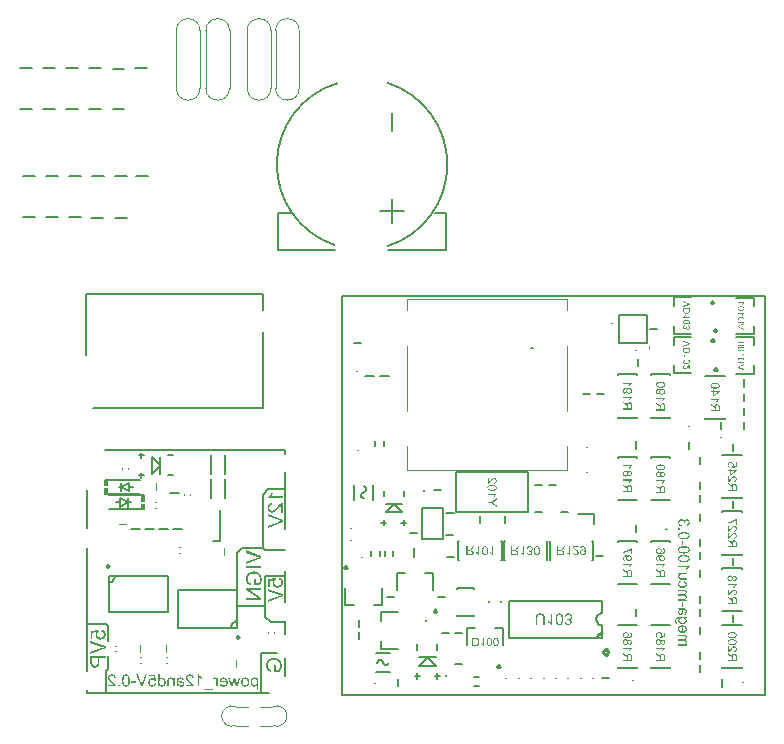
<source format=gbo>
G75*
G70*
%OFA0B0*%
%FSLAX25Y25*%
%IPPOS*%
%LPD*%
%AMOC8*
5,1,8,0,0,1.08239X$1,22.5*
%
%ADD10C,0.00787*%
%ADD131C,0.00300*%
%ADD49C,0.00591*%
%ADD55C,0.00800*%
%ADD56C,0.00472*%
%ADD57C,0.00984*%
%ADD58C,0.00669*%
%ADD59C,0.00394*%
%ADD60C,0.00390*%
X0000000Y0000000D02*
%LPD*%
G01*
D56*
X0107874Y0216929D02*
X0107874Y0236024D01*
X0115748Y0216929D02*
X0115748Y0236024D01*
X0107874Y0236024D02*
G75*
G02*
X0115748Y0236024I0003937J0000000D01*
G01*
X0115748Y0216732D02*
G75*
G02*
X0107874Y0216732I-003937J0000000D01*
G01*
D10*
X0129921Y0014567D02*
X0129921Y0147638D01*
X0270866Y0147638D02*
X0129921Y0147638D01*
X0270866Y0014567D02*
X0129921Y0014567D01*
X0270866Y0014567D02*
X0270866Y0147638D01*
D56*
X0084646Y0216929D02*
X0084646Y0236024D01*
X0092520Y0216929D02*
X0092520Y0236024D01*
X0084646Y0236024D02*
G75*
G02*
X0092520Y0236024I0003937J0000000D01*
G01*
X0092520Y0216732D02*
G75*
G02*
X0084646Y0216732I-003937J0000000D01*
G01*
D60*
X0094787Y0004331D02*
X0098787Y0004331D01*
X0098787Y0010630D02*
X0094787Y0010630D01*
X0102787Y0004331D02*
X0106787Y0004331D01*
X0106787Y0010630D02*
X0102787Y0010630D01*
D56*
X0094571Y0004324D02*
G75*
G02*
X0094587Y0010630I-001283J0003156D01*
G01*
X0106988Y0010630D02*
G75*
G02*
X0107022Y0004317I0001299J-003150D01*
G01*
X0074803Y0216929D02*
X0074803Y0236024D01*
X0082677Y0216929D02*
X0082677Y0236024D01*
X0074803Y0236024D02*
G75*
G02*
X0082677Y0236024I0003937J0000000D01*
G01*
X0082677Y0216732D02*
G75*
G02*
X0074803Y0216732I-003937J0000000D01*
G01*
X0098425Y0216929D02*
X0098425Y0236024D01*
X0106299Y0216929D02*
X0106299Y0236024D01*
X0098425Y0236024D02*
G75*
G02*
X0106299Y0236024I0003937J0000000D01*
G01*
X0106299Y0216732D02*
G75*
G02*
X0098425Y0216732I-003937J0000000D01*
G01*
D10*
X0044734Y0148031D02*
X0044734Y0127953D01*
X0047096Y0110236D02*
X0103789Y0110236D01*
X0103789Y0148031D02*
X0044734Y0148031D01*
X0103789Y0148031D02*
X0103789Y0142913D01*
X0103789Y0110236D02*
X0103789Y0135433D01*
X0044980Y0070177D02*
X0044980Y0082776D01*
X0044980Y0022539D02*
X0044980Y0063484D01*
X0044980Y0015059D02*
X0044980Y0016240D01*
X0044980Y0015059D02*
X0105610Y0015059D01*
X0050886Y0096161D02*
X0111122Y0096161D01*
X0111122Y0069783D02*
X0111122Y0088681D01*
X0111122Y0045374D02*
X0111122Y0056004D01*
X0111122Y0034744D02*
X0111122Y0039075D01*
X0111122Y0020768D02*
X0111122Y0026870D01*
X0111122Y0094980D02*
X0111122Y0096161D01*
X0057481Y0209902D02*
X0053544Y0209902D01*
X0041929Y0209843D02*
X0037992Y0209843D01*
X0037992Y0223346D02*
X0041929Y0223346D01*
X0038976Y0187402D02*
X0042913Y0187402D01*
X0042913Y0173898D02*
X0038976Y0173898D01*
X0035236Y0173898D02*
X0031299Y0173898D01*
X0026575Y0209843D02*
X0022638Y0209843D01*
X0049606Y0209843D02*
X0045669Y0209843D01*
X0034252Y0209843D02*
X0030315Y0209843D01*
X0061024Y0223346D02*
X0064961Y0223346D01*
X0023622Y0187402D02*
X0027559Y0187402D01*
X0027559Y0173898D02*
X0023622Y0173898D01*
X0054331Y0187402D02*
X0058268Y0187402D01*
D49*
X0108614Y0175338D02*
X0113340Y0175338D01*
X0108614Y0162913D02*
X0108614Y0175338D01*
X0108614Y0162913D02*
X0127830Y0162913D01*
X0142614Y0175938D02*
X0150614Y0175938D01*
X0145398Y0162913D02*
X0164614Y0162913D01*
X0146614Y0202438D02*
X0146614Y0208438D01*
X0146614Y0171938D02*
X0146614Y0179938D01*
X0160908Y0175338D02*
X0164614Y0175338D01*
X0164614Y0162913D02*
X0164614Y0175338D01*
X0127569Y0164506D02*
G75*
G02*
X0128252Y0218391I0009045J0026832D01*
G01*
X0145095Y0218573D02*
G75*
G02*
X0145178Y0164129I-008480J-027235D01*
G01*
D10*
X0058268Y0173622D02*
X0054331Y0173622D01*
X0061417Y0187402D02*
X0065354Y0187402D01*
X0046653Y0187402D02*
X0050590Y0187402D01*
X0050394Y0173622D02*
X0046457Y0173622D01*
X0022638Y0223346D02*
X0026575Y0223346D01*
X0045669Y0223346D02*
X0049606Y0223346D01*
X0030315Y0223346D02*
X0034252Y0223346D01*
X0053544Y0223287D02*
X0057481Y0223287D01*
X0031299Y0187402D02*
X0035236Y0187402D01*
X0271260Y0014173D02*
G01*
G75*
G36*
X0241019Y0039435D02*
X0241035Y0039571D01*
X0241047Y0039632D01*
X0241060Y0039685D01*
X0241072Y0039739D01*
X0241089Y0039788D01*
X0241105Y0039833D01*
X0241117Y0039870D01*
X0241130Y0039903D01*
X0241142Y0039931D01*
X0241154Y0039952D01*
X0241158Y0039968D01*
X0241166Y0039977D01*
X0241166Y0039981D01*
X0241228Y0040079D01*
X0241298Y0040165D01*
X0241367Y0040235D01*
X0241437Y0040292D01*
X0241494Y0040337D01*
X0241544Y0040370D01*
X0241564Y0040383D01*
X0241576Y0040391D01*
X0241585Y0040395D01*
X0241589Y0040395D01*
X0241642Y0040419D01*
X0241703Y0040440D01*
X0241773Y0040456D01*
X0241843Y0040473D01*
X0241995Y0040493D01*
X0242142Y0040510D01*
X0242212Y0040514D01*
X0242278Y0040518D01*
X0242339Y0040522D01*
X0242392Y0040526D01*
X0242433Y0040526D01*
X0242466Y0040526D01*
X0242487Y0040526D01*
X0242495Y0040526D01*
X0244865Y0040526D01*
X0244865Y0040100D01*
X0244528Y0040100D01*
X0244598Y0040038D01*
X0244660Y0039977D01*
X0244713Y0039907D01*
X0244758Y0039841D01*
X0244799Y0039772D01*
X0244828Y0039706D01*
X0244856Y0039640D01*
X0244877Y0039579D01*
X0244893Y0039521D01*
X0244906Y0039468D01*
X0244914Y0039419D01*
X0244922Y0039378D01*
X0244922Y0039345D01*
X0244926Y0039317D01*
X0244926Y0039230D01*
X0244918Y0039165D01*
X0244897Y0039046D01*
X0244869Y0038939D01*
X0244852Y0038890D01*
X0244836Y0038845D01*
X0244815Y0038804D01*
X0244799Y0038771D01*
X0244783Y0038738D01*
X0244770Y0038714D01*
X0244758Y0038693D01*
X0244750Y0038677D01*
X0244746Y0038669D01*
X0244742Y0038665D01*
X0244668Y0038570D01*
X0244586Y0038484D01*
X0244500Y0038414D01*
X0244418Y0038357D01*
X0244344Y0038312D01*
X0244311Y0038291D01*
X0244282Y0038279D01*
X0244262Y0038267D01*
X0244246Y0038259D01*
X0244233Y0038251D01*
X0244229Y0038251D01*
X0244102Y0038205D01*
X0243975Y0038168D01*
X0243856Y0038144D01*
X0243745Y0038128D01*
X0243692Y0038123D01*
X0243647Y0038119D01*
X0243610Y0038115D01*
X0243573Y0038115D01*
X0243544Y0038111D01*
X0243524Y0038111D01*
X0243512Y0038111D01*
X0243507Y0038111D01*
X0243401Y0038115D01*
X0243303Y0038123D01*
X0243204Y0038140D01*
X0243114Y0038160D01*
X0243028Y0038181D01*
X0242946Y0038209D01*
X0242872Y0038238D01*
X0242802Y0038267D01*
X0242741Y0038296D01*
X0242688Y0038320D01*
X0242638Y0038349D01*
X0242601Y0038369D01*
X0242569Y0038390D01*
X0242548Y0038406D01*
X0242532Y0038414D01*
X0242528Y0038419D01*
X0242458Y0038480D01*
X0242392Y0038546D01*
X0242339Y0038615D01*
X0242294Y0038689D01*
X0242253Y0038759D01*
X0242220Y0038833D01*
X0242195Y0038907D01*
X0242171Y0038976D01*
X0242155Y0039042D01*
X0242142Y0039099D01*
X0242134Y0039157D01*
X0242130Y0039202D01*
X0242126Y0039243D01*
X0242122Y0039271D01*
X0242122Y0039296D01*
X0242126Y0039378D01*
X0242138Y0039460D01*
X0242155Y0039534D01*
X0242179Y0039604D01*
X0242204Y0039673D01*
X0242236Y0039735D01*
X0242265Y0039792D01*
X0242302Y0039845D01*
X0242335Y0039890D01*
X0242368Y0039936D01*
X0242396Y0039968D01*
X0242421Y0040001D01*
X0242446Y0040022D01*
X0242462Y0040042D01*
X0242474Y0040050D01*
X0242478Y0040054D01*
X0242396Y0040054D01*
X0242323Y0040054D01*
X0242257Y0040050D01*
X0242195Y0040050D01*
X0242142Y0040046D01*
X0242093Y0040046D01*
X0242052Y0040042D01*
X0242015Y0040038D01*
X0241982Y0040034D01*
X0241958Y0040034D01*
X0241933Y0040030D01*
X0241917Y0040026D01*
X0241904Y0040026D01*
X0241896Y0040022D01*
X0241888Y0040022D01*
X0241806Y0039993D01*
X0241732Y0039956D01*
X0241671Y0039915D01*
X0241622Y0039878D01*
X0241580Y0039837D01*
X0241552Y0039808D01*
X0241531Y0039788D01*
X0241527Y0039784D01*
X0241527Y0039780D01*
X0241482Y0039710D01*
X0241453Y0039628D01*
X0241429Y0039546D01*
X0241412Y0039468D01*
X0241404Y0039394D01*
X0241400Y0039366D01*
X0241400Y0039337D01*
X0241396Y0039317D01*
X0241396Y0039284D01*
X0241400Y0039177D01*
X0241416Y0039083D01*
X0241437Y0039005D01*
X0241462Y0038935D01*
X0241486Y0038882D01*
X0241507Y0038845D01*
X0241523Y0038820D01*
X0241527Y0038812D01*
X0241568Y0038767D01*
X0241617Y0038734D01*
X0241667Y0038706D01*
X0241720Y0038685D01*
X0241765Y0038673D01*
X0241802Y0038665D01*
X0241826Y0038656D01*
X0241831Y0038656D01*
X0241835Y0038656D01*
X0241896Y0038205D01*
X0241814Y0038205D01*
X0241740Y0038214D01*
X0241671Y0038226D01*
X0241605Y0038246D01*
X0241548Y0038267D01*
X0241490Y0038291D01*
X0241441Y0038316D01*
X0241400Y0038345D01*
X0241359Y0038374D01*
X0241326Y0038398D01*
X0241298Y0038423D01*
X0241273Y0038447D01*
X0241257Y0038464D01*
X0241244Y0038480D01*
X0241236Y0038488D01*
X0241232Y0038492D01*
X0241195Y0038550D01*
X0241158Y0038615D01*
X0241130Y0038677D01*
X0241105Y0038747D01*
X0241064Y0038878D01*
X0241039Y0039005D01*
X0241031Y0039062D01*
X0241023Y0039116D01*
X0241019Y0039165D01*
X0241015Y0039206D01*
X0241011Y0039239D01*
X0241011Y0039288D01*
X0241019Y0039435D01*
D02*
G37*
G36*
X0242651Y0070095D02*
X0242651Y0069566D01*
X0242122Y0069566D01*
X0242122Y0070095D01*
X0242651Y0070095D01*
D02*
G37*
G36*
X0242064Y0036586D02*
X0242068Y0036672D01*
X0242081Y0036750D01*
X0242097Y0036824D01*
X0242113Y0036893D01*
X0242134Y0036955D01*
X0242155Y0037016D01*
X0242175Y0037070D01*
X0242195Y0037119D01*
X0242216Y0037160D01*
X0242236Y0037197D01*
X0242253Y0037230D01*
X0242269Y0037250D01*
X0242282Y0037271D01*
X0242286Y0037279D01*
X0242290Y0037283D01*
X0242335Y0037340D01*
X0242384Y0037389D01*
X0242437Y0037435D01*
X0242491Y0037480D01*
X0242601Y0037554D01*
X0242704Y0037611D01*
X0242753Y0037631D01*
X0242798Y0037652D01*
X0242839Y0037668D01*
X0242876Y0037681D01*
X0242905Y0037693D01*
X0242925Y0037701D01*
X0242942Y0037705D01*
X0242946Y0037705D01*
X0243007Y0037221D01*
X0242905Y0037180D01*
X0242815Y0037131D01*
X0242737Y0037082D01*
X0242679Y0037037D01*
X0242630Y0036996D01*
X0242597Y0036963D01*
X0242581Y0036943D01*
X0242573Y0036938D01*
X0242573Y0036934D01*
X0242528Y0036865D01*
X0242499Y0036791D01*
X0242474Y0036717D01*
X0242458Y0036652D01*
X0242450Y0036590D01*
X0242446Y0036541D01*
X0242441Y0036524D01*
X0242441Y0036500D01*
X0242446Y0036438D01*
X0242454Y0036377D01*
X0242462Y0036319D01*
X0242478Y0036266D01*
X0242515Y0036168D01*
X0242560Y0036086D01*
X0242581Y0036049D01*
X0242605Y0036016D01*
X0242626Y0035991D01*
X0242642Y0035967D01*
X0242659Y0035950D01*
X0242671Y0035938D01*
X0242675Y0035930D01*
X0242679Y0035926D01*
X0242728Y0035885D01*
X0242778Y0035848D01*
X0242835Y0035819D01*
X0242888Y0035791D01*
X0243007Y0035745D01*
X0243118Y0035713D01*
X0243171Y0035700D01*
X0243220Y0035692D01*
X0243261Y0035684D01*
X0243303Y0035680D01*
X0243331Y0035676D01*
X0243356Y0035672D01*
X0243372Y0035672D01*
X0243376Y0035672D01*
X0243376Y0037717D01*
X0243430Y0037722D01*
X0243471Y0037722D01*
X0243491Y0037722D01*
X0243499Y0037722D01*
X0243622Y0037717D01*
X0243737Y0037705D01*
X0243848Y0037689D01*
X0243950Y0037668D01*
X0244045Y0037640D01*
X0244131Y0037611D01*
X0244209Y0037578D01*
X0244278Y0037549D01*
X0244340Y0037517D01*
X0244397Y0037484D01*
X0244442Y0037455D01*
X0244479Y0037426D01*
X0244512Y0037406D01*
X0244532Y0037389D01*
X0244545Y0037377D01*
X0244549Y0037373D01*
X0244615Y0037307D01*
X0244672Y0037234D01*
X0244725Y0037160D01*
X0244766Y0037086D01*
X0244803Y0037012D01*
X0244836Y0036934D01*
X0244861Y0036865D01*
X0244881Y0036795D01*
X0244893Y0036729D01*
X0244906Y0036668D01*
X0244914Y0036615D01*
X0244922Y0036565D01*
X0244922Y0036528D01*
X0244926Y0036500D01*
X0244926Y0036475D01*
X0244922Y0036373D01*
X0244910Y0036270D01*
X0244889Y0036180D01*
X0244865Y0036090D01*
X0244836Y0036008D01*
X0244803Y0035930D01*
X0244770Y0035860D01*
X0244733Y0035799D01*
X0244696Y0035741D01*
X0244664Y0035692D01*
X0244631Y0035647D01*
X0244602Y0035614D01*
X0244578Y0035586D01*
X0244557Y0035565D01*
X0244545Y0035553D01*
X0244541Y0035549D01*
X0244467Y0035487D01*
X0244385Y0035434D01*
X0244299Y0035385D01*
X0244213Y0035344D01*
X0244122Y0035311D01*
X0244032Y0035282D01*
X0243946Y0035257D01*
X0243860Y0035241D01*
X0243782Y0035225D01*
X0243704Y0035217D01*
X0243639Y0035208D01*
X0243581Y0035200D01*
X0243532Y0035200D01*
X0243495Y0035196D01*
X0243475Y0035196D01*
X0243467Y0035196D01*
X0243344Y0035200D01*
X0243229Y0035212D01*
X0243122Y0035229D01*
X0243024Y0035249D01*
X0242929Y0035278D01*
X0242843Y0035307D01*
X0242765Y0035340D01*
X0242696Y0035372D01*
X0242634Y0035401D01*
X0242581Y0035434D01*
X0242536Y0035463D01*
X0242499Y0035491D01*
X0242466Y0035512D01*
X0242446Y0035528D01*
X0242433Y0035540D01*
X0242429Y0035545D01*
X0242364Y0035614D01*
X0242306Y0035688D01*
X0242257Y0035762D01*
X0242216Y0035844D01*
X0242179Y0035922D01*
X0242150Y0036004D01*
X0242126Y0036082D01*
X0242105Y0036155D01*
X0242093Y0036225D01*
X0242081Y0036291D01*
X0242072Y0036348D01*
X0242064Y0036401D01*
X0242064Y0036442D01*
X0242060Y0036475D01*
X0242060Y0036500D01*
X0242064Y0036586D01*
D02*
G37*
G36*
X0242064Y0051522D02*
X0242072Y0051600D01*
X0242085Y0051674D01*
X0242101Y0051748D01*
X0242122Y0051813D01*
X0242146Y0051875D01*
X0242167Y0051932D01*
X0242195Y0051986D01*
X0242220Y0052031D01*
X0242241Y0052076D01*
X0242265Y0052109D01*
X0242286Y0052141D01*
X0242302Y0052162D01*
X0242314Y0052182D01*
X0242323Y0052190D01*
X0242327Y0052195D01*
X0242380Y0052248D01*
X0242433Y0052301D01*
X0242495Y0052346D01*
X0242556Y0052383D01*
X0242618Y0052420D01*
X0242679Y0052453D01*
X0242794Y0052502D01*
X0242851Y0052523D01*
X0242901Y0052539D01*
X0242946Y0052551D01*
X0242987Y0052564D01*
X0243020Y0052572D01*
X0243044Y0052576D01*
X0243061Y0052580D01*
X0243065Y0052580D01*
X0243126Y0052125D01*
X0243061Y0052113D01*
X0243003Y0052100D01*
X0242946Y0052084D01*
X0242897Y0052067D01*
X0242847Y0052047D01*
X0242806Y0052031D01*
X0242770Y0052010D01*
X0242733Y0051990D01*
X0242704Y0051969D01*
X0242679Y0051953D01*
X0242638Y0051920D01*
X0242614Y0051899D01*
X0242610Y0051895D01*
X0242605Y0051891D01*
X0242552Y0051817D01*
X0242511Y0051744D01*
X0242482Y0051666D01*
X0242462Y0051596D01*
X0242450Y0051530D01*
X0242446Y0051506D01*
X0242446Y0051481D01*
X0242441Y0051461D01*
X0242441Y0051436D01*
X0242446Y0051375D01*
X0242454Y0051313D01*
X0242466Y0051260D01*
X0242482Y0051207D01*
X0242519Y0051112D01*
X0242569Y0051030D01*
X0242589Y0050997D01*
X0242614Y0050969D01*
X0242634Y0050944D01*
X0242655Y0050919D01*
X0242667Y0050903D01*
X0242679Y0050891D01*
X0242688Y0050887D01*
X0242692Y0050883D01*
X0242741Y0050846D01*
X0242798Y0050813D01*
X0242860Y0050784D01*
X0242921Y0050764D01*
X0243057Y0050723D01*
X0243188Y0050698D01*
X0243249Y0050690D01*
X0243307Y0050686D01*
X0243360Y0050682D01*
X0243405Y0050678D01*
X0243442Y0050673D01*
X0243471Y0050673D01*
X0243491Y0050673D01*
X0243495Y0050673D01*
X0243594Y0050678D01*
X0243688Y0050682D01*
X0243770Y0050694D01*
X0243848Y0050706D01*
X0243922Y0050723D01*
X0243987Y0050743D01*
X0244045Y0050764D01*
X0244098Y0050784D01*
X0244143Y0050801D01*
X0244184Y0050821D01*
X0244217Y0050842D01*
X0244241Y0050858D01*
X0244266Y0050870D01*
X0244278Y0050883D01*
X0244286Y0050887D01*
X0244291Y0050891D01*
X0244336Y0050932D01*
X0244373Y0050977D01*
X0244409Y0051026D01*
X0244438Y0051071D01*
X0244463Y0051120D01*
X0244483Y0051165D01*
X0244512Y0051256D01*
X0244532Y0051338D01*
X0244537Y0051371D01*
X0244541Y0051403D01*
X0244545Y0051428D01*
X0244545Y0051461D01*
X0244541Y0051543D01*
X0244524Y0051621D01*
X0244500Y0051686D01*
X0244475Y0051744D01*
X0244446Y0051789D01*
X0244426Y0051826D01*
X0244409Y0051846D01*
X0244401Y0051854D01*
X0244344Y0051912D01*
X0244278Y0051961D01*
X0244209Y0051998D01*
X0244143Y0052031D01*
X0244082Y0052055D01*
X0244032Y0052072D01*
X0244012Y0052076D01*
X0243999Y0052080D01*
X0243991Y0052084D01*
X0243987Y0052084D01*
X0244057Y0052535D01*
X0244131Y0052519D01*
X0244205Y0052494D01*
X0244270Y0052469D01*
X0244332Y0052445D01*
X0244389Y0052416D01*
X0244442Y0052383D01*
X0244487Y0052354D01*
X0244532Y0052322D01*
X0244569Y0052293D01*
X0244602Y0052264D01*
X0244631Y0052240D01*
X0244655Y0052215D01*
X0244672Y0052199D01*
X0244684Y0052182D01*
X0244692Y0052174D01*
X0244696Y0052170D01*
X0244738Y0052117D01*
X0244774Y0052059D01*
X0244803Y0051998D01*
X0244828Y0051936D01*
X0244869Y0051813D01*
X0244897Y0051698D01*
X0244906Y0051645D01*
X0244914Y0051596D01*
X0244918Y0051551D01*
X0244922Y0051514D01*
X0244926Y0051485D01*
X0244926Y0051440D01*
X0244918Y0051313D01*
X0244901Y0051190D01*
X0244873Y0051079D01*
X0244856Y0051030D01*
X0244844Y0050981D01*
X0244828Y0050940D01*
X0244811Y0050903D01*
X0244799Y0050870D01*
X0244783Y0050842D01*
X0244774Y0050817D01*
X0244766Y0050801D01*
X0244758Y0050792D01*
X0244758Y0050788D01*
X0244688Y0050682D01*
X0244610Y0050592D01*
X0244524Y0050514D01*
X0244446Y0050452D01*
X0244373Y0050403D01*
X0244340Y0050386D01*
X0244311Y0050370D01*
X0244291Y0050358D01*
X0244274Y0050350D01*
X0244262Y0050341D01*
X0244258Y0050341D01*
X0244131Y0050292D01*
X0243995Y0050259D01*
X0243864Y0050235D01*
X0243745Y0050214D01*
X0243688Y0050210D01*
X0243639Y0050206D01*
X0243594Y0050202D01*
X0243553Y0050202D01*
X0243524Y0050198D01*
X0243499Y0050198D01*
X0243483Y0050198D01*
X0243479Y0050198D01*
X0243356Y0050202D01*
X0243237Y0050214D01*
X0243126Y0050231D01*
X0243024Y0050251D01*
X0242929Y0050276D01*
X0242843Y0050305D01*
X0242765Y0050337D01*
X0242696Y0050370D01*
X0242634Y0050399D01*
X0242577Y0050432D01*
X0242532Y0050460D01*
X0242495Y0050485D01*
X0242462Y0050505D01*
X0242441Y0050522D01*
X0242429Y0050534D01*
X0242425Y0050538D01*
X0242359Y0050604D01*
X0242306Y0050673D01*
X0242257Y0050747D01*
X0242216Y0050821D01*
X0242179Y0050899D01*
X0242150Y0050973D01*
X0242126Y0051047D01*
X0242105Y0051116D01*
X0242089Y0051182D01*
X0242081Y0051243D01*
X0242072Y0051301D01*
X0242064Y0051346D01*
X0242064Y0051387D01*
X0242060Y0051416D01*
X0242060Y0051440D01*
X0242064Y0051522D01*
D02*
G37*
G36*
X0243725Y0065983D02*
X0243725Y0064552D01*
X0243257Y0064552D01*
X0243257Y0065983D01*
X0243725Y0065983D01*
D02*
G37*
G36*
X0243725Y0045417D02*
X0243725Y0043986D01*
X0243257Y0043986D01*
X0243257Y0045417D01*
X0243725Y0045417D01*
D02*
G37*
G36*
X0242060Y0072080D02*
X0242072Y0072174D01*
X0242089Y0072264D01*
X0242109Y0072350D01*
X0242134Y0072432D01*
X0242163Y0072506D01*
X0242195Y0072576D01*
X0242228Y0072637D01*
X0242257Y0072695D01*
X0242290Y0072744D01*
X0242318Y0072789D01*
X0242343Y0072822D01*
X0242364Y0072850D01*
X0242380Y0072871D01*
X0242392Y0072883D01*
X0242396Y0072887D01*
X0242462Y0072953D01*
X0242532Y0073006D01*
X0242601Y0073055D01*
X0242675Y0073096D01*
X0242745Y0073133D01*
X0242815Y0073162D01*
X0242880Y0073187D01*
X0242946Y0073207D01*
X0243007Y0073224D01*
X0243061Y0073232D01*
X0243110Y0073240D01*
X0243155Y0073248D01*
X0243188Y0073248D01*
X0243216Y0073252D01*
X0243233Y0073252D01*
X0243237Y0073252D01*
X0243303Y0073252D01*
X0243368Y0073244D01*
X0243487Y0073224D01*
X0243590Y0073191D01*
X0243635Y0073174D01*
X0243676Y0073158D01*
X0243717Y0073142D01*
X0243749Y0073125D01*
X0243778Y0073109D01*
X0243799Y0073092D01*
X0243819Y0073080D01*
X0243831Y0073072D01*
X0243840Y0073068D01*
X0243844Y0073064D01*
X0243930Y0072990D01*
X0243999Y0072904D01*
X0244053Y0072818D01*
X0244098Y0072736D01*
X0244131Y0072658D01*
X0244143Y0072625D01*
X0244151Y0072600D01*
X0244159Y0072576D01*
X0244163Y0072559D01*
X0244168Y0072547D01*
X0244168Y0072543D01*
X0244217Y0072633D01*
X0244266Y0072711D01*
X0244319Y0072781D01*
X0244373Y0072834D01*
X0244418Y0072879D01*
X0244455Y0072908D01*
X0244479Y0072928D01*
X0244483Y0072932D01*
X0244487Y0072932D01*
X0244565Y0072978D01*
X0244643Y0073010D01*
X0244717Y0073035D01*
X0244787Y0073051D01*
X0244844Y0073059D01*
X0244893Y0073068D01*
X0244910Y0073068D01*
X0244922Y0073068D01*
X0244930Y0073068D01*
X0244934Y0073068D01*
X0245029Y0073064D01*
X0245119Y0073047D01*
X0245201Y0073023D01*
X0245275Y0072998D01*
X0245336Y0072973D01*
X0245361Y0072961D01*
X0245381Y0072949D01*
X0245398Y0072941D01*
X0245414Y0072932D01*
X0245418Y0072928D01*
X0245422Y0072928D01*
X0245504Y0072871D01*
X0245574Y0072805D01*
X0245635Y0072740D01*
X0245689Y0072674D01*
X0245730Y0072617D01*
X0245758Y0072572D01*
X0245771Y0072551D01*
X0245779Y0072539D01*
X0245783Y0072531D01*
X0245783Y0072527D01*
X0245828Y0072428D01*
X0245861Y0072330D01*
X0245886Y0072231D01*
X0245902Y0072145D01*
X0245910Y0072067D01*
X0245914Y0072039D01*
X0245918Y0072010D01*
X0245918Y0071957D01*
X0245914Y0071875D01*
X0245906Y0071797D01*
X0245894Y0071723D01*
X0245877Y0071649D01*
X0245857Y0071584D01*
X0245836Y0071522D01*
X0245812Y0071465D01*
X0245791Y0071415D01*
X0245767Y0071366D01*
X0245742Y0071325D01*
X0245721Y0071292D01*
X0245701Y0071260D01*
X0245685Y0071239D01*
X0245672Y0071219D01*
X0245664Y0071210D01*
X0245660Y0071206D01*
X0245611Y0071153D01*
X0245553Y0071104D01*
X0245496Y0071059D01*
X0245439Y0071018D01*
X0245377Y0070981D01*
X0245320Y0070952D01*
X0245201Y0070899D01*
X0245148Y0070878D01*
X0245098Y0070862D01*
X0245053Y0070850D01*
X0245016Y0070837D01*
X0244984Y0070829D01*
X0244959Y0070825D01*
X0244942Y0070821D01*
X0244938Y0070821D01*
X0244856Y0071284D01*
X0244975Y0071309D01*
X0245078Y0071342D01*
X0245168Y0071378D01*
X0245238Y0071420D01*
X0245295Y0071452D01*
X0245332Y0071485D01*
X0245357Y0071506D01*
X0245365Y0071514D01*
X0245422Y0071588D01*
X0245463Y0071661D01*
X0245496Y0071739D01*
X0245517Y0071809D01*
X0245529Y0071875D01*
X0245533Y0071899D01*
X0245533Y0071924D01*
X0245537Y0071944D01*
X0245537Y0071969D01*
X0245529Y0072067D01*
X0245512Y0072153D01*
X0245484Y0072231D01*
X0245455Y0072297D01*
X0245422Y0072346D01*
X0245394Y0072383D01*
X0245377Y0072408D01*
X0245369Y0072416D01*
X0245336Y0072449D01*
X0245303Y0072473D01*
X0245230Y0072518D01*
X0245160Y0072551D01*
X0245094Y0072572D01*
X0245033Y0072584D01*
X0244988Y0072588D01*
X0244967Y0072592D01*
X0244955Y0072592D01*
X0244947Y0072592D01*
X0244942Y0072592D01*
X0244885Y0072588D01*
X0244832Y0072580D01*
X0244778Y0072572D01*
X0244733Y0072555D01*
X0244651Y0072514D01*
X0244586Y0072473D01*
X0244532Y0072428D01*
X0244496Y0072387D01*
X0244483Y0072371D01*
X0244475Y0072362D01*
X0244467Y0072354D01*
X0244467Y0072350D01*
X0244414Y0072260D01*
X0244377Y0072166D01*
X0244348Y0072075D01*
X0244332Y0071993D01*
X0244319Y0071924D01*
X0244315Y0071895D01*
X0244315Y0071866D01*
X0244311Y0071846D01*
X0244311Y0071793D01*
X0244315Y0071768D01*
X0244319Y0071747D01*
X0244319Y0071739D01*
X0243913Y0071690D01*
X0243930Y0071760D01*
X0243942Y0071825D01*
X0243950Y0071879D01*
X0243959Y0071928D01*
X0243959Y0071965D01*
X0243963Y0071993D01*
X0243963Y0072018D01*
X0243959Y0072075D01*
X0243954Y0072133D01*
X0243930Y0072235D01*
X0243897Y0072326D01*
X0243860Y0072404D01*
X0243819Y0072465D01*
X0243803Y0072490D01*
X0243786Y0072510D01*
X0243774Y0072527D01*
X0243762Y0072539D01*
X0243758Y0072543D01*
X0243753Y0072547D01*
X0243713Y0072584D01*
X0243672Y0072617D01*
X0243630Y0072645D01*
X0243585Y0072670D01*
X0243499Y0072707D01*
X0243413Y0072736D01*
X0243339Y0072748D01*
X0243311Y0072752D01*
X0243282Y0072756D01*
X0243261Y0072760D01*
X0243241Y0072760D01*
X0243233Y0072760D01*
X0243229Y0072760D01*
X0243167Y0072756D01*
X0243110Y0072752D01*
X0242999Y0072723D01*
X0242905Y0072690D01*
X0242823Y0072650D01*
X0242786Y0072625D01*
X0242757Y0072604D01*
X0242728Y0072588D01*
X0242708Y0072572D01*
X0242692Y0072555D01*
X0242679Y0072543D01*
X0242671Y0072539D01*
X0242667Y0072535D01*
X0242626Y0072490D01*
X0242593Y0072444D01*
X0242565Y0072399D01*
X0242536Y0072354D01*
X0242495Y0072260D01*
X0242470Y0072170D01*
X0242454Y0072096D01*
X0242450Y0072059D01*
X0242446Y0072035D01*
X0242441Y0072010D01*
X0242441Y0071977D01*
X0242450Y0071879D01*
X0242470Y0071784D01*
X0242495Y0071707D01*
X0242528Y0071637D01*
X0242560Y0071579D01*
X0242585Y0071538D01*
X0242597Y0071526D01*
X0242605Y0071514D01*
X0242614Y0071510D01*
X0242614Y0071506D01*
X0242651Y0071473D01*
X0242688Y0071440D01*
X0242774Y0071383D01*
X0242868Y0071338D01*
X0242962Y0071301D01*
X0243048Y0071272D01*
X0243085Y0071264D01*
X0243118Y0071255D01*
X0243147Y0071247D01*
X0243167Y0071243D01*
X0243180Y0071239D01*
X0243184Y0071239D01*
X0243122Y0070776D01*
X0243036Y0070788D01*
X0242954Y0070804D01*
X0242876Y0070829D01*
X0242802Y0070854D01*
X0242733Y0070882D01*
X0242671Y0070915D01*
X0242610Y0070948D01*
X0242560Y0070981D01*
X0242511Y0071014D01*
X0242470Y0071042D01*
X0242433Y0071071D01*
X0242405Y0071096D01*
X0242380Y0071120D01*
X0242364Y0071137D01*
X0242355Y0071145D01*
X0242351Y0071149D01*
X0242298Y0071210D01*
X0242253Y0071280D01*
X0242216Y0071346D01*
X0242179Y0071415D01*
X0242150Y0071485D01*
X0242130Y0071555D01*
X0242109Y0071620D01*
X0242093Y0071686D01*
X0242081Y0071747D01*
X0242072Y0071801D01*
X0242064Y0071850D01*
X0242060Y0071895D01*
X0242060Y0071928D01*
X0242056Y0071957D01*
X0242056Y0071977D01*
X0242060Y0072080D01*
D02*
G37*
G36*
X0244004Y0049644D02*
X0244090Y0049640D01*
X0244168Y0049636D01*
X0244241Y0049624D01*
X0244311Y0049612D01*
X0244373Y0049595D01*
X0244430Y0049575D01*
X0244479Y0049554D01*
X0244524Y0049534D01*
X0244565Y0049513D01*
X0244602Y0049493D01*
X0244631Y0049476D01*
X0244655Y0049456D01*
X0244672Y0049444D01*
X0244684Y0049431D01*
X0244692Y0049427D01*
X0244696Y0049423D01*
X0244738Y0049382D01*
X0244774Y0049333D01*
X0244803Y0049284D01*
X0244828Y0049234D01*
X0244869Y0049128D01*
X0244897Y0049029D01*
X0244906Y0048980D01*
X0244914Y0048935D01*
X0244918Y0048898D01*
X0244922Y0048861D01*
X0244926Y0048837D01*
X0244926Y0048796D01*
X0244922Y0048701D01*
X0244906Y0048611D01*
X0244881Y0048525D01*
X0244852Y0048443D01*
X0244815Y0048369D01*
X0244774Y0048300D01*
X0244729Y0048234D01*
X0244688Y0048177D01*
X0244643Y0048123D01*
X0244598Y0048078D01*
X0244557Y0048037D01*
X0244520Y0048009D01*
X0244492Y0047980D01*
X0244467Y0047963D01*
X0244451Y0047951D01*
X0244446Y0047947D01*
X0244528Y0047910D01*
X0244598Y0047869D01*
X0244655Y0047824D01*
X0244709Y0047779D01*
X0244746Y0047734D01*
X0244774Y0047701D01*
X0244795Y0047676D01*
X0244799Y0047672D01*
X0244799Y0047668D01*
X0244840Y0047590D01*
X0244873Y0047508D01*
X0244893Y0047426D01*
X0244910Y0047348D01*
X0244918Y0047279D01*
X0244922Y0047250D01*
X0244926Y0047221D01*
X0244926Y0047172D01*
X0244922Y0047074D01*
X0244906Y0046979D01*
X0244889Y0046897D01*
X0244865Y0046824D01*
X0244844Y0046766D01*
X0244832Y0046742D01*
X0244824Y0046721D01*
X0244815Y0046705D01*
X0244807Y0046692D01*
X0244803Y0046688D01*
X0244803Y0046684D01*
X0244754Y0046606D01*
X0244701Y0046541D01*
X0244647Y0046483D01*
X0244594Y0046434D01*
X0244549Y0046393D01*
X0244512Y0046364D01*
X0244487Y0046348D01*
X0244483Y0046340D01*
X0244865Y0046340D01*
X0244865Y0045926D01*
X0242122Y0045926D01*
X0242122Y0046389D01*
X0243544Y0046389D01*
X0243614Y0046389D01*
X0243676Y0046393D01*
X0243737Y0046397D01*
X0243790Y0046401D01*
X0243844Y0046405D01*
X0243889Y0046414D01*
X0243930Y0046418D01*
X0243971Y0046426D01*
X0244004Y0046434D01*
X0244032Y0046438D01*
X0244057Y0046446D01*
X0244077Y0046451D01*
X0244094Y0046455D01*
X0244106Y0046459D01*
X0244110Y0046463D01*
X0244114Y0046463D01*
X0244184Y0046496D01*
X0244246Y0046532D01*
X0244299Y0046574D01*
X0244340Y0046614D01*
X0244377Y0046647D01*
X0244397Y0046676D01*
X0244414Y0046697D01*
X0244418Y0046705D01*
X0244455Y0046770D01*
X0244479Y0046832D01*
X0244500Y0046893D01*
X0244512Y0046951D01*
X0244520Y0047000D01*
X0244524Y0047037D01*
X0244524Y0047070D01*
X0244516Y0047160D01*
X0244500Y0047238D01*
X0244475Y0047299D01*
X0244446Y0047353D01*
X0244418Y0047389D01*
X0244393Y0047418D01*
X0244377Y0047434D01*
X0244369Y0047439D01*
X0244303Y0047476D01*
X0244229Y0047504D01*
X0244151Y0047525D01*
X0244077Y0047541D01*
X0244008Y0047549D01*
X0243979Y0047549D01*
X0243954Y0047553D01*
X0243930Y0047553D01*
X0243913Y0047553D01*
X0243905Y0047553D01*
X0243901Y0047553D01*
X0242122Y0047553D01*
X0242122Y0048017D01*
X0243713Y0048017D01*
X0243790Y0048021D01*
X0243860Y0048025D01*
X0243930Y0048033D01*
X0243991Y0048045D01*
X0244045Y0048062D01*
X0244098Y0048078D01*
X0244143Y0048095D01*
X0244184Y0048115D01*
X0244217Y0048132D01*
X0244250Y0048148D01*
X0244274Y0048164D01*
X0244295Y0048181D01*
X0244311Y0048193D01*
X0244323Y0048201D01*
X0244328Y0048209D01*
X0244332Y0048209D01*
X0244364Y0048246D01*
X0244397Y0048287D01*
X0244442Y0048365D01*
X0244479Y0048447D01*
X0244500Y0048525D01*
X0244516Y0048591D01*
X0244520Y0048619D01*
X0244520Y0048644D01*
X0244524Y0048665D01*
X0244524Y0048693D01*
X0244520Y0048751D01*
X0244512Y0048804D01*
X0244500Y0048853D01*
X0244487Y0048894D01*
X0244471Y0048927D01*
X0244459Y0048951D01*
X0244451Y0048968D01*
X0244446Y0048972D01*
X0244418Y0049013D01*
X0244385Y0049050D01*
X0244352Y0049074D01*
X0244319Y0049099D01*
X0244291Y0049115D01*
X0244270Y0049128D01*
X0244254Y0049136D01*
X0244250Y0049136D01*
X0244196Y0049152D01*
X0244135Y0049161D01*
X0244069Y0049169D01*
X0244004Y0049177D01*
X0243942Y0049177D01*
X0243893Y0049181D01*
X0243876Y0049181D01*
X0243860Y0049181D01*
X0243852Y0049181D01*
X0243848Y0049181D01*
X0242122Y0049181D01*
X0242122Y0049644D01*
X0244004Y0049644D01*
D02*
G37*
G36*
X0244004Y0034663D02*
X0244090Y0034659D01*
X0244168Y0034655D01*
X0244241Y0034643D01*
X0244311Y0034630D01*
X0244373Y0034614D01*
X0244430Y0034593D01*
X0244479Y0034573D01*
X0244524Y0034552D01*
X0244565Y0034532D01*
X0244602Y0034511D01*
X0244631Y0034495D01*
X0244655Y0034474D01*
X0244672Y0034462D01*
X0244684Y0034450D01*
X0244692Y0034446D01*
X0244696Y0034442D01*
X0244738Y0034401D01*
X0244774Y0034351D01*
X0244803Y0034302D01*
X0244828Y0034253D01*
X0244869Y0034146D01*
X0244897Y0034048D01*
X0244906Y0033999D01*
X0244914Y0033954D01*
X0244918Y0033917D01*
X0244922Y0033880D01*
X0244926Y0033855D01*
X0244926Y0033814D01*
X0244922Y0033720D01*
X0244906Y0033630D01*
X0244881Y0033544D01*
X0244852Y0033462D01*
X0244815Y0033388D01*
X0244774Y0033318D01*
X0244729Y0033253D01*
X0244688Y0033195D01*
X0244643Y0033142D01*
X0244598Y0033097D01*
X0244557Y0033056D01*
X0244520Y0033027D01*
X0244492Y0032998D01*
X0244467Y0032982D01*
X0244451Y0032970D01*
X0244446Y0032966D01*
X0244528Y0032929D01*
X0244598Y0032888D01*
X0244655Y0032843D01*
X0244709Y0032797D01*
X0244746Y0032752D01*
X0244774Y0032720D01*
X0244795Y0032695D01*
X0244799Y0032691D01*
X0244799Y0032687D01*
X0244840Y0032609D01*
X0244873Y0032527D01*
X0244893Y0032445D01*
X0244910Y0032367D01*
X0244918Y0032297D01*
X0244922Y0032269D01*
X0244926Y0032240D01*
X0244926Y0032191D01*
X0244922Y0032092D01*
X0244906Y0031998D01*
X0244889Y0031916D01*
X0244865Y0031842D01*
X0244844Y0031785D01*
X0244832Y0031760D01*
X0244824Y0031740D01*
X0244815Y0031723D01*
X0244807Y0031711D01*
X0244803Y0031707D01*
X0244803Y0031703D01*
X0244754Y0031625D01*
X0244701Y0031559D01*
X0244647Y0031502D01*
X0244594Y0031453D01*
X0244549Y0031412D01*
X0244512Y0031383D01*
X0244487Y0031367D01*
X0244483Y0031358D01*
X0244865Y0031358D01*
X0244865Y0030944D01*
X0242122Y0030944D01*
X0242122Y0031408D01*
X0243544Y0031408D01*
X0243614Y0031408D01*
X0243676Y0031412D01*
X0243737Y0031416D01*
X0243790Y0031420D01*
X0243844Y0031424D01*
X0243889Y0031432D01*
X0243930Y0031436D01*
X0243971Y0031444D01*
X0244004Y0031453D01*
X0244032Y0031457D01*
X0244057Y0031465D01*
X0244077Y0031469D01*
X0244094Y0031473D01*
X0244106Y0031477D01*
X0244110Y0031481D01*
X0244114Y0031481D01*
X0244184Y0031514D01*
X0244246Y0031551D01*
X0244299Y0031592D01*
X0244340Y0031633D01*
X0244377Y0031666D01*
X0244397Y0031695D01*
X0244414Y0031715D01*
X0244418Y0031723D01*
X0244455Y0031789D01*
X0244479Y0031850D01*
X0244500Y0031912D01*
X0244512Y0031969D01*
X0244520Y0032018D01*
X0244524Y0032055D01*
X0244524Y0032088D01*
X0244516Y0032178D01*
X0244500Y0032256D01*
X0244475Y0032318D01*
X0244446Y0032371D01*
X0244418Y0032408D01*
X0244393Y0032437D01*
X0244377Y0032453D01*
X0244369Y0032457D01*
X0244303Y0032494D01*
X0244229Y0032523D01*
X0244151Y0032543D01*
X0244077Y0032560D01*
X0244008Y0032568D01*
X0243979Y0032568D01*
X0243954Y0032572D01*
X0243930Y0032572D01*
X0243913Y0032572D01*
X0243905Y0032572D01*
X0243901Y0032572D01*
X0242122Y0032572D01*
X0242122Y0033035D01*
X0243713Y0033035D01*
X0243790Y0033039D01*
X0243860Y0033043D01*
X0243930Y0033052D01*
X0243991Y0033064D01*
X0244045Y0033080D01*
X0244098Y0033097D01*
X0244143Y0033113D01*
X0244184Y0033134D01*
X0244217Y0033150D01*
X0244250Y0033166D01*
X0244274Y0033183D01*
X0244295Y0033199D01*
X0244311Y0033212D01*
X0244323Y0033220D01*
X0244328Y0033228D01*
X0244332Y0033228D01*
X0244364Y0033265D01*
X0244397Y0033306D01*
X0244442Y0033384D01*
X0244479Y0033466D01*
X0244500Y0033544D01*
X0244516Y0033609D01*
X0244520Y0033638D01*
X0244520Y0033663D01*
X0244524Y0033683D01*
X0244524Y0033712D01*
X0244520Y0033769D01*
X0244512Y0033822D01*
X0244500Y0033872D01*
X0244487Y0033913D01*
X0244471Y0033945D01*
X0244459Y0033970D01*
X0244451Y0033987D01*
X0244446Y0033991D01*
X0244418Y0034032D01*
X0244385Y0034068D01*
X0244352Y0034093D01*
X0244319Y0034118D01*
X0244291Y0034134D01*
X0244270Y0034146D01*
X0244254Y0034155D01*
X0244250Y0034155D01*
X0244196Y0034171D01*
X0244135Y0034179D01*
X0244069Y0034187D01*
X0244004Y0034196D01*
X0243942Y0034196D01*
X0243893Y0034200D01*
X0243876Y0034200D01*
X0243860Y0034200D01*
X0243852Y0034200D01*
X0243848Y0034200D01*
X0242122Y0034200D01*
X0242122Y0034663D01*
X0244004Y0034663D01*
D02*
G37*
G36*
X0242064Y0042113D02*
X0242072Y0042207D01*
X0242089Y0042293D01*
X0242105Y0042371D01*
X0242122Y0042433D01*
X0242130Y0042461D01*
X0242138Y0042482D01*
X0242142Y0042498D01*
X0242146Y0042510D01*
X0242150Y0042519D01*
X0242150Y0042523D01*
X0242191Y0042613D01*
X0242236Y0042703D01*
X0242290Y0042785D01*
X0242343Y0042863D01*
X0242388Y0042929D01*
X0242413Y0042953D01*
X0242429Y0042978D01*
X0242446Y0042998D01*
X0242458Y0043011D01*
X0242462Y0043019D01*
X0242466Y0043023D01*
X0242392Y0043031D01*
X0242327Y0043043D01*
X0242269Y0043060D01*
X0242220Y0043076D01*
X0242179Y0043089D01*
X0242146Y0043101D01*
X0242130Y0043109D01*
X0242122Y0043113D01*
X0242122Y0043597D01*
X0242179Y0043568D01*
X0242241Y0043544D01*
X0242294Y0043523D01*
X0242343Y0043507D01*
X0242388Y0043494D01*
X0242421Y0043486D01*
X0242441Y0043482D01*
X0242450Y0043482D01*
X0242487Y0043478D01*
X0242536Y0043474D01*
X0242589Y0043470D01*
X0242651Y0043466D01*
X0242716Y0043462D01*
X0242786Y0043462D01*
X0242925Y0043458D01*
X0242991Y0043458D01*
X0243057Y0043453D01*
X0243114Y0043453D01*
X0243167Y0043453D01*
X0243208Y0043453D01*
X0243241Y0043453D01*
X0243261Y0043453D01*
X0243270Y0043453D01*
X0243889Y0043453D01*
X0243946Y0043453D01*
X0243995Y0043453D01*
X0244040Y0043449D01*
X0244086Y0043449D01*
X0244159Y0043445D01*
X0244217Y0043441D01*
X0244262Y0043437D01*
X0244291Y0043433D01*
X0244311Y0043429D01*
X0244315Y0043429D01*
X0244385Y0043412D01*
X0244446Y0043388D01*
X0244500Y0043363D01*
X0244545Y0043339D01*
X0244582Y0043318D01*
X0244610Y0043298D01*
X0244627Y0043285D01*
X0244631Y0043281D01*
X0244676Y0043236D01*
X0244717Y0043187D01*
X0244754Y0043134D01*
X0244783Y0043080D01*
X0244807Y0043031D01*
X0244824Y0042994D01*
X0244832Y0042978D01*
X0244836Y0042966D01*
X0244840Y0042961D01*
X0244840Y0042957D01*
X0244869Y0042871D01*
X0244889Y0042777D01*
X0244906Y0042683D01*
X0244914Y0042592D01*
X0244922Y0042514D01*
X0244922Y0042478D01*
X0244926Y0042449D01*
X0244926Y0042391D01*
X0244922Y0042264D01*
X0244910Y0042145D01*
X0244893Y0042039D01*
X0244885Y0041990D01*
X0244877Y0041949D01*
X0244869Y0041908D01*
X0244861Y0041871D01*
X0244852Y0041842D01*
X0244844Y0041818D01*
X0244836Y0041797D01*
X0244832Y0041781D01*
X0244828Y0041772D01*
X0244828Y0041768D01*
X0244787Y0041674D01*
X0244742Y0041592D01*
X0244696Y0041522D01*
X0244651Y0041465D01*
X0244610Y0041420D01*
X0244578Y0041387D01*
X0244557Y0041366D01*
X0244553Y0041358D01*
X0244549Y0041358D01*
X0244479Y0041309D01*
X0244401Y0041268D01*
X0244323Y0041235D01*
X0244250Y0041207D01*
X0244184Y0041186D01*
X0244155Y0041178D01*
X0244131Y0041170D01*
X0244110Y0041166D01*
X0244094Y0041162D01*
X0244086Y0041157D01*
X0244082Y0041157D01*
X0244020Y0041612D01*
X0244073Y0041629D01*
X0244122Y0041645D01*
X0244205Y0041678D01*
X0244278Y0041719D01*
X0244332Y0041756D01*
X0244373Y0041789D01*
X0244405Y0041818D01*
X0244422Y0041834D01*
X0244426Y0041842D01*
X0244463Y0041908D01*
X0244492Y0041986D01*
X0244512Y0042064D01*
X0244528Y0042141D01*
X0244537Y0042215D01*
X0244537Y0042244D01*
X0244541Y0042273D01*
X0244541Y0042326D01*
X0244532Y0042449D01*
X0244516Y0042556D01*
X0244492Y0042646D01*
X0244463Y0042720D01*
X0244430Y0042777D01*
X0244418Y0042797D01*
X0244405Y0042818D01*
X0244397Y0042834D01*
X0244389Y0042843D01*
X0244381Y0042851D01*
X0244332Y0042896D01*
X0244270Y0042929D01*
X0244205Y0042953D01*
X0244139Y0042970D01*
X0244077Y0042978D01*
X0244028Y0042986D01*
X0244012Y0042986D01*
X0243995Y0042986D01*
X0243987Y0042986D01*
X0243983Y0042986D01*
X0243971Y0042986D01*
X0243954Y0042986D01*
X0243913Y0042986D01*
X0243897Y0042982D01*
X0243881Y0042982D01*
X0243868Y0042982D01*
X0243864Y0042982D01*
X0243848Y0042929D01*
X0243831Y0042871D01*
X0243815Y0042806D01*
X0243799Y0042740D01*
X0243770Y0042605D01*
X0243745Y0042469D01*
X0243737Y0042404D01*
X0243729Y0042346D01*
X0243721Y0042293D01*
X0243713Y0042244D01*
X0243708Y0042207D01*
X0243704Y0042178D01*
X0243700Y0042162D01*
X0243700Y0042154D01*
X0243688Y0042055D01*
X0243676Y0041973D01*
X0243663Y0041900D01*
X0243655Y0041842D01*
X0243643Y0041797D01*
X0243639Y0041764D01*
X0243630Y0041748D01*
X0243630Y0041740D01*
X0243610Y0041674D01*
X0243585Y0041608D01*
X0243561Y0041551D01*
X0243536Y0041502D01*
X0243516Y0041461D01*
X0243495Y0041432D01*
X0243483Y0041412D01*
X0243479Y0041403D01*
X0243438Y0041350D01*
X0243397Y0041305D01*
X0243352Y0041264D01*
X0243311Y0041231D01*
X0243270Y0041202D01*
X0243241Y0041182D01*
X0243220Y0041170D01*
X0243212Y0041166D01*
X0243147Y0041137D01*
X0243085Y0041112D01*
X0243024Y0041096D01*
X0242966Y0041088D01*
X0242917Y0041079D01*
X0242876Y0041075D01*
X0242851Y0041075D01*
X0242847Y0041075D01*
X0242843Y0041075D01*
X0242782Y0041079D01*
X0242720Y0041088D01*
X0242663Y0041096D01*
X0242610Y0041112D01*
X0242511Y0041153D01*
X0242433Y0041198D01*
X0242396Y0041219D01*
X0242368Y0041239D01*
X0242339Y0041260D01*
X0242318Y0041280D01*
X0242302Y0041297D01*
X0242290Y0041305D01*
X0242282Y0041313D01*
X0242278Y0041317D01*
X0242241Y0041366D01*
X0242208Y0041416D01*
X0242175Y0041473D01*
X0242150Y0041526D01*
X0242113Y0041641D01*
X0242089Y0041756D01*
X0242077Y0041805D01*
X0242072Y0041854D01*
X0242068Y0041900D01*
X0242064Y0041936D01*
X0242060Y0041965D01*
X0242060Y0042010D01*
X0242064Y0042113D01*
D02*
G37*
G36*
X0242064Y0054003D02*
X0242081Y0054097D01*
X0242101Y0054183D01*
X0242134Y0054269D01*
X0242167Y0054347D01*
X0242208Y0054417D01*
X0242249Y0054482D01*
X0242294Y0054544D01*
X0242335Y0054597D01*
X0242376Y0054642D01*
X0242417Y0054683D01*
X0242450Y0054716D01*
X0242482Y0054741D01*
X0242503Y0054757D01*
X0242519Y0054769D01*
X0242524Y0054773D01*
X0242122Y0054773D01*
X0242122Y0055188D01*
X0244865Y0055188D01*
X0244865Y0054724D01*
X0243393Y0054724D01*
X0243270Y0054720D01*
X0243163Y0054712D01*
X0243073Y0054700D01*
X0242995Y0054687D01*
X0242962Y0054679D01*
X0242938Y0054671D01*
X0242913Y0054663D01*
X0242893Y0054659D01*
X0242880Y0054655D01*
X0242868Y0054650D01*
X0242864Y0054646D01*
X0242860Y0054646D01*
X0242794Y0054614D01*
X0242737Y0054573D01*
X0242688Y0054527D01*
X0242647Y0054487D01*
X0242614Y0054446D01*
X0242589Y0054413D01*
X0242573Y0054392D01*
X0242569Y0054388D01*
X0242569Y0054384D01*
X0242532Y0054314D01*
X0242507Y0054249D01*
X0242487Y0054183D01*
X0242474Y0054122D01*
X0242466Y0054068D01*
X0242462Y0054031D01*
X0242462Y0053994D01*
X0242466Y0053921D01*
X0242478Y0053851D01*
X0242495Y0053790D01*
X0242515Y0053740D01*
X0242532Y0053699D01*
X0242548Y0053667D01*
X0242560Y0053650D01*
X0242565Y0053642D01*
X0242605Y0053593D01*
X0242655Y0053552D01*
X0242700Y0053519D01*
X0242745Y0053494D01*
X0242786Y0053474D01*
X0242823Y0053461D01*
X0242843Y0053457D01*
X0242851Y0053453D01*
X0242876Y0053449D01*
X0242909Y0053445D01*
X0242983Y0053441D01*
X0243065Y0053433D01*
X0243147Y0053433D01*
X0243220Y0053429D01*
X0243253Y0053429D01*
X0243286Y0053429D01*
X0243311Y0053429D01*
X0243327Y0053429D01*
X0243339Y0053429D01*
X0243344Y0053429D01*
X0244865Y0053429D01*
X0244865Y0052965D01*
X0243163Y0052965D01*
X0243061Y0052965D01*
X0242970Y0052969D01*
X0242897Y0052974D01*
X0242835Y0052978D01*
X0242790Y0052982D01*
X0242753Y0052986D01*
X0242737Y0052990D01*
X0242728Y0052990D01*
X0242655Y0053011D01*
X0242589Y0053031D01*
X0242532Y0053056D01*
X0242482Y0053080D01*
X0242441Y0053101D01*
X0242409Y0053117D01*
X0242392Y0053129D01*
X0242384Y0053133D01*
X0242335Y0053175D01*
X0242290Y0053224D01*
X0242249Y0053277D01*
X0242216Y0053326D01*
X0242187Y0053375D01*
X0242167Y0053412D01*
X0242155Y0053437D01*
X0242150Y0053441D01*
X0242150Y0053445D01*
X0242122Y0053527D01*
X0242097Y0053605D01*
X0242081Y0053683D01*
X0242072Y0053753D01*
X0242064Y0053814D01*
X0242060Y0053859D01*
X0242060Y0053900D01*
X0242064Y0054003D01*
D02*
G37*
G36*
X0245918Y0057537D02*
X0245918Y0057238D01*
X0245824Y0057184D01*
X0245734Y0057123D01*
X0245648Y0057053D01*
X0245574Y0056983D01*
X0245504Y0056922D01*
X0245480Y0056893D01*
X0245455Y0056873D01*
X0245434Y0056852D01*
X0245422Y0056836D01*
X0245414Y0056828D01*
X0245410Y0056823D01*
X0245316Y0056713D01*
X0245234Y0056594D01*
X0245156Y0056479D01*
X0245090Y0056373D01*
X0245065Y0056327D01*
X0245041Y0056282D01*
X0245016Y0056241D01*
X0245000Y0056208D01*
X0244988Y0056180D01*
X0244975Y0056159D01*
X0244971Y0056147D01*
X0244967Y0056143D01*
X0244520Y0056143D01*
X0244553Y0056225D01*
X0244590Y0056311D01*
X0244631Y0056393D01*
X0244668Y0056467D01*
X0244705Y0056532D01*
X0244717Y0056561D01*
X0244733Y0056586D01*
X0244742Y0056606D01*
X0244750Y0056618D01*
X0244758Y0056627D01*
X0244758Y0056631D01*
X0244819Y0056729D01*
X0244877Y0056815D01*
X0244930Y0056893D01*
X0244979Y0056955D01*
X0245020Y0057008D01*
X0245049Y0057045D01*
X0245070Y0057065D01*
X0245078Y0057074D01*
X0242122Y0057074D01*
X0242122Y0057537D01*
X0245918Y0057537D01*
D02*
G37*
G36*
X0242064Y0067676D02*
X0242068Y0067746D01*
X0242081Y0067816D01*
X0242093Y0067881D01*
X0242113Y0067943D01*
X0242130Y0067996D01*
X0242150Y0068049D01*
X0242171Y0068094D01*
X0242191Y0068139D01*
X0242212Y0068176D01*
X0242232Y0068209D01*
X0242249Y0068234D01*
X0242261Y0068254D01*
X0242273Y0068271D01*
X0242278Y0068279D01*
X0242282Y0068283D01*
X0242327Y0068332D01*
X0242372Y0068381D01*
X0242474Y0068463D01*
X0242577Y0068533D01*
X0242679Y0068591D01*
X0242728Y0068615D01*
X0242774Y0068636D01*
X0242811Y0068652D01*
X0242847Y0068668D01*
X0242872Y0068681D01*
X0242897Y0068685D01*
X0242909Y0068693D01*
X0242913Y0068693D01*
X0242991Y0068718D01*
X0243077Y0068738D01*
X0243253Y0068775D01*
X0243434Y0068800D01*
X0243520Y0068808D01*
X0243606Y0068816D01*
X0243684Y0068820D01*
X0243758Y0068824D01*
X0243819Y0068828D01*
X0243876Y0068832D01*
X0243922Y0068832D01*
X0243959Y0068832D01*
X0243979Y0068832D01*
X0243987Y0068832D01*
X0244090Y0068832D01*
X0244188Y0068828D01*
X0244278Y0068824D01*
X0244364Y0068820D01*
X0244442Y0068812D01*
X0244516Y0068804D01*
X0244582Y0068796D01*
X0244643Y0068791D01*
X0244696Y0068783D01*
X0244742Y0068775D01*
X0244783Y0068767D01*
X0244815Y0068759D01*
X0244844Y0068754D01*
X0244861Y0068750D01*
X0244873Y0068746D01*
X0244877Y0068746D01*
X0244996Y0068713D01*
X0245107Y0068673D01*
X0245201Y0068636D01*
X0245283Y0068599D01*
X0245316Y0068578D01*
X0245348Y0068566D01*
X0245377Y0068550D01*
X0245398Y0068537D01*
X0245414Y0068525D01*
X0245426Y0068521D01*
X0245434Y0068513D01*
X0245439Y0068513D01*
X0245521Y0068455D01*
X0245594Y0068390D01*
X0245656Y0068328D01*
X0245705Y0068267D01*
X0245746Y0068213D01*
X0245771Y0068172D01*
X0245783Y0068156D01*
X0245791Y0068144D01*
X0245795Y0068135D01*
X0245795Y0068131D01*
X0245836Y0068041D01*
X0245865Y0067951D01*
X0245890Y0067861D01*
X0245902Y0067779D01*
X0245910Y0067705D01*
X0245914Y0067676D01*
X0245918Y0067647D01*
X0245918Y0067598D01*
X0245914Y0067524D01*
X0245910Y0067451D01*
X0245898Y0067381D01*
X0245886Y0067315D01*
X0245869Y0067258D01*
X0245849Y0067201D01*
X0245828Y0067147D01*
X0245808Y0067102D01*
X0245787Y0067057D01*
X0245767Y0067020D01*
X0245750Y0066987D01*
X0245730Y0066963D01*
X0245717Y0066942D01*
X0245705Y0066926D01*
X0245701Y0066918D01*
X0245697Y0066914D01*
X0245652Y0066864D01*
X0245607Y0066819D01*
X0245504Y0066737D01*
X0245402Y0066664D01*
X0245299Y0066606D01*
X0245250Y0066581D01*
X0245209Y0066561D01*
X0245168Y0066545D01*
X0245135Y0066528D01*
X0245107Y0066520D01*
X0245082Y0066512D01*
X0245070Y0066504D01*
X0245065Y0066504D01*
X0244988Y0066479D01*
X0244901Y0066458D01*
X0244725Y0066426D01*
X0244545Y0066401D01*
X0244459Y0066393D01*
X0244373Y0066385D01*
X0244295Y0066381D01*
X0244221Y0066377D01*
X0244155Y0066372D01*
X0244098Y0066372D01*
X0244053Y0066368D01*
X0244016Y0066368D01*
X0243995Y0066368D01*
X0243987Y0066368D01*
X0243794Y0066372D01*
X0243614Y0066385D01*
X0243450Y0066401D01*
X0243298Y0066426D01*
X0243159Y0066454D01*
X0243032Y0066487D01*
X0242921Y0066520D01*
X0242819Y0066557D01*
X0242733Y0066590D01*
X0242655Y0066623D01*
X0242593Y0066655D01*
X0242540Y0066684D01*
X0242499Y0066709D01*
X0242470Y0066725D01*
X0242454Y0066737D01*
X0242450Y0066741D01*
X0242380Y0066803D01*
X0242323Y0066869D01*
X0242269Y0066938D01*
X0242224Y0067008D01*
X0242187Y0067078D01*
X0242155Y0067151D01*
X0242130Y0067221D01*
X0242109Y0067287D01*
X0242093Y0067352D01*
X0242081Y0067410D01*
X0242072Y0067463D01*
X0242068Y0067508D01*
X0242064Y0067545D01*
X0242060Y0067574D01*
X0242060Y0067598D01*
X0242064Y0067676D01*
D02*
G37*
G36*
X0242064Y0062978D02*
X0242068Y0063047D01*
X0242081Y0063117D01*
X0242093Y0063183D01*
X0242113Y0063244D01*
X0242130Y0063297D01*
X0242150Y0063351D01*
X0242171Y0063396D01*
X0242191Y0063441D01*
X0242212Y0063478D01*
X0242232Y0063511D01*
X0242249Y0063535D01*
X0242261Y0063556D01*
X0242273Y0063572D01*
X0242278Y0063580D01*
X0242282Y0063584D01*
X0242327Y0063634D01*
X0242372Y0063683D01*
X0242474Y0063765D01*
X0242577Y0063834D01*
X0242679Y0063892D01*
X0242728Y0063917D01*
X0242774Y0063937D01*
X0242811Y0063953D01*
X0242847Y0063970D01*
X0242872Y0063982D01*
X0242897Y0063986D01*
X0242909Y0063994D01*
X0242913Y0063994D01*
X0242991Y0064019D01*
X0243077Y0064040D01*
X0243253Y0064076D01*
X0243434Y0064101D01*
X0243520Y0064109D01*
X0243606Y0064117D01*
X0243684Y0064121D01*
X0243758Y0064126D01*
X0243819Y0064130D01*
X0243876Y0064134D01*
X0243922Y0064134D01*
X0243959Y0064134D01*
X0243979Y0064134D01*
X0243987Y0064134D01*
X0244090Y0064134D01*
X0244188Y0064130D01*
X0244278Y0064126D01*
X0244364Y0064121D01*
X0244442Y0064113D01*
X0244516Y0064105D01*
X0244582Y0064097D01*
X0244643Y0064093D01*
X0244696Y0064085D01*
X0244742Y0064076D01*
X0244783Y0064068D01*
X0244815Y0064060D01*
X0244844Y0064056D01*
X0244861Y0064052D01*
X0244873Y0064048D01*
X0244877Y0064048D01*
X0244996Y0064015D01*
X0245107Y0063974D01*
X0245201Y0063937D01*
X0245283Y0063900D01*
X0245316Y0063880D01*
X0245348Y0063867D01*
X0245377Y0063851D01*
X0245398Y0063839D01*
X0245414Y0063826D01*
X0245426Y0063822D01*
X0245434Y0063814D01*
X0245439Y0063814D01*
X0245521Y0063757D01*
X0245594Y0063691D01*
X0245656Y0063630D01*
X0245705Y0063568D01*
X0245746Y0063515D01*
X0245771Y0063474D01*
X0245783Y0063457D01*
X0245791Y0063445D01*
X0245795Y0063437D01*
X0245795Y0063433D01*
X0245836Y0063342D01*
X0245865Y0063252D01*
X0245890Y0063162D01*
X0245902Y0063080D01*
X0245910Y0063006D01*
X0245914Y0062978D01*
X0245918Y0062949D01*
X0245918Y0062900D01*
X0245914Y0062826D01*
X0245910Y0062752D01*
X0245898Y0062682D01*
X0245886Y0062617D01*
X0245869Y0062559D01*
X0245849Y0062502D01*
X0245828Y0062449D01*
X0245808Y0062404D01*
X0245787Y0062359D01*
X0245767Y0062322D01*
X0245750Y0062289D01*
X0245730Y0062264D01*
X0245717Y0062244D01*
X0245705Y0062227D01*
X0245701Y0062219D01*
X0245697Y0062215D01*
X0245652Y0062166D01*
X0245607Y0062121D01*
X0245504Y0062039D01*
X0245402Y0061965D01*
X0245299Y0061907D01*
X0245250Y0061883D01*
X0245209Y0061862D01*
X0245168Y0061846D01*
X0245135Y0061830D01*
X0245107Y0061821D01*
X0245082Y0061813D01*
X0245070Y0061805D01*
X0245065Y0061805D01*
X0244988Y0061780D01*
X0244901Y0061760D01*
X0244725Y0061727D01*
X0244545Y0061703D01*
X0244459Y0061694D01*
X0244373Y0061686D01*
X0244295Y0061682D01*
X0244221Y0061678D01*
X0244155Y0061674D01*
X0244098Y0061674D01*
X0244053Y0061670D01*
X0244016Y0061670D01*
X0243995Y0061670D01*
X0243987Y0061670D01*
X0243794Y0061674D01*
X0243614Y0061686D01*
X0243450Y0061703D01*
X0243298Y0061727D01*
X0243159Y0061756D01*
X0243032Y0061789D01*
X0242921Y0061821D01*
X0242819Y0061858D01*
X0242733Y0061891D01*
X0242655Y0061924D01*
X0242593Y0061957D01*
X0242540Y0061985D01*
X0242499Y0062010D01*
X0242470Y0062026D01*
X0242454Y0062039D01*
X0242450Y0062043D01*
X0242380Y0062104D01*
X0242323Y0062170D01*
X0242269Y0062240D01*
X0242224Y0062309D01*
X0242187Y0062379D01*
X0242155Y0062453D01*
X0242130Y0062522D01*
X0242109Y0062588D01*
X0242093Y0062654D01*
X0242081Y0062711D01*
X0242072Y0062764D01*
X0242068Y0062809D01*
X0242064Y0062846D01*
X0242060Y0062875D01*
X0242060Y0062900D01*
X0242064Y0062978D01*
D02*
G37*
G36*
X0242064Y0060038D02*
X0242068Y0060108D01*
X0242081Y0060177D01*
X0242093Y0060243D01*
X0242113Y0060304D01*
X0242130Y0060358D01*
X0242150Y0060411D01*
X0242171Y0060456D01*
X0242191Y0060501D01*
X0242212Y0060538D01*
X0242232Y0060571D01*
X0242249Y0060595D01*
X0242261Y0060616D01*
X0242273Y0060632D01*
X0242278Y0060641D01*
X0242282Y0060645D01*
X0242327Y0060694D01*
X0242372Y0060743D01*
X0242474Y0060825D01*
X0242577Y0060895D01*
X0242679Y0060952D01*
X0242728Y0060977D01*
X0242774Y0060997D01*
X0242811Y0061014D01*
X0242847Y0061030D01*
X0242872Y0061042D01*
X0242897Y0061047D01*
X0242909Y0061055D01*
X0242913Y0061055D01*
X0242991Y0061079D01*
X0243077Y0061100D01*
X0243253Y0061137D01*
X0243434Y0061161D01*
X0243520Y0061170D01*
X0243606Y0061178D01*
X0243684Y0061182D01*
X0243758Y0061186D01*
X0243819Y0061190D01*
X0243876Y0061194D01*
X0243922Y0061194D01*
X0243959Y0061194D01*
X0243979Y0061194D01*
X0243987Y0061194D01*
X0244090Y0061194D01*
X0244188Y0061190D01*
X0244278Y0061186D01*
X0244364Y0061182D01*
X0244442Y0061174D01*
X0244516Y0061165D01*
X0244582Y0061157D01*
X0244643Y0061153D01*
X0244696Y0061145D01*
X0244742Y0061137D01*
X0244783Y0061128D01*
X0244815Y0061120D01*
X0244844Y0061116D01*
X0244861Y0061112D01*
X0244873Y0061108D01*
X0244877Y0061108D01*
X0244996Y0061075D01*
X0245107Y0061034D01*
X0245201Y0060997D01*
X0245283Y0060960D01*
X0245316Y0060940D01*
X0245348Y0060928D01*
X0245377Y0060911D01*
X0245398Y0060899D01*
X0245414Y0060887D01*
X0245426Y0060882D01*
X0245434Y0060874D01*
X0245439Y0060874D01*
X0245521Y0060817D01*
X0245594Y0060751D01*
X0245656Y0060690D01*
X0245705Y0060628D01*
X0245746Y0060575D01*
X0245771Y0060534D01*
X0245783Y0060518D01*
X0245791Y0060505D01*
X0245795Y0060497D01*
X0245795Y0060493D01*
X0245836Y0060403D01*
X0245865Y0060313D01*
X0245890Y0060222D01*
X0245902Y0060140D01*
X0245910Y0060067D01*
X0245914Y0060038D01*
X0245918Y0060009D01*
X0245918Y0059960D01*
X0245914Y0059886D01*
X0245910Y0059812D01*
X0245898Y0059743D01*
X0245886Y0059677D01*
X0245869Y0059620D01*
X0245849Y0059562D01*
X0245828Y0059509D01*
X0245808Y0059464D01*
X0245787Y0059419D01*
X0245767Y0059382D01*
X0245750Y0059349D01*
X0245730Y0059324D01*
X0245717Y0059304D01*
X0245705Y0059288D01*
X0245701Y0059279D01*
X0245697Y0059275D01*
X0245652Y0059226D01*
X0245607Y0059181D01*
X0245504Y0059099D01*
X0245402Y0059025D01*
X0245299Y0058968D01*
X0245250Y0058943D01*
X0245209Y0058923D01*
X0245168Y0058906D01*
X0245135Y0058890D01*
X0245107Y0058882D01*
X0245082Y0058874D01*
X0245070Y0058865D01*
X0245065Y0058865D01*
X0244988Y0058841D01*
X0244901Y0058820D01*
X0244725Y0058787D01*
X0244545Y0058763D01*
X0244459Y0058755D01*
X0244373Y0058746D01*
X0244295Y0058742D01*
X0244221Y0058738D01*
X0244155Y0058734D01*
X0244098Y0058734D01*
X0244053Y0058730D01*
X0244016Y0058730D01*
X0243995Y0058730D01*
X0243987Y0058730D01*
X0243794Y0058734D01*
X0243614Y0058746D01*
X0243450Y0058763D01*
X0243298Y0058787D01*
X0243159Y0058816D01*
X0243032Y0058849D01*
X0242921Y0058882D01*
X0242819Y0058919D01*
X0242733Y0058951D01*
X0242655Y0058984D01*
X0242593Y0059017D01*
X0242540Y0059046D01*
X0242499Y0059070D01*
X0242470Y0059087D01*
X0242454Y0059099D01*
X0242450Y0059103D01*
X0242380Y0059165D01*
X0242323Y0059230D01*
X0242269Y0059300D01*
X0242224Y0059370D01*
X0242187Y0059439D01*
X0242155Y0059513D01*
X0242130Y0059583D01*
X0242109Y0059648D01*
X0242093Y0059714D01*
X0242081Y0059771D01*
X0242072Y0059825D01*
X0242068Y0059870D01*
X0242064Y0059907D01*
X0242060Y0059935D01*
X0242060Y0059960D01*
X0242064Y0060038D01*
D02*
G37*
G36*
X0243719Y0137122D02*
X0243724Y0137169D01*
X0243731Y0137213D01*
X0243741Y0137257D01*
X0243754Y0137297D01*
X0243766Y0137334D01*
X0243781Y0137368D01*
X0243793Y0137397D01*
X0243808Y0137427D01*
X0243823Y0137452D01*
X0243835Y0137471D01*
X0243847Y0137491D01*
X0243857Y0137503D01*
X0243864Y0137516D01*
X0243869Y0137520D01*
X0243872Y0137523D01*
X0243901Y0137555D01*
X0243936Y0137584D01*
X0243970Y0137612D01*
X0244005Y0137636D01*
X0244042Y0137658D01*
X0244076Y0137675D01*
X0244147Y0137707D01*
X0244179Y0137720D01*
X0244209Y0137729D01*
X0244236Y0137737D01*
X0244258Y0137744D01*
X0244278Y0137749D01*
X0244292Y0137752D01*
X0244302Y0137754D01*
X0244305Y0137754D01*
X0244354Y0137476D01*
X0244283Y0137461D01*
X0244221Y0137442D01*
X0244167Y0137420D01*
X0244125Y0137395D01*
X0244091Y0137375D01*
X0244069Y0137356D01*
X0244054Y0137343D01*
X0244049Y0137338D01*
X0244014Y0137294D01*
X0243990Y0137250D01*
X0243970Y0137203D01*
X0243958Y0137161D01*
X0243950Y0137122D01*
X0243948Y0137107D01*
X0243948Y0137092D01*
X0243946Y0137080D01*
X0243946Y0137065D01*
X0243950Y0137006D01*
X0243960Y0136955D01*
X0243977Y0136908D01*
X0243995Y0136869D01*
X0244014Y0136839D01*
X0244032Y0136817D01*
X0244042Y0136802D01*
X0244046Y0136797D01*
X0244066Y0136778D01*
X0244086Y0136763D01*
X0244130Y0136736D01*
X0244172Y0136716D01*
X0244211Y0136704D01*
X0244248Y0136696D01*
X0244275Y0136694D01*
X0244288Y0136691D01*
X0244295Y0136691D01*
X0244300Y0136691D01*
X0244302Y0136691D01*
X0244337Y0136694D01*
X0244369Y0136699D01*
X0244401Y0136704D01*
X0244428Y0136714D01*
X0244477Y0136738D01*
X0244516Y0136763D01*
X0244548Y0136790D01*
X0244570Y0136814D01*
X0244578Y0136824D01*
X0244583Y0136829D01*
X0244588Y0136834D01*
X0244588Y0136837D01*
X0244620Y0136891D01*
X0244642Y0136947D01*
X0244659Y0137001D01*
X0244669Y0137051D01*
X0244676Y0137092D01*
X0244679Y0137110D01*
X0244679Y0137127D01*
X0244681Y0137139D01*
X0244681Y0137171D01*
X0244679Y0137186D01*
X0244676Y0137198D01*
X0244676Y0137203D01*
X0244920Y0137233D01*
X0244910Y0137191D01*
X0244903Y0137151D01*
X0244898Y0137120D01*
X0244893Y0137090D01*
X0244893Y0137068D01*
X0244890Y0137051D01*
X0244890Y0137036D01*
X0244893Y0137001D01*
X0244895Y0136967D01*
X0244910Y0136905D01*
X0244929Y0136851D01*
X0244952Y0136805D01*
X0244976Y0136768D01*
X0244986Y0136753D01*
X0244996Y0136741D01*
X0245003Y0136731D01*
X0245011Y0136723D01*
X0245013Y0136721D01*
X0245016Y0136719D01*
X0245040Y0136696D01*
X0245065Y0136677D01*
X0245089Y0136659D01*
X0245116Y0136645D01*
X0245168Y0136623D01*
X0245220Y0136605D01*
X0245264Y0136598D01*
X0245281Y0136596D01*
X0245298Y0136593D01*
X0245311Y0136591D01*
X0245323Y0136591D01*
X0245328Y0136591D01*
X0245331Y0136591D01*
X0245367Y0136593D01*
X0245402Y0136596D01*
X0245468Y0136613D01*
X0245525Y0136632D01*
X0245574Y0136657D01*
X0245596Y0136672D01*
X0245613Y0136684D01*
X0245631Y0136694D01*
X0245643Y0136704D01*
X0245653Y0136714D01*
X0245660Y0136721D01*
X0245665Y0136723D01*
X0245668Y0136726D01*
X0245692Y0136753D01*
X0245712Y0136780D01*
X0245729Y0136807D01*
X0245746Y0136834D01*
X0245771Y0136891D01*
X0245786Y0136945D01*
X0245796Y0136989D01*
X0245798Y0137011D01*
X0245800Y0137026D01*
X0245803Y0137041D01*
X0245803Y0137060D01*
X0245798Y0137120D01*
X0245786Y0137176D01*
X0245771Y0137223D01*
X0245751Y0137265D01*
X0245732Y0137299D01*
X0245717Y0137324D01*
X0245709Y0137331D01*
X0245704Y0137338D01*
X0245699Y0137341D01*
X0245699Y0137343D01*
X0245677Y0137363D01*
X0245655Y0137383D01*
X0245604Y0137417D01*
X0245547Y0137444D01*
X0245490Y0137466D01*
X0245439Y0137483D01*
X0245417Y0137489D01*
X0245397Y0137493D01*
X0245380Y0137498D01*
X0245367Y0137501D01*
X0245360Y0137503D01*
X0245358Y0137503D01*
X0245394Y0137781D01*
X0245446Y0137774D01*
X0245495Y0137764D01*
X0245542Y0137749D01*
X0245586Y0137735D01*
X0245628Y0137717D01*
X0245665Y0137698D01*
X0245702Y0137678D01*
X0245732Y0137658D01*
X0245761Y0137639D01*
X0245786Y0137621D01*
X0245808Y0137604D01*
X0245825Y0137589D01*
X0245840Y0137575D01*
X0245850Y0137565D01*
X0245855Y0137560D01*
X0245857Y0137557D01*
X0245889Y0137520D01*
X0245916Y0137479D01*
X0245938Y0137439D01*
X0245960Y0137397D01*
X0245978Y0137356D01*
X0245990Y0137314D01*
X0246002Y0137274D01*
X0246012Y0137235D01*
X0246019Y0137198D01*
X0246024Y0137166D01*
X0246029Y0137137D01*
X0246032Y0137110D01*
X0246032Y0137090D01*
X0246034Y0137073D01*
X0246034Y0137060D01*
X0246032Y0136999D01*
X0246024Y0136942D01*
X0246014Y0136888D01*
X0246002Y0136837D01*
X0245987Y0136787D01*
X0245970Y0136743D01*
X0245950Y0136701D01*
X0245931Y0136664D01*
X0245914Y0136630D01*
X0245894Y0136600D01*
X0245877Y0136573D01*
X0245862Y0136554D01*
X0245850Y0136536D01*
X0245840Y0136524D01*
X0245832Y0136517D01*
X0245830Y0136514D01*
X0245791Y0136475D01*
X0245749Y0136443D01*
X0245707Y0136413D01*
X0245663Y0136389D01*
X0245621Y0136367D01*
X0245579Y0136350D01*
X0245540Y0136335D01*
X0245500Y0136322D01*
X0245463Y0136313D01*
X0245431Y0136308D01*
X0245402Y0136303D01*
X0245375Y0136298D01*
X0245355Y0136298D01*
X0245338Y0136295D01*
X0245328Y0136295D01*
X0245326Y0136295D01*
X0245286Y0136295D01*
X0245247Y0136300D01*
X0245176Y0136313D01*
X0245114Y0136332D01*
X0245087Y0136342D01*
X0245062Y0136352D01*
X0245038Y0136362D01*
X0245018Y0136372D01*
X0245001Y0136381D01*
X0244989Y0136391D01*
X0244976Y0136399D01*
X0244969Y0136404D01*
X0244964Y0136406D01*
X0244962Y0136409D01*
X0244910Y0136453D01*
X0244868Y0136505D01*
X0244836Y0136556D01*
X0244809Y0136605D01*
X0244789Y0136652D01*
X0244782Y0136672D01*
X0244777Y0136686D01*
X0244772Y0136701D01*
X0244770Y0136711D01*
X0244767Y0136719D01*
X0244767Y0136721D01*
X0244738Y0136667D01*
X0244708Y0136620D01*
X0244676Y0136578D01*
X0244644Y0136546D01*
X0244617Y0136519D01*
X0244595Y0136502D01*
X0244580Y0136490D01*
X0244578Y0136487D01*
X0244575Y0136487D01*
X0244529Y0136460D01*
X0244482Y0136440D01*
X0244438Y0136426D01*
X0244396Y0136416D01*
X0244361Y0136411D01*
X0244332Y0136406D01*
X0244322Y0136406D01*
X0244315Y0136406D01*
X0244310Y0136406D01*
X0244307Y0136406D01*
X0244251Y0136409D01*
X0244196Y0136418D01*
X0244147Y0136433D01*
X0244103Y0136448D01*
X0244066Y0136463D01*
X0244051Y0136470D01*
X0244039Y0136477D01*
X0244029Y0136482D01*
X0244019Y0136487D01*
X0244017Y0136490D01*
X0244014Y0136490D01*
X0243965Y0136524D01*
X0243923Y0136563D01*
X0243887Y0136603D01*
X0243854Y0136642D01*
X0243830Y0136677D01*
X0243813Y0136704D01*
X0243805Y0136716D01*
X0243800Y0136723D01*
X0243798Y0136728D01*
X0243798Y0136731D01*
X0243771Y0136790D01*
X0243751Y0136849D01*
X0243736Y0136908D01*
X0243727Y0136960D01*
X0243722Y0137006D01*
X0243719Y0137024D01*
X0243717Y0137041D01*
X0243717Y0137073D01*
X0243719Y0137122D01*
D02*
G37*
G36*
X0243773Y0140473D02*
X0243827Y0140509D01*
X0243879Y0140551D01*
X0243923Y0140593D01*
X0243965Y0140630D01*
X0243980Y0140647D01*
X0243995Y0140659D01*
X0244007Y0140672D01*
X0244014Y0140681D01*
X0244019Y0140687D01*
X0244022Y0140689D01*
X0244078Y0140755D01*
X0244128Y0140827D01*
X0244174Y0140896D01*
X0244214Y0140959D01*
X0244229Y0140987D01*
X0244243Y0141014D01*
X0244258Y0141038D01*
X0244268Y0141058D01*
X0244275Y0141075D01*
X0244283Y0141088D01*
X0244285Y0141095D01*
X0244288Y0141097D01*
X0244556Y0141097D01*
X0244536Y0141048D01*
X0244514Y0140996D01*
X0244489Y0140947D01*
X0244467Y0140903D01*
X0244445Y0140864D01*
X0244438Y0140846D01*
X0244428Y0140832D01*
X0244423Y0140819D01*
X0244418Y0140812D01*
X0244413Y0140807D01*
X0244413Y0140804D01*
X0244376Y0140746D01*
X0244342Y0140694D01*
X0244310Y0140647D01*
X0244280Y0140610D01*
X0244255Y0140578D01*
X0244238Y0140556D01*
X0244226Y0140544D01*
X0244221Y0140539D01*
X0245995Y0140539D01*
X0245995Y0140261D01*
X0243717Y0140261D01*
X0243717Y0140441D01*
X0243773Y0140473D01*
D02*
G37*
G36*
X0245995Y0144955D02*
X0245995Y0144645D01*
X0243724Y0143759D01*
X0243724Y0144064D01*
X0245375Y0144677D01*
X0245444Y0144701D01*
X0245510Y0144726D01*
X0245574Y0144748D01*
X0245631Y0144765D01*
X0245655Y0144772D01*
X0245677Y0144780D01*
X0245697Y0144785D01*
X0245714Y0144790D01*
X0245727Y0144795D01*
X0245739Y0144797D01*
X0245744Y0144800D01*
X0245746Y0144800D01*
X0245680Y0144819D01*
X0245613Y0144839D01*
X0245552Y0144859D01*
X0245495Y0144876D01*
X0245468Y0144886D01*
X0245446Y0144893D01*
X0245427Y0144900D01*
X0245409Y0144905D01*
X0245394Y0144910D01*
X0245385Y0144915D01*
X0245377Y0144918D01*
X0245375Y0144918D01*
X0243724Y0145508D01*
X0243724Y0145835D01*
X0245995Y0144955D01*
D02*
G37*
G36*
X0245995Y0143488D02*
X0245995Y0142669D01*
X0245992Y0142595D01*
X0245990Y0142527D01*
X0245982Y0142465D01*
X0245975Y0142411D01*
X0245973Y0142389D01*
X0245970Y0142369D01*
X0245965Y0142349D01*
X0245963Y0142335D01*
X0245960Y0142322D01*
X0245960Y0142315D01*
X0245958Y0142310D01*
X0245958Y0142308D01*
X0245941Y0142251D01*
X0245923Y0142197D01*
X0245904Y0142150D01*
X0245886Y0142111D01*
X0245869Y0142079D01*
X0245857Y0142054D01*
X0245847Y0142039D01*
X0245845Y0142037D01*
X0245845Y0142035D01*
X0245813Y0141993D01*
X0245781Y0141953D01*
X0245746Y0141919D01*
X0245712Y0141889D01*
X0245682Y0141862D01*
X0245660Y0141845D01*
X0245650Y0141838D01*
X0245643Y0141833D01*
X0245640Y0141828D01*
X0245638Y0141828D01*
X0245586Y0141793D01*
X0245532Y0141764D01*
X0245476Y0141737D01*
X0245424Y0141715D01*
X0245377Y0141697D01*
X0245358Y0141690D01*
X0245340Y0141683D01*
X0245328Y0141680D01*
X0245318Y0141675D01*
X0245311Y0141673D01*
X0245308Y0141673D01*
X0245230Y0141653D01*
X0245151Y0141638D01*
X0245075Y0141626D01*
X0245003Y0141619D01*
X0244971Y0141616D01*
X0244942Y0141614D01*
X0244915Y0141614D01*
X0244893Y0141611D01*
X0244873Y0141611D01*
X0244861Y0141611D01*
X0244851Y0141611D01*
X0244848Y0141611D01*
X0244738Y0141616D01*
X0244686Y0141619D01*
X0244637Y0141626D01*
X0244590Y0141634D01*
X0244546Y0141641D01*
X0244504Y0141648D01*
X0244465Y0141656D01*
X0244430Y0141666D01*
X0244401Y0141673D01*
X0244374Y0141680D01*
X0244351Y0141688D01*
X0244334Y0141695D01*
X0244319Y0141697D01*
X0244312Y0141702D01*
X0244310Y0141702D01*
X0244226Y0141739D01*
X0244150Y0141781D01*
X0244115Y0141803D01*
X0244083Y0141825D01*
X0244054Y0141848D01*
X0244027Y0141870D01*
X0244002Y0141889D01*
X0243982Y0141909D01*
X0243963Y0141926D01*
X0243948Y0141941D01*
X0243936Y0141953D01*
X0243928Y0141963D01*
X0243923Y0141968D01*
X0243921Y0141971D01*
X0243879Y0142025D01*
X0243845Y0142081D01*
X0243818Y0142135D01*
X0243795Y0142187D01*
X0243778Y0142234D01*
X0243773Y0142253D01*
X0243768Y0142271D01*
X0243764Y0142283D01*
X0243761Y0142293D01*
X0243759Y0142300D01*
X0243759Y0142303D01*
X0243754Y0142330D01*
X0243746Y0142359D01*
X0243739Y0142426D01*
X0243731Y0142492D01*
X0243729Y0142558D01*
X0243727Y0142588D01*
X0243727Y0142618D01*
X0243724Y0142642D01*
X0243724Y0143488D01*
X0245995Y0143488D01*
D02*
G37*
G36*
X0243719Y0138851D02*
X0243722Y0138896D01*
X0243729Y0138937D01*
X0243736Y0138977D01*
X0243746Y0139011D01*
X0243759Y0139046D01*
X0243771Y0139078D01*
X0243783Y0139105D01*
X0243795Y0139132D01*
X0243808Y0139154D01*
X0243818Y0139174D01*
X0243830Y0139188D01*
X0243837Y0139201D01*
X0243845Y0139211D01*
X0243847Y0139215D01*
X0243850Y0139218D01*
X0243877Y0139247D01*
X0243904Y0139274D01*
X0243965Y0139324D01*
X0244027Y0139368D01*
X0244088Y0139402D01*
X0244118Y0139417D01*
X0244142Y0139429D01*
X0244167Y0139439D01*
X0244187Y0139449D01*
X0244204Y0139454D01*
X0244219Y0139459D01*
X0244226Y0139464D01*
X0244229Y0139464D01*
X0244275Y0139479D01*
X0244327Y0139491D01*
X0244433Y0139511D01*
X0244541Y0139525D01*
X0244593Y0139530D01*
X0244644Y0139535D01*
X0244691Y0139538D01*
X0244735Y0139540D01*
X0244775Y0139543D01*
X0244809Y0139543D01*
X0244836Y0139545D01*
X0244858Y0139545D01*
X0244870Y0139545D01*
X0244875Y0139545D01*
X0244991Y0139543D01*
X0245099Y0139535D01*
X0245198Y0139525D01*
X0245289Y0139511D01*
X0245372Y0139493D01*
X0245449Y0139474D01*
X0245515Y0139454D01*
X0245576Y0139432D01*
X0245628Y0139412D01*
X0245675Y0139393D01*
X0245712Y0139373D01*
X0245744Y0139356D01*
X0245768Y0139341D01*
X0245786Y0139331D01*
X0245796Y0139324D01*
X0245798Y0139321D01*
X0245840Y0139284D01*
X0245874Y0139245D01*
X0245906Y0139203D01*
X0245933Y0139161D01*
X0245955Y0139119D01*
X0245975Y0139075D01*
X0245990Y0139033D01*
X0246002Y0138994D01*
X0246012Y0138955D01*
X0246019Y0138920D01*
X0246024Y0138888D01*
X0246027Y0138861D01*
X0246029Y0138839D01*
X0246032Y0138822D01*
X0246032Y0138807D01*
X0246029Y0138760D01*
X0246027Y0138719D01*
X0246019Y0138677D01*
X0246012Y0138637D01*
X0246000Y0138600D01*
X0245990Y0138568D01*
X0245978Y0138536D01*
X0245965Y0138509D01*
X0245953Y0138482D01*
X0245941Y0138460D01*
X0245928Y0138440D01*
X0245919Y0138426D01*
X0245911Y0138413D01*
X0245904Y0138404D01*
X0245901Y0138399D01*
X0245899Y0138396D01*
X0245872Y0138367D01*
X0245845Y0138337D01*
X0245783Y0138288D01*
X0245722Y0138246D01*
X0245660Y0138212D01*
X0245631Y0138197D01*
X0245604Y0138185D01*
X0245581Y0138175D01*
X0245559Y0138165D01*
X0245545Y0138158D01*
X0245530Y0138155D01*
X0245522Y0138150D01*
X0245520Y0138150D01*
X0245473Y0138135D01*
X0245421Y0138123D01*
X0245316Y0138101D01*
X0245208Y0138086D01*
X0245156Y0138081D01*
X0245104Y0138076D01*
X0245058Y0138074D01*
X0245013Y0138071D01*
X0244976Y0138069D01*
X0244942Y0138067D01*
X0244915Y0138067D01*
X0244893Y0138067D01*
X0244880Y0138067D01*
X0244875Y0138067D01*
X0244814Y0138067D01*
X0244755Y0138069D01*
X0244701Y0138071D01*
X0244649Y0138074D01*
X0244602Y0138079D01*
X0244558Y0138084D01*
X0244519Y0138089D01*
X0244482Y0138091D01*
X0244450Y0138096D01*
X0244423Y0138101D01*
X0244398Y0138106D01*
X0244378Y0138111D01*
X0244361Y0138113D01*
X0244351Y0138116D01*
X0244344Y0138118D01*
X0244342Y0138118D01*
X0244270Y0138138D01*
X0244204Y0138162D01*
X0244147Y0138185D01*
X0244098Y0138207D01*
X0244078Y0138219D01*
X0244059Y0138227D01*
X0244042Y0138236D01*
X0244029Y0138244D01*
X0244019Y0138251D01*
X0244012Y0138254D01*
X0244007Y0138258D01*
X0244005Y0138258D01*
X0243955Y0138293D01*
X0243911Y0138332D01*
X0243874Y0138369D01*
X0243845Y0138406D01*
X0243820Y0138438D01*
X0243805Y0138463D01*
X0243798Y0138473D01*
X0243793Y0138480D01*
X0243791Y0138485D01*
X0243791Y0138487D01*
X0243766Y0138541D01*
X0243749Y0138596D01*
X0243734Y0138650D01*
X0243727Y0138699D01*
X0243722Y0138743D01*
X0243719Y0138760D01*
X0243717Y0138777D01*
X0243717Y0138807D01*
X0243719Y0138851D01*
D02*
G37*
G36*
X0243714Y0123874D02*
X0243719Y0123930D01*
X0243726Y0123982D01*
X0243739Y0124031D01*
X0243751Y0124078D01*
X0243766Y0124120D01*
X0243781Y0124159D01*
X0243795Y0124193D01*
X0243813Y0124225D01*
X0243827Y0124252D01*
X0243842Y0124277D01*
X0243854Y0124297D01*
X0243867Y0124311D01*
X0243874Y0124321D01*
X0243879Y0124329D01*
X0243882Y0124331D01*
X0243913Y0124366D01*
X0243950Y0124395D01*
X0243987Y0124422D01*
X0244029Y0124447D01*
X0244069Y0124466D01*
X0244108Y0124486D01*
X0244150Y0124501D01*
X0244187Y0124513D01*
X0244223Y0124525D01*
X0244258Y0124533D01*
X0244290Y0124540D01*
X0244317Y0124545D01*
X0244339Y0124547D01*
X0244354Y0124550D01*
X0244364Y0124553D01*
X0244369Y0124553D01*
X0244398Y0124267D01*
X0244359Y0124265D01*
X0244322Y0124262D01*
X0244258Y0124247D01*
X0244199Y0124228D01*
X0244174Y0124218D01*
X0244152Y0124206D01*
X0244132Y0124196D01*
X0244115Y0124184D01*
X0244100Y0124174D01*
X0244088Y0124166D01*
X0244078Y0124156D01*
X0244071Y0124151D01*
X0244069Y0124149D01*
X0244066Y0124147D01*
X0244044Y0124122D01*
X0244024Y0124097D01*
X0244009Y0124070D01*
X0243995Y0124043D01*
X0243972Y0123989D01*
X0243958Y0123938D01*
X0243950Y0123893D01*
X0243946Y0123874D01*
X0243946Y0123856D01*
X0243943Y0123842D01*
X0243943Y0123787D01*
X0243948Y0123753D01*
X0243960Y0123692D01*
X0243980Y0123640D01*
X0244000Y0123593D01*
X0244022Y0123559D01*
X0244032Y0123544D01*
X0244041Y0123532D01*
X0244049Y0123522D01*
X0244054Y0123514D01*
X0244056Y0123512D01*
X0244059Y0123509D01*
X0244081Y0123487D01*
X0244103Y0123470D01*
X0244125Y0123453D01*
X0244150Y0123440D01*
X0244196Y0123418D01*
X0244241Y0123404D01*
X0244278Y0123396D01*
X0244295Y0123391D01*
X0244310Y0123391D01*
X0244319Y0123389D01*
X0244329Y0123389D01*
X0244334Y0123389D01*
X0244337Y0123389D01*
X0244366Y0123391D01*
X0244396Y0123394D01*
X0244455Y0123409D01*
X0244511Y0123431D01*
X0244563Y0123455D01*
X0244607Y0123480D01*
X0244624Y0123490D01*
X0244642Y0123502D01*
X0244654Y0123509D01*
X0244664Y0123517D01*
X0244669Y0123519D01*
X0244671Y0123522D01*
X0244706Y0123549D01*
X0244742Y0123581D01*
X0244782Y0123618D01*
X0244821Y0123657D01*
X0244902Y0123738D01*
X0244979Y0123822D01*
X0245016Y0123861D01*
X0245048Y0123901D01*
X0245077Y0123935D01*
X0245102Y0123965D01*
X0245124Y0123989D01*
X0245139Y0124006D01*
X0245151Y0124019D01*
X0245153Y0124024D01*
X0245190Y0124068D01*
X0245225Y0124107D01*
X0245257Y0124147D01*
X0245289Y0124181D01*
X0245318Y0124215D01*
X0245348Y0124245D01*
X0245372Y0124272D01*
X0245397Y0124297D01*
X0245419Y0124319D01*
X0245439Y0124336D01*
X0245456Y0124353D01*
X0245468Y0124366D01*
X0245480Y0124378D01*
X0245488Y0124385D01*
X0245493Y0124388D01*
X0245495Y0124390D01*
X0245549Y0124434D01*
X0245603Y0124471D01*
X0245655Y0124503D01*
X0245702Y0124528D01*
X0245741Y0124547D01*
X0245759Y0124555D01*
X0245771Y0124562D01*
X0245783Y0124567D01*
X0245791Y0124570D01*
X0245795Y0124572D01*
X0245798Y0124572D01*
X0245832Y0124584D01*
X0245867Y0124592D01*
X0245899Y0124599D01*
X0245928Y0124602D01*
X0245953Y0124604D01*
X0245972Y0124604D01*
X0245985Y0124604D01*
X0245990Y0124604D01*
X0245990Y0123101D01*
X0245722Y0123101D01*
X0245722Y0124220D01*
X0245668Y0124181D01*
X0245643Y0124161D01*
X0245621Y0124142D01*
X0245601Y0124124D01*
X0245586Y0124112D01*
X0245576Y0124102D01*
X0245574Y0124100D01*
X0245559Y0124085D01*
X0245539Y0124065D01*
X0245520Y0124043D01*
X0245498Y0124019D01*
X0245449Y0123967D01*
X0245402Y0123913D01*
X0245357Y0123861D01*
X0245338Y0123839D01*
X0245321Y0123817D01*
X0245306Y0123802D01*
X0245296Y0123787D01*
X0245289Y0123780D01*
X0245286Y0123778D01*
X0245239Y0123723D01*
X0245195Y0123672D01*
X0245156Y0123625D01*
X0245116Y0123583D01*
X0245082Y0123544D01*
X0245048Y0123509D01*
X0245018Y0123477D01*
X0244991Y0123448D01*
X0244969Y0123423D01*
X0244947Y0123404D01*
X0244929Y0123386D01*
X0244915Y0123372D01*
X0244902Y0123362D01*
X0244895Y0123352D01*
X0244890Y0123350D01*
X0244888Y0123347D01*
X0244833Y0123300D01*
X0244784Y0123263D01*
X0244738Y0123231D01*
X0244696Y0123204D01*
X0244661Y0123185D01*
X0244634Y0123170D01*
X0244624Y0123165D01*
X0244617Y0123163D01*
X0244615Y0123160D01*
X0244612Y0123160D01*
X0244563Y0123140D01*
X0244514Y0123128D01*
X0244469Y0123118D01*
X0244428Y0123111D01*
X0244393Y0123106D01*
X0244366Y0123104D01*
X0244356Y0123104D01*
X0244349Y0123104D01*
X0244346Y0123104D01*
X0244344Y0123104D01*
X0244295Y0123106D01*
X0244248Y0123111D01*
X0244204Y0123121D01*
X0244159Y0123133D01*
X0244120Y0123148D01*
X0244083Y0123165D01*
X0244049Y0123182D01*
X0244019Y0123200D01*
X0243990Y0123217D01*
X0243965Y0123234D01*
X0243943Y0123251D01*
X0243926Y0123266D01*
X0243913Y0123278D01*
X0243901Y0123288D01*
X0243896Y0123293D01*
X0243894Y0123295D01*
X0243862Y0123332D01*
X0243835Y0123372D01*
X0243810Y0123413D01*
X0243788Y0123458D01*
X0243771Y0123500D01*
X0243756Y0123544D01*
X0243744Y0123586D01*
X0243734Y0123628D01*
X0243726Y0123664D01*
X0243722Y0123701D01*
X0243717Y0123733D01*
X0243714Y0123760D01*
X0243712Y0123782D01*
X0243712Y0123815D01*
X0243714Y0123874D01*
D02*
G37*
G36*
X0243768Y0127256D02*
X0243823Y0127293D01*
X0243874Y0127335D01*
X0243918Y0127377D01*
X0243960Y0127413D01*
X0243975Y0127431D01*
X0243990Y0127443D01*
X0244002Y0127455D01*
X0244009Y0127465D01*
X0244014Y0127470D01*
X0244017Y0127473D01*
X0244073Y0127539D01*
X0244123Y0127610D01*
X0244169Y0127679D01*
X0244209Y0127743D01*
X0244223Y0127770D01*
X0244238Y0127797D01*
X0244253Y0127822D01*
X0244263Y0127842D01*
X0244270Y0127859D01*
X0244278Y0127871D01*
X0244280Y0127878D01*
X0244282Y0127881D01*
X0244551Y0127881D01*
X0244531Y0127832D01*
X0244509Y0127780D01*
X0244484Y0127731D01*
X0244462Y0127687D01*
X0244440Y0127647D01*
X0244433Y0127630D01*
X0244423Y0127615D01*
X0244418Y0127603D01*
X0244413Y0127596D01*
X0244408Y0127591D01*
X0244408Y0127588D01*
X0244371Y0127529D01*
X0244337Y0127477D01*
X0244305Y0127431D01*
X0244275Y0127394D01*
X0244251Y0127362D01*
X0244233Y0127340D01*
X0244221Y0127327D01*
X0244216Y0127322D01*
X0245990Y0127322D01*
X0245990Y0127044D01*
X0243712Y0127044D01*
X0243712Y0127224D01*
X0243768Y0127256D01*
D02*
G37*
G36*
X0245990Y0131738D02*
X0245990Y0131428D01*
X0243719Y0130543D01*
X0243719Y0130848D01*
X0245370Y0131460D01*
X0245439Y0131485D01*
X0245505Y0131509D01*
X0245569Y0131532D01*
X0245626Y0131549D01*
X0245650Y0131556D01*
X0245672Y0131564D01*
X0245692Y0131568D01*
X0245709Y0131573D01*
X0245722Y0131578D01*
X0245734Y0131581D01*
X0245739Y0131583D01*
X0245741Y0131583D01*
X0245675Y0131603D01*
X0245608Y0131622D01*
X0245547Y0131642D01*
X0245490Y0131659D01*
X0245463Y0131669D01*
X0245441Y0131677D01*
X0245421Y0131684D01*
X0245404Y0131689D01*
X0245390Y0131694D01*
X0245380Y0131699D01*
X0245372Y0131701D01*
X0245370Y0131701D01*
X0243719Y0132292D01*
X0243719Y0132619D01*
X0245990Y0131738D01*
D02*
G37*
G36*
X0245990Y0130272D02*
X0245990Y0129453D01*
X0245987Y0129379D01*
X0245985Y0129310D01*
X0245977Y0129249D01*
X0245970Y0129195D01*
X0245968Y0129172D01*
X0245965Y0129153D01*
X0245960Y0129133D01*
X0245958Y0129118D01*
X0245955Y0129106D01*
X0245955Y0129099D01*
X0245953Y0129094D01*
X0245953Y0129091D01*
X0245936Y0129035D01*
X0245918Y0128980D01*
X0245899Y0128934D01*
X0245881Y0128894D01*
X0245864Y0128862D01*
X0245852Y0128838D01*
X0245842Y0128823D01*
X0245840Y0128821D01*
X0245840Y0128818D01*
X0245808Y0128776D01*
X0245776Y0128737D01*
X0245741Y0128703D01*
X0245707Y0128673D01*
X0245677Y0128646D01*
X0245655Y0128629D01*
X0245645Y0128621D01*
X0245638Y0128616D01*
X0245636Y0128611D01*
X0245633Y0128611D01*
X0245581Y0128577D01*
X0245527Y0128547D01*
X0245471Y0128520D01*
X0245419Y0128498D01*
X0245372Y0128481D01*
X0245353Y0128474D01*
X0245335Y0128466D01*
X0245323Y0128464D01*
X0245313Y0128459D01*
X0245306Y0128457D01*
X0245303Y0128457D01*
X0245225Y0128437D01*
X0245146Y0128422D01*
X0245070Y0128410D01*
X0244998Y0128402D01*
X0244966Y0128400D01*
X0244937Y0128397D01*
X0244910Y0128397D01*
X0244888Y0128395D01*
X0244868Y0128395D01*
X0244856Y0128395D01*
X0244846Y0128395D01*
X0244843Y0128395D01*
X0244733Y0128400D01*
X0244681Y0128402D01*
X0244632Y0128410D01*
X0244585Y0128417D01*
X0244541Y0128424D01*
X0244499Y0128432D01*
X0244460Y0128439D01*
X0244425Y0128449D01*
X0244396Y0128457D01*
X0244369Y0128464D01*
X0244346Y0128471D01*
X0244329Y0128479D01*
X0244315Y0128481D01*
X0244307Y0128486D01*
X0244305Y0128486D01*
X0244221Y0128523D01*
X0244145Y0128565D01*
X0244110Y0128587D01*
X0244078Y0128609D01*
X0244049Y0128631D01*
X0244022Y0128653D01*
X0243997Y0128673D01*
X0243977Y0128693D01*
X0243958Y0128710D01*
X0243943Y0128725D01*
X0243931Y0128737D01*
X0243923Y0128747D01*
X0243918Y0128752D01*
X0243916Y0128754D01*
X0243874Y0128808D01*
X0243840Y0128865D01*
X0243813Y0128919D01*
X0243790Y0128971D01*
X0243773Y0129017D01*
X0243768Y0129037D01*
X0243763Y0129054D01*
X0243759Y0129067D01*
X0243756Y0129076D01*
X0243754Y0129084D01*
X0243754Y0129086D01*
X0243749Y0129113D01*
X0243741Y0129143D01*
X0243734Y0129209D01*
X0243726Y0129276D01*
X0243724Y0129342D01*
X0243722Y0129372D01*
X0243722Y0129401D01*
X0243719Y0129426D01*
X0243719Y0130272D01*
X0245990Y0130272D01*
D02*
G37*
G36*
X0243714Y0125635D02*
X0243717Y0125679D01*
X0243724Y0125721D01*
X0243731Y0125760D01*
X0243741Y0125795D01*
X0243754Y0125829D01*
X0243766Y0125861D01*
X0243778Y0125888D01*
X0243790Y0125915D01*
X0243803Y0125937D01*
X0243813Y0125957D01*
X0243825Y0125972D01*
X0243832Y0125984D01*
X0243840Y0125994D01*
X0243842Y0125999D01*
X0243845Y0126001D01*
X0243872Y0126031D01*
X0243899Y0126058D01*
X0243960Y0126107D01*
X0244022Y0126151D01*
X0244083Y0126186D01*
X0244113Y0126201D01*
X0244137Y0126213D01*
X0244162Y0126223D01*
X0244182Y0126233D01*
X0244199Y0126238D01*
X0244214Y0126242D01*
X0244221Y0126247D01*
X0244223Y0126247D01*
X0244270Y0126262D01*
X0244322Y0126274D01*
X0244428Y0126294D01*
X0244536Y0126309D01*
X0244587Y0126314D01*
X0244639Y0126319D01*
X0244686Y0126321D01*
X0244730Y0126324D01*
X0244770Y0126326D01*
X0244804Y0126326D01*
X0244831Y0126329D01*
X0244853Y0126329D01*
X0244865Y0126329D01*
X0244870Y0126329D01*
X0244986Y0126326D01*
X0245094Y0126319D01*
X0245193Y0126309D01*
X0245284Y0126294D01*
X0245367Y0126277D01*
X0245444Y0126257D01*
X0245510Y0126238D01*
X0245572Y0126215D01*
X0245623Y0126196D01*
X0245670Y0126176D01*
X0245707Y0126156D01*
X0245739Y0126139D01*
X0245763Y0126124D01*
X0245781Y0126115D01*
X0245791Y0126107D01*
X0245793Y0126105D01*
X0245835Y0126068D01*
X0245869Y0126028D01*
X0245901Y0125987D01*
X0245928Y0125945D01*
X0245950Y0125903D01*
X0245970Y0125859D01*
X0245985Y0125817D01*
X0245997Y0125777D01*
X0246007Y0125738D01*
X0246014Y0125704D01*
X0246019Y0125672D01*
X0246022Y0125645D01*
X0246024Y0125623D01*
X0246027Y0125605D01*
X0246027Y0125591D01*
X0246024Y0125544D01*
X0246022Y0125502D01*
X0246014Y0125460D01*
X0246007Y0125421D01*
X0245995Y0125384D01*
X0245985Y0125352D01*
X0245972Y0125320D01*
X0245960Y0125293D01*
X0245948Y0125266D01*
X0245936Y0125244D01*
X0245923Y0125224D01*
X0245914Y0125209D01*
X0245906Y0125197D01*
X0245899Y0125187D01*
X0245896Y0125182D01*
X0245894Y0125180D01*
X0245867Y0125150D01*
X0245840Y0125121D01*
X0245778Y0125071D01*
X0245717Y0125030D01*
X0245655Y0124995D01*
X0245626Y0124981D01*
X0245599Y0124968D01*
X0245576Y0124958D01*
X0245554Y0124948D01*
X0245539Y0124941D01*
X0245525Y0124939D01*
X0245517Y0124934D01*
X0245515Y0124934D01*
X0245468Y0124919D01*
X0245416Y0124907D01*
X0245311Y0124885D01*
X0245203Y0124870D01*
X0245151Y0124865D01*
X0245099Y0124860D01*
X0245052Y0124858D01*
X0245008Y0124855D01*
X0244971Y0124853D01*
X0244937Y0124850D01*
X0244910Y0124850D01*
X0244888Y0124850D01*
X0244875Y0124850D01*
X0244870Y0124850D01*
X0244809Y0124850D01*
X0244750Y0124853D01*
X0244696Y0124855D01*
X0244644Y0124858D01*
X0244597Y0124862D01*
X0244553Y0124867D01*
X0244514Y0124872D01*
X0244477Y0124875D01*
X0244445Y0124880D01*
X0244418Y0124885D01*
X0244393Y0124889D01*
X0244374Y0124894D01*
X0244356Y0124897D01*
X0244346Y0124899D01*
X0244339Y0124902D01*
X0244337Y0124902D01*
X0244265Y0124922D01*
X0244199Y0124946D01*
X0244142Y0124968D01*
X0244093Y0124990D01*
X0244073Y0125003D01*
X0244054Y0125010D01*
X0244036Y0125020D01*
X0244024Y0125027D01*
X0244014Y0125035D01*
X0244007Y0125037D01*
X0244002Y0125042D01*
X0244000Y0125042D01*
X0243950Y0125076D01*
X0243906Y0125116D01*
X0243869Y0125153D01*
X0243840Y0125190D01*
X0243815Y0125222D01*
X0243800Y0125246D01*
X0243793Y0125256D01*
X0243788Y0125263D01*
X0243786Y0125268D01*
X0243786Y0125271D01*
X0243761Y0125325D01*
X0243744Y0125379D01*
X0243729Y0125433D01*
X0243722Y0125482D01*
X0243717Y0125527D01*
X0243714Y0125544D01*
X0243712Y0125561D01*
X0243712Y0125591D01*
X0243714Y0125635D01*
D02*
G37*
G36*
X0264168Y0145369D02*
X0264168Y0145189D01*
X0264111Y0145157D01*
X0264057Y0145120D01*
X0264005Y0145078D01*
X0263961Y0145037D01*
X0263919Y0145000D01*
X0263904Y0144982D01*
X0263890Y0144970D01*
X0263877Y0144958D01*
X0263870Y0144948D01*
X0263865Y0144943D01*
X0263863Y0144941D01*
X0263806Y0144874D01*
X0263757Y0144803D01*
X0263710Y0144734D01*
X0263671Y0144670D01*
X0263656Y0144643D01*
X0263641Y0144616D01*
X0263626Y0144591D01*
X0263617Y0144572D01*
X0263609Y0144554D01*
X0263602Y0144542D01*
X0263599Y0144535D01*
X0263597Y0144532D01*
X0263329Y0144532D01*
X0263348Y0144582D01*
X0263370Y0144633D01*
X0263395Y0144682D01*
X0263417Y0144727D01*
X0263439Y0144766D01*
X0263447Y0144783D01*
X0263457Y0144798D01*
X0263461Y0144810D01*
X0263466Y0144818D01*
X0263471Y0144823D01*
X0263471Y0144825D01*
X0263508Y0144884D01*
X0263543Y0144936D01*
X0263575Y0144982D01*
X0263604Y0145019D01*
X0263629Y0145051D01*
X0263646Y0145074D01*
X0263658Y0145086D01*
X0263663Y0145091D01*
X0261890Y0145091D01*
X0261890Y0145369D01*
X0264168Y0145369D01*
D02*
G37*
G36*
X0264168Y0141841D02*
X0264168Y0141662D01*
X0264111Y0141629D01*
X0264057Y0141593D01*
X0264005Y0141551D01*
X0263961Y0141509D01*
X0263919Y0141472D01*
X0263904Y0141455D01*
X0263890Y0141442D01*
X0263877Y0141430D01*
X0263870Y0141420D01*
X0263865Y0141416D01*
X0263863Y0141413D01*
X0263806Y0141347D01*
X0263757Y0141275D01*
X0263710Y0141206D01*
X0263671Y0141142D01*
X0263656Y0141115D01*
X0263641Y0141088D01*
X0263626Y0141064D01*
X0263617Y0141044D01*
X0263609Y0141027D01*
X0263602Y0141014D01*
X0263599Y0141007D01*
X0263597Y0141005D01*
X0263329Y0141005D01*
X0263348Y0141054D01*
X0263370Y0141106D01*
X0263395Y0141155D01*
X0263417Y0141199D01*
X0263439Y0141238D01*
X0263447Y0141256D01*
X0263457Y0141270D01*
X0263461Y0141283D01*
X0263466Y0141290D01*
X0263471Y0141295D01*
X0263471Y0141297D01*
X0263508Y0141356D01*
X0263543Y0141408D01*
X0263575Y0141455D01*
X0263604Y0141492D01*
X0263629Y0141524D01*
X0263646Y0141546D01*
X0263658Y0141558D01*
X0263663Y0141563D01*
X0261890Y0141563D01*
X0261890Y0141841D01*
X0264168Y0141841D01*
D02*
G37*
G36*
X0261892Y0139506D02*
X0261895Y0139575D01*
X0261902Y0139637D01*
X0261909Y0139691D01*
X0261912Y0139713D01*
X0261914Y0139733D01*
X0261919Y0139753D01*
X0261922Y0139767D01*
X0261924Y0139780D01*
X0261924Y0139787D01*
X0261926Y0139792D01*
X0261926Y0139794D01*
X0261944Y0139851D01*
X0261961Y0139905D01*
X0261981Y0139952D01*
X0261998Y0139991D01*
X0262015Y0140023D01*
X0262027Y0140048D01*
X0262037Y0140063D01*
X0262040Y0140065D01*
X0262040Y0140067D01*
X0262072Y0140109D01*
X0262104Y0140149D01*
X0262138Y0140183D01*
X0262173Y0140213D01*
X0262202Y0140240D01*
X0262224Y0140257D01*
X0262234Y0140264D01*
X0262241Y0140269D01*
X0262244Y0140274D01*
X0262246Y0140274D01*
X0262298Y0140309D01*
X0262352Y0140338D01*
X0262409Y0140365D01*
X0262460Y0140387D01*
X0262507Y0140404D01*
X0262527Y0140412D01*
X0262544Y0140419D01*
X0262556Y0140422D01*
X0262566Y0140426D01*
X0262573Y0140429D01*
X0262576Y0140429D01*
X0262655Y0140449D01*
X0262733Y0140463D01*
X0262810Y0140476D01*
X0262881Y0140483D01*
X0262913Y0140486D01*
X0262942Y0140488D01*
X0262969Y0140488D01*
X0262992Y0140491D01*
X0263011Y0140491D01*
X0263024Y0140491D01*
X0263034Y0140491D01*
X0263036Y0140491D01*
X0263147Y0140486D01*
X0263198Y0140483D01*
X0263248Y0140476D01*
X0263294Y0140468D01*
X0263339Y0140461D01*
X0263380Y0140454D01*
X0263420Y0140446D01*
X0263454Y0140436D01*
X0263484Y0140429D01*
X0263511Y0140422D01*
X0263533Y0140414D01*
X0263550Y0140407D01*
X0263565Y0140404D01*
X0263572Y0140399D01*
X0263575Y0140399D01*
X0263658Y0140363D01*
X0263735Y0140321D01*
X0263769Y0140299D01*
X0263801Y0140276D01*
X0263831Y0140254D01*
X0263858Y0140232D01*
X0263882Y0140213D01*
X0263902Y0140193D01*
X0263922Y0140176D01*
X0263936Y0140161D01*
X0263949Y0140149D01*
X0263956Y0140139D01*
X0263961Y0140134D01*
X0263963Y0140131D01*
X0264005Y0140077D01*
X0264040Y0140021D01*
X0264067Y0139967D01*
X0264089Y0139915D01*
X0264106Y0139868D01*
X0264111Y0139848D01*
X0264116Y0139831D01*
X0264121Y0139819D01*
X0264123Y0139809D01*
X0264126Y0139802D01*
X0264126Y0139799D01*
X0264131Y0139772D01*
X0264138Y0139743D01*
X0264145Y0139676D01*
X0264153Y0139610D01*
X0264155Y0139543D01*
X0264158Y0139514D01*
X0264158Y0139484D01*
X0264160Y0139460D01*
X0264160Y0138614D01*
X0261890Y0138614D01*
X0261890Y0139433D01*
X0261892Y0139506D01*
D02*
G37*
G36*
X0264160Y0138343D02*
X0264160Y0138038D01*
X0262510Y0137425D01*
X0262441Y0137401D01*
X0262374Y0137376D01*
X0262310Y0137354D01*
X0262254Y0137337D01*
X0262229Y0137329D01*
X0262207Y0137322D01*
X0262187Y0137317D01*
X0262170Y0137312D01*
X0262158Y0137307D01*
X0262145Y0137305D01*
X0262140Y0137302D01*
X0262138Y0137302D01*
X0262205Y0137283D01*
X0262271Y0137263D01*
X0262332Y0137243D01*
X0262389Y0137226D01*
X0262416Y0137216D01*
X0262438Y0137209D01*
X0262458Y0137202D01*
X0262475Y0137197D01*
X0262490Y0137192D01*
X0262500Y0137187D01*
X0262507Y0137184D01*
X0262510Y0137184D01*
X0264160Y0136594D01*
X0264160Y0136267D01*
X0261890Y0137147D01*
X0261890Y0137457D01*
X0264160Y0138343D01*
D02*
G37*
G36*
X0261855Y0143342D02*
X0261858Y0143383D01*
X0261865Y0143425D01*
X0261872Y0143465D01*
X0261885Y0143502D01*
X0261895Y0143533D01*
X0261907Y0143566D01*
X0261919Y0143593D01*
X0261931Y0143620D01*
X0261944Y0143642D01*
X0261956Y0143661D01*
X0261966Y0143676D01*
X0261973Y0143689D01*
X0261981Y0143698D01*
X0261983Y0143703D01*
X0261986Y0143706D01*
X0262013Y0143735D01*
X0262040Y0143765D01*
X0262101Y0143814D01*
X0262163Y0143856D01*
X0262224Y0143890D01*
X0262254Y0143905D01*
X0262281Y0143917D01*
X0262303Y0143927D01*
X0262325Y0143937D01*
X0262340Y0143944D01*
X0262354Y0143947D01*
X0262362Y0143952D01*
X0262364Y0143952D01*
X0262411Y0143967D01*
X0262463Y0143979D01*
X0262569Y0144001D01*
X0262677Y0144016D01*
X0262729Y0144021D01*
X0262780Y0144025D01*
X0262827Y0144028D01*
X0262871Y0144030D01*
X0262908Y0144033D01*
X0262942Y0144035D01*
X0262969Y0144035D01*
X0262992Y0144035D01*
X0263004Y0144035D01*
X0263009Y0144035D01*
X0263070Y0144035D01*
X0263129Y0144033D01*
X0263184Y0144030D01*
X0263235Y0144028D01*
X0263282Y0144023D01*
X0263326Y0144018D01*
X0263366Y0144013D01*
X0263402Y0144011D01*
X0263435Y0144006D01*
X0263461Y0144001D01*
X0263486Y0143996D01*
X0263506Y0143991D01*
X0263523Y0143989D01*
X0263533Y0143986D01*
X0263540Y0143984D01*
X0263543Y0143984D01*
X0263614Y0143964D01*
X0263680Y0143939D01*
X0263737Y0143917D01*
X0263786Y0143895D01*
X0263806Y0143883D01*
X0263826Y0143875D01*
X0263843Y0143866D01*
X0263855Y0143858D01*
X0263865Y0143851D01*
X0263872Y0143848D01*
X0263877Y0143844D01*
X0263880Y0143844D01*
X0263929Y0143809D01*
X0263973Y0143770D01*
X0264010Y0143733D01*
X0264040Y0143696D01*
X0264064Y0143664D01*
X0264079Y0143639D01*
X0264086Y0143629D01*
X0264091Y0143622D01*
X0264094Y0143617D01*
X0264094Y0143615D01*
X0264118Y0143561D01*
X0264136Y0143506D01*
X0264150Y0143452D01*
X0264158Y0143403D01*
X0264163Y0143359D01*
X0264165Y0143342D01*
X0264168Y0143324D01*
X0264168Y0143295D01*
X0264165Y0143251D01*
X0264163Y0143206D01*
X0264155Y0143164D01*
X0264148Y0143125D01*
X0264138Y0143091D01*
X0264126Y0143056D01*
X0264113Y0143024D01*
X0264101Y0142997D01*
X0264089Y0142970D01*
X0264077Y0142948D01*
X0264067Y0142928D01*
X0264054Y0142914D01*
X0264047Y0142901D01*
X0264040Y0142891D01*
X0264037Y0142887D01*
X0264035Y0142884D01*
X0264008Y0142855D01*
X0263981Y0142828D01*
X0263919Y0142778D01*
X0263858Y0142734D01*
X0263796Y0142700D01*
X0263767Y0142685D01*
X0263742Y0142672D01*
X0263717Y0142663D01*
X0263698Y0142653D01*
X0263680Y0142648D01*
X0263666Y0142643D01*
X0263658Y0142638D01*
X0263656Y0142638D01*
X0263609Y0142623D01*
X0263558Y0142611D01*
X0263452Y0142591D01*
X0263344Y0142577D01*
X0263292Y0142572D01*
X0263240Y0142567D01*
X0263193Y0142564D01*
X0263149Y0142562D01*
X0263110Y0142559D01*
X0263075Y0142559D01*
X0263048Y0142557D01*
X0263026Y0142557D01*
X0263014Y0142557D01*
X0263009Y0142557D01*
X0262893Y0142559D01*
X0262785Y0142567D01*
X0262687Y0142577D01*
X0262596Y0142591D01*
X0262512Y0142609D01*
X0262436Y0142628D01*
X0262369Y0142648D01*
X0262308Y0142670D01*
X0262256Y0142690D01*
X0262209Y0142709D01*
X0262173Y0142729D01*
X0262140Y0142746D01*
X0262116Y0142761D01*
X0262099Y0142771D01*
X0262089Y0142778D01*
X0262086Y0142781D01*
X0262045Y0142818D01*
X0262010Y0142857D01*
X0261978Y0142899D01*
X0261951Y0142941D01*
X0261929Y0142982D01*
X0261909Y0143027D01*
X0261895Y0143069D01*
X0261882Y0143108D01*
X0261872Y0143147D01*
X0261865Y0143182D01*
X0261860Y0143214D01*
X0261858Y0143241D01*
X0261855Y0143263D01*
X0261853Y0143280D01*
X0261853Y0143295D01*
X0261855Y0143342D01*
D02*
G37*
G36*
X0264173Y0128337D02*
X0264173Y0128158D01*
X0264116Y0128126D01*
X0264062Y0128089D01*
X0264010Y0128047D01*
X0263966Y0128005D01*
X0263924Y0127968D01*
X0263909Y0127951D01*
X0263895Y0127939D01*
X0263882Y0127926D01*
X0263875Y0127916D01*
X0263870Y0127912D01*
X0263867Y0127909D01*
X0263811Y0127843D01*
X0263762Y0127771D01*
X0263715Y0127703D01*
X0263676Y0127638D01*
X0263661Y0127611D01*
X0263646Y0127584D01*
X0263631Y0127560D01*
X0263622Y0127540D01*
X0263614Y0127523D01*
X0263607Y0127511D01*
X0263604Y0127503D01*
X0263602Y0127501D01*
X0263334Y0127501D01*
X0263353Y0127550D01*
X0263375Y0127602D01*
X0263400Y0127651D01*
X0263422Y0127695D01*
X0263444Y0127734D01*
X0263452Y0127752D01*
X0263462Y0127766D01*
X0263466Y0127779D01*
X0263471Y0127786D01*
X0263476Y0127791D01*
X0263476Y0127793D01*
X0263513Y0127853D01*
X0263548Y0127904D01*
X0263580Y0127951D01*
X0263609Y0127988D01*
X0263634Y0128020D01*
X0263651Y0128042D01*
X0263663Y0128054D01*
X0263668Y0128059D01*
X0261895Y0128059D01*
X0261895Y0128337D01*
X0264173Y0128337D01*
D02*
G37*
G36*
X0261897Y0126003D02*
X0261900Y0126072D01*
X0261907Y0126133D01*
X0261914Y0126187D01*
X0261917Y0126209D01*
X0261919Y0126229D01*
X0261924Y0126249D01*
X0261927Y0126263D01*
X0261929Y0126276D01*
X0261929Y0126283D01*
X0261931Y0126288D01*
X0261931Y0126291D01*
X0261949Y0126347D01*
X0261966Y0126401D01*
X0261986Y0126448D01*
X0262003Y0126487D01*
X0262020Y0126519D01*
X0262032Y0126544D01*
X0262042Y0126559D01*
X0262045Y0126561D01*
X0262045Y0126563D01*
X0262077Y0126605D01*
X0262109Y0126645D01*
X0262143Y0126679D01*
X0262178Y0126709D01*
X0262207Y0126736D01*
X0262229Y0126753D01*
X0262239Y0126760D01*
X0262246Y0126765D01*
X0262249Y0126770D01*
X0262251Y0126770D01*
X0262303Y0126805D01*
X0262357Y0126834D01*
X0262414Y0126861D01*
X0262465Y0126883D01*
X0262512Y0126900D01*
X0262532Y0126908D01*
X0262549Y0126915D01*
X0262561Y0126918D01*
X0262571Y0126923D01*
X0262579Y0126925D01*
X0262581Y0126925D01*
X0262660Y0126945D01*
X0262738Y0126960D01*
X0262815Y0126972D01*
X0262886Y0126979D01*
X0262918Y0126982D01*
X0262947Y0126984D01*
X0262974Y0126984D01*
X0262997Y0126987D01*
X0263016Y0126987D01*
X0263029Y0126987D01*
X0263038Y0126987D01*
X0263041Y0126987D01*
X0263152Y0126982D01*
X0263203Y0126979D01*
X0263252Y0126972D01*
X0263299Y0126965D01*
X0263344Y0126957D01*
X0263385Y0126950D01*
X0263425Y0126942D01*
X0263459Y0126932D01*
X0263489Y0126925D01*
X0263516Y0126918D01*
X0263538Y0126910D01*
X0263555Y0126903D01*
X0263570Y0126900D01*
X0263577Y0126896D01*
X0263580Y0126896D01*
X0263663Y0126859D01*
X0263740Y0126817D01*
X0263774Y0126795D01*
X0263806Y0126773D01*
X0263836Y0126750D01*
X0263863Y0126728D01*
X0263887Y0126709D01*
X0263907Y0126689D01*
X0263927Y0126672D01*
X0263941Y0126657D01*
X0263954Y0126645D01*
X0263961Y0126635D01*
X0263966Y0126630D01*
X0263968Y0126627D01*
X0264010Y0126573D01*
X0264045Y0126517D01*
X0264072Y0126463D01*
X0264094Y0126411D01*
X0264111Y0126364D01*
X0264116Y0126345D01*
X0264121Y0126327D01*
X0264126Y0126315D01*
X0264128Y0126305D01*
X0264131Y0126298D01*
X0264131Y0126295D01*
X0264136Y0126268D01*
X0264143Y0126239D01*
X0264150Y0126172D01*
X0264158Y0126106D01*
X0264160Y0126039D01*
X0264163Y0126010D01*
X0264163Y0125981D01*
X0264165Y0125956D01*
X0264165Y0125110D01*
X0261895Y0125110D01*
X0261895Y0125929D01*
X0261897Y0126003D01*
D02*
G37*
G36*
X0264165Y0124839D02*
X0264165Y0124534D01*
X0262515Y0123921D01*
X0262446Y0123897D01*
X0262379Y0123872D01*
X0262315Y0123850D01*
X0262259Y0123833D01*
X0262234Y0123825D01*
X0262212Y0123818D01*
X0262192Y0123813D01*
X0262175Y0123808D01*
X0262163Y0123803D01*
X0262150Y0123801D01*
X0262145Y0123798D01*
X0262143Y0123798D01*
X0262210Y0123779D01*
X0262276Y0123759D01*
X0262337Y0123739D01*
X0262394Y0123722D01*
X0262421Y0123712D01*
X0262443Y0123705D01*
X0262463Y0123698D01*
X0262480Y0123693D01*
X0262495Y0123688D01*
X0262505Y0123683D01*
X0262512Y0123680D01*
X0262515Y0123680D01*
X0264165Y0123090D01*
X0264165Y0122763D01*
X0261895Y0123643D01*
X0261895Y0123954D01*
X0264165Y0124839D01*
D02*
G37*
G36*
X0261860Y0131602D02*
X0261863Y0131643D01*
X0261870Y0131685D01*
X0261877Y0131725D01*
X0261890Y0131761D01*
X0261900Y0131794D01*
X0261912Y0131825D01*
X0261924Y0131853D01*
X0261936Y0131880D01*
X0261949Y0131902D01*
X0261961Y0131921D01*
X0261971Y0131936D01*
X0261978Y0131948D01*
X0261986Y0131958D01*
X0261988Y0131963D01*
X0261991Y0131966D01*
X0262018Y0131995D01*
X0262045Y0132025D01*
X0262106Y0132074D01*
X0262168Y0132116D01*
X0262229Y0132150D01*
X0262259Y0132165D01*
X0262286Y0132177D01*
X0262308Y0132187D01*
X0262330Y0132197D01*
X0262345Y0132204D01*
X0262359Y0132207D01*
X0262367Y0132212D01*
X0262369Y0132212D01*
X0262416Y0132226D01*
X0262468Y0132239D01*
X0262574Y0132261D01*
X0262682Y0132276D01*
X0262733Y0132281D01*
X0262785Y0132286D01*
X0262832Y0132288D01*
X0262876Y0132290D01*
X0262913Y0132293D01*
X0262947Y0132295D01*
X0262974Y0132295D01*
X0262997Y0132295D01*
X0263009Y0132295D01*
X0263014Y0132295D01*
X0263075Y0132295D01*
X0263134Y0132293D01*
X0263189Y0132290D01*
X0263240Y0132288D01*
X0263287Y0132283D01*
X0263331Y0132278D01*
X0263371Y0132273D01*
X0263408Y0132271D01*
X0263440Y0132266D01*
X0263466Y0132261D01*
X0263491Y0132256D01*
X0263511Y0132251D01*
X0263528Y0132249D01*
X0263538Y0132246D01*
X0263545Y0132244D01*
X0263548Y0132244D01*
X0263619Y0132224D01*
X0263685Y0132199D01*
X0263742Y0132177D01*
X0263791Y0132155D01*
X0263811Y0132143D01*
X0263831Y0132135D01*
X0263848Y0132126D01*
X0263860Y0132118D01*
X0263870Y0132111D01*
X0263877Y0132108D01*
X0263882Y0132103D01*
X0263885Y0132103D01*
X0263934Y0132069D01*
X0263978Y0132030D01*
X0264015Y0131993D01*
X0264045Y0131956D01*
X0264069Y0131924D01*
X0264084Y0131899D01*
X0264091Y0131889D01*
X0264096Y0131882D01*
X0264099Y0131877D01*
X0264099Y0131875D01*
X0264123Y0131821D01*
X0264141Y0131766D01*
X0264155Y0131712D01*
X0264163Y0131663D01*
X0264168Y0131619D01*
X0264170Y0131602D01*
X0264173Y0131584D01*
X0264173Y0131555D01*
X0264170Y0131511D01*
X0264168Y0131466D01*
X0264160Y0131425D01*
X0264153Y0131385D01*
X0264143Y0131351D01*
X0264131Y0131316D01*
X0264118Y0131284D01*
X0264106Y0131257D01*
X0264094Y0131230D01*
X0264081Y0131208D01*
X0264072Y0131188D01*
X0264059Y0131174D01*
X0264052Y0131161D01*
X0264045Y0131151D01*
X0264042Y0131146D01*
X0264040Y0131144D01*
X0264013Y0131114D01*
X0263986Y0131087D01*
X0263924Y0131038D01*
X0263863Y0130994D01*
X0263801Y0130960D01*
X0263772Y0130945D01*
X0263747Y0130933D01*
X0263722Y0130923D01*
X0263703Y0130913D01*
X0263685Y0130908D01*
X0263671Y0130903D01*
X0263663Y0130898D01*
X0263661Y0130898D01*
X0263614Y0130883D01*
X0263562Y0130871D01*
X0263457Y0130851D01*
X0263348Y0130837D01*
X0263297Y0130832D01*
X0263245Y0130827D01*
X0263198Y0130824D01*
X0263154Y0130822D01*
X0263115Y0130819D01*
X0263080Y0130819D01*
X0263053Y0130817D01*
X0263031Y0130817D01*
X0263019Y0130817D01*
X0263014Y0130817D01*
X0262898Y0130819D01*
X0262790Y0130827D01*
X0262692Y0130837D01*
X0262601Y0130851D01*
X0262517Y0130868D01*
X0262441Y0130888D01*
X0262374Y0130908D01*
X0262313Y0130930D01*
X0262261Y0130950D01*
X0262214Y0130969D01*
X0262178Y0130989D01*
X0262145Y0131006D01*
X0262121Y0131021D01*
X0262104Y0131031D01*
X0262094Y0131038D01*
X0262091Y0131041D01*
X0262050Y0131078D01*
X0262015Y0131117D01*
X0261983Y0131159D01*
X0261956Y0131201D01*
X0261934Y0131242D01*
X0261914Y0131287D01*
X0261900Y0131329D01*
X0261887Y0131368D01*
X0261877Y0131407D01*
X0261870Y0131442D01*
X0261865Y0131474D01*
X0261863Y0131501D01*
X0261860Y0131523D01*
X0261858Y0131540D01*
X0261858Y0131555D01*
X0261860Y0131602D01*
D02*
G37*
G36*
X0261860Y0129838D02*
X0261863Y0129880D01*
X0261870Y0129921D01*
X0261877Y0129961D01*
X0261890Y0129998D01*
X0261900Y0130030D01*
X0261912Y0130062D01*
X0261924Y0130089D01*
X0261936Y0130116D01*
X0261949Y0130138D01*
X0261961Y0130158D01*
X0261971Y0130172D01*
X0261978Y0130185D01*
X0261986Y0130195D01*
X0261988Y0130199D01*
X0261991Y0130202D01*
X0262018Y0130231D01*
X0262045Y0130261D01*
X0262106Y0130310D01*
X0262168Y0130352D01*
X0262229Y0130386D01*
X0262259Y0130401D01*
X0262286Y0130413D01*
X0262308Y0130423D01*
X0262330Y0130433D01*
X0262345Y0130441D01*
X0262359Y0130443D01*
X0262367Y0130448D01*
X0262369Y0130448D01*
X0262416Y0130463D01*
X0262468Y0130475D01*
X0262574Y0130497D01*
X0262682Y0130512D01*
X0262733Y0130517D01*
X0262785Y0130522D01*
X0262832Y0130524D01*
X0262876Y0130527D01*
X0262913Y0130529D01*
X0262947Y0130531D01*
X0262974Y0130531D01*
X0262997Y0130531D01*
X0263009Y0130531D01*
X0263014Y0130531D01*
X0263075Y0130531D01*
X0263134Y0130529D01*
X0263189Y0130527D01*
X0263240Y0130524D01*
X0263287Y0130519D01*
X0263331Y0130514D01*
X0263371Y0130509D01*
X0263408Y0130507D01*
X0263440Y0130502D01*
X0263466Y0130497D01*
X0263491Y0130492D01*
X0263511Y0130487D01*
X0263528Y0130485D01*
X0263538Y0130482D01*
X0263545Y0130480D01*
X0263548Y0130480D01*
X0263619Y0130460D01*
X0263685Y0130436D01*
X0263742Y0130413D01*
X0263791Y0130391D01*
X0263811Y0130379D01*
X0263831Y0130372D01*
X0263848Y0130362D01*
X0263860Y0130354D01*
X0263870Y0130347D01*
X0263877Y0130345D01*
X0263882Y0130340D01*
X0263885Y0130340D01*
X0263934Y0130305D01*
X0263978Y0130266D01*
X0264015Y0130229D01*
X0264045Y0130192D01*
X0264069Y0130160D01*
X0264084Y0130135D01*
X0264091Y0130126D01*
X0264096Y0130118D01*
X0264099Y0130113D01*
X0264099Y0130111D01*
X0264123Y0130057D01*
X0264141Y0130003D01*
X0264155Y0129949D01*
X0264163Y0129899D01*
X0264168Y0129855D01*
X0264170Y0129838D01*
X0264173Y0129821D01*
X0264173Y0129791D01*
X0264170Y0129747D01*
X0264168Y0129703D01*
X0264160Y0129661D01*
X0264153Y0129621D01*
X0264143Y0129587D01*
X0264131Y0129552D01*
X0264118Y0129520D01*
X0264106Y0129493D01*
X0264094Y0129466D01*
X0264081Y0129444D01*
X0264072Y0129425D01*
X0264059Y0129410D01*
X0264052Y0129397D01*
X0264045Y0129388D01*
X0264042Y0129383D01*
X0264040Y0129380D01*
X0264013Y0129351D01*
X0263986Y0129324D01*
X0263924Y0129274D01*
X0263863Y0129230D01*
X0263801Y0129196D01*
X0263772Y0129181D01*
X0263747Y0129169D01*
X0263722Y0129159D01*
X0263703Y0129149D01*
X0263685Y0129144D01*
X0263671Y0129139D01*
X0263663Y0129134D01*
X0263661Y0129134D01*
X0263614Y0129119D01*
X0263562Y0129107D01*
X0263457Y0129088D01*
X0263348Y0129073D01*
X0263297Y0129068D01*
X0263245Y0129063D01*
X0263198Y0129060D01*
X0263154Y0129058D01*
X0263115Y0129056D01*
X0263080Y0129056D01*
X0263053Y0129053D01*
X0263031Y0129053D01*
X0263019Y0129053D01*
X0263014Y0129053D01*
X0262898Y0129056D01*
X0262790Y0129063D01*
X0262692Y0129073D01*
X0262601Y0129088D01*
X0262517Y0129105D01*
X0262441Y0129124D01*
X0262374Y0129144D01*
X0262313Y0129166D01*
X0262261Y0129186D01*
X0262214Y0129206D01*
X0262178Y0129225D01*
X0262145Y0129242D01*
X0262121Y0129257D01*
X0262104Y0129267D01*
X0262094Y0129274D01*
X0262091Y0129277D01*
X0262050Y0129314D01*
X0262015Y0129353D01*
X0261983Y0129395D01*
X0261956Y0129437D01*
X0261934Y0129479D01*
X0261914Y0129523D01*
X0261900Y0129565D01*
X0261887Y0129604D01*
X0261877Y0129643D01*
X0261870Y0129678D01*
X0261865Y0129710D01*
X0261863Y0129737D01*
X0261860Y0129759D01*
X0261858Y0129776D01*
X0261858Y0129791D01*
X0261860Y0129838D01*
D02*
G37*
G36*
X0194620Y0040250D02*
X0194624Y0040350D01*
X0194636Y0040442D01*
X0194645Y0040529D01*
X0194657Y0040608D01*
X0194670Y0040679D01*
X0194686Y0040745D01*
X0194699Y0040803D01*
X0194711Y0040853D01*
X0194724Y0040899D01*
X0194736Y0040932D01*
X0194744Y0040962D01*
X0194753Y0040982D01*
X0194757Y0040995D01*
X0194757Y0040999D01*
X0194786Y0041061D01*
X0194819Y0041124D01*
X0194894Y0041232D01*
X0194973Y0041323D01*
X0195056Y0041398D01*
X0195094Y0041432D01*
X0195127Y0041457D01*
X0195161Y0041482D01*
X0195190Y0041502D01*
X0195210Y0041515D01*
X0195227Y0041527D01*
X0195240Y0041531D01*
X0195244Y0041536D01*
X0195310Y0041569D01*
X0195381Y0041594D01*
X0195527Y0041640D01*
X0195676Y0041673D01*
X0195818Y0041694D01*
X0195880Y0041702D01*
X0195943Y0041710D01*
X0195993Y0041715D01*
X0196038Y0041715D01*
X0196076Y0041719D01*
X0196130Y0041719D01*
X0196230Y0041715D01*
X0196325Y0041710D01*
X0196417Y0041698D01*
X0196504Y0041685D01*
X0196583Y0041669D01*
X0196658Y0041652D01*
X0196725Y0041631D01*
X0196783Y0041611D01*
X0196841Y0041594D01*
X0196887Y0041573D01*
X0196929Y0041557D01*
X0196962Y0041540D01*
X0196991Y0041527D01*
X0197008Y0041515D01*
X0197020Y0041511D01*
X0197024Y0041507D01*
X0197087Y0041465D01*
X0197145Y0041423D01*
X0197195Y0041378D01*
X0197245Y0041332D01*
X0197286Y0041286D01*
X0197328Y0041236D01*
X0197361Y0041195D01*
X0197390Y0041149D01*
X0197440Y0041074D01*
X0197457Y0041041D01*
X0197473Y0041011D01*
X0197486Y0040987D01*
X0197494Y0040970D01*
X0197498Y0040958D01*
X0197498Y0040953D01*
X0197523Y0040887D01*
X0197544Y0040816D01*
X0197577Y0040666D01*
X0197598Y0040512D01*
X0197615Y0040367D01*
X0197619Y0040296D01*
X0197623Y0040234D01*
X0197627Y0040179D01*
X0197632Y0040130D01*
X0197632Y0040088D01*
X0197632Y0040059D01*
X0197632Y0040042D01*
X0197632Y0040034D01*
X0197632Y0037817D01*
X0197124Y0037817D01*
X0197124Y0040034D01*
X0197120Y0040163D01*
X0197116Y0040284D01*
X0197103Y0040392D01*
X0197087Y0040491D01*
X0197070Y0040579D01*
X0197049Y0040658D01*
X0197024Y0040729D01*
X0197003Y0040791D01*
X0196983Y0040845D01*
X0196958Y0040891D01*
X0196937Y0040928D01*
X0196920Y0040958D01*
X0196903Y0040978D01*
X0196895Y0040995D01*
X0196887Y0041003D01*
X0196883Y0041007D01*
X0196833Y0041053D01*
X0196779Y0041091D01*
X0196720Y0041124D01*
X0196658Y0041153D01*
X0196591Y0041178D01*
X0196525Y0041199D01*
X0196396Y0041228D01*
X0196334Y0041240D01*
X0196275Y0041249D01*
X0196221Y0041253D01*
X0196175Y0041257D01*
X0196138Y0041261D01*
X0196084Y0041261D01*
X0195968Y0041257D01*
X0195859Y0041240D01*
X0195764Y0041219D01*
X0195680Y0041199D01*
X0195647Y0041186D01*
X0195618Y0041174D01*
X0195589Y0041165D01*
X0195568Y0041157D01*
X0195551Y0041149D01*
X0195539Y0041140D01*
X0195531Y0041136D01*
X0195527Y0041136D01*
X0195447Y0041082D01*
X0195381Y0041024D01*
X0195327Y0040966D01*
X0195285Y0040903D01*
X0195252Y0040853D01*
X0195227Y0040808D01*
X0195219Y0040791D01*
X0195215Y0040779D01*
X0195210Y0040774D01*
X0195210Y0040770D01*
X0195194Y0040724D01*
X0195181Y0040670D01*
X0195156Y0040554D01*
X0195140Y0040433D01*
X0195131Y0040313D01*
X0195127Y0040259D01*
X0195123Y0040205D01*
X0195123Y0040159D01*
X0195119Y0040117D01*
X0195119Y0040080D01*
X0195119Y0040055D01*
X0195119Y0040038D01*
X0195119Y0040034D01*
X0195119Y0037817D01*
X0194611Y0037817D01*
X0194611Y0040034D01*
X0194611Y0040146D01*
X0194620Y0040250D01*
D02*
G37*
G36*
X0198730Y0039189D02*
X0198817Y0039152D01*
X0198900Y0039110D01*
X0198975Y0039073D01*
X0199042Y0039035D01*
X0199071Y0039023D01*
X0199096Y0039006D01*
X0199117Y0038998D01*
X0199129Y0038990D01*
X0199137Y0038982D01*
X0199142Y0038982D01*
X0199241Y0038919D01*
X0199329Y0038861D01*
X0199408Y0038807D01*
X0199470Y0038757D01*
X0199524Y0038715D01*
X0199562Y0038686D01*
X0199583Y0038665D01*
X0199591Y0038657D01*
X0199591Y0041656D01*
X0200061Y0041656D01*
X0200061Y0037804D01*
X0199757Y0037804D01*
X0199703Y0037900D01*
X0199641Y0037991D01*
X0199570Y0038079D01*
X0199499Y0038154D01*
X0199437Y0038224D01*
X0199408Y0038249D01*
X0199387Y0038274D01*
X0199366Y0038295D01*
X0199350Y0038308D01*
X0199341Y0038316D01*
X0199337Y0038320D01*
X0199225Y0038416D01*
X0199104Y0038499D01*
X0198988Y0038578D01*
X0198879Y0038645D01*
X0198834Y0038670D01*
X0198788Y0038694D01*
X0198746Y0038719D01*
X0198713Y0038736D01*
X0198684Y0038749D01*
X0198663Y0038761D01*
X0198651Y0038765D01*
X0198647Y0038769D01*
X0198647Y0039223D01*
X0198730Y0039189D01*
D02*
G37*
G36*
X0201276Y0039959D02*
X0201288Y0040142D01*
X0201305Y0040309D01*
X0201330Y0040462D01*
X0201359Y0040604D01*
X0201392Y0040733D01*
X0201425Y0040845D01*
X0201463Y0040949D01*
X0201496Y0041037D01*
X0201529Y0041116D01*
X0201563Y0041178D01*
X0201592Y0041232D01*
X0201617Y0041274D01*
X0201633Y0041303D01*
X0201646Y0041319D01*
X0201650Y0041323D01*
X0201713Y0041394D01*
X0201779Y0041452D01*
X0201850Y0041507D01*
X0201920Y0041552D01*
X0201991Y0041590D01*
X0202066Y0041623D01*
X0202137Y0041648D01*
X0202203Y0041669D01*
X0202270Y0041685D01*
X0202328Y0041698D01*
X0202382Y0041706D01*
X0202428Y0041710D01*
X0202465Y0041715D01*
X0202495Y0041719D01*
X0202520Y0041719D01*
X0202599Y0041715D01*
X0202669Y0041710D01*
X0202740Y0041698D01*
X0202807Y0041685D01*
X0202869Y0041665D01*
X0202923Y0041648D01*
X0202977Y0041627D01*
X0203023Y0041606D01*
X0203069Y0041586D01*
X0203106Y0041565D01*
X0203139Y0041544D01*
X0203164Y0041527D01*
X0203185Y0041515D01*
X0203202Y0041502D01*
X0203210Y0041498D01*
X0203214Y0041494D01*
X0203264Y0041448D01*
X0203314Y0041403D01*
X0203397Y0041299D01*
X0203468Y0041195D01*
X0203526Y0041091D01*
X0203551Y0041041D01*
X0203572Y0040995D01*
X0203589Y0040958D01*
X0203605Y0040920D01*
X0203618Y0040895D01*
X0203622Y0040870D01*
X0203630Y0040858D01*
X0203630Y0040853D01*
X0203655Y0040774D01*
X0203676Y0040687D01*
X0203713Y0040508D01*
X0203738Y0040325D01*
X0203747Y0040238D01*
X0203755Y0040150D01*
X0203759Y0040071D01*
X0203763Y0039997D01*
X0203767Y0039934D01*
X0203772Y0039876D01*
X0203772Y0039830D01*
X0203772Y0039793D01*
X0203772Y0039772D01*
X0203772Y0039764D01*
X0203772Y0039659D01*
X0203767Y0039560D01*
X0203763Y0039468D01*
X0203759Y0039381D01*
X0203751Y0039302D01*
X0203743Y0039227D01*
X0203734Y0039160D01*
X0203730Y0039098D01*
X0203722Y0039044D01*
X0203713Y0038998D01*
X0203705Y0038956D01*
X0203697Y0038923D01*
X0203693Y0038894D01*
X0203688Y0038877D01*
X0203684Y0038865D01*
X0203684Y0038861D01*
X0203651Y0038740D01*
X0203609Y0038628D01*
X0203572Y0038532D01*
X0203535Y0038449D01*
X0203514Y0038416D01*
X0203501Y0038382D01*
X0203485Y0038353D01*
X0203472Y0038333D01*
X0203460Y0038316D01*
X0203456Y0038303D01*
X0203447Y0038295D01*
X0203447Y0038291D01*
X0203389Y0038208D01*
X0203322Y0038133D01*
X0203260Y0038070D01*
X0203198Y0038020D01*
X0203144Y0037979D01*
X0203102Y0037954D01*
X0203085Y0037941D01*
X0203073Y0037933D01*
X0203065Y0037929D01*
X0203060Y0037929D01*
X0202969Y0037887D01*
X0202877Y0037858D01*
X0202786Y0037833D01*
X0202703Y0037821D01*
X0202628Y0037813D01*
X0202599Y0037808D01*
X0202569Y0037804D01*
X0202520Y0037804D01*
X0202445Y0037808D01*
X0202370Y0037813D01*
X0202299Y0037825D01*
X0202232Y0037837D01*
X0202174Y0037854D01*
X0202116Y0037875D01*
X0202062Y0037896D01*
X0202016Y0037916D01*
X0201970Y0037937D01*
X0201933Y0037958D01*
X0201900Y0037975D01*
X0201875Y0037995D01*
X0201854Y0038008D01*
X0201837Y0038020D01*
X0201829Y0038025D01*
X0201825Y0038029D01*
X0201775Y0038075D01*
X0201729Y0038120D01*
X0201646Y0038224D01*
X0201571Y0038328D01*
X0201513Y0038432D01*
X0201488Y0038482D01*
X0201467Y0038524D01*
X0201450Y0038566D01*
X0201434Y0038599D01*
X0201425Y0038628D01*
X0201417Y0038653D01*
X0201409Y0038665D01*
X0201409Y0038670D01*
X0201384Y0038749D01*
X0201363Y0038836D01*
X0201330Y0039015D01*
X0201305Y0039198D01*
X0201296Y0039285D01*
X0201288Y0039372D01*
X0201284Y0039451D01*
X0201280Y0039526D01*
X0201276Y0039593D01*
X0201276Y0039651D01*
X0201271Y0039697D01*
X0201271Y0039734D01*
X0201271Y0039755D01*
X0201271Y0039764D01*
X0201276Y0039959D01*
D02*
G37*
G36*
X0204267Y0040729D02*
X0204283Y0040812D01*
X0204308Y0040891D01*
X0204333Y0040966D01*
X0204362Y0041037D01*
X0204396Y0041099D01*
X0204429Y0041161D01*
X0204462Y0041211D01*
X0204496Y0041261D01*
X0204525Y0041303D01*
X0204554Y0041340D01*
X0204579Y0041369D01*
X0204604Y0041394D01*
X0204620Y0041411D01*
X0204629Y0041419D01*
X0204633Y0041423D01*
X0204695Y0041478D01*
X0204766Y0041523D01*
X0204833Y0041561D01*
X0204903Y0041598D01*
X0204974Y0041627D01*
X0205045Y0041648D01*
X0205111Y0041669D01*
X0205178Y0041685D01*
X0205240Y0041698D01*
X0205294Y0041706D01*
X0205344Y0041715D01*
X0205390Y0041719D01*
X0205423Y0041719D01*
X0205452Y0041723D01*
X0205473Y0041723D01*
X0205577Y0041719D01*
X0205673Y0041706D01*
X0205764Y0041690D01*
X0205852Y0041669D01*
X0205935Y0041644D01*
X0206010Y0041615D01*
X0206080Y0041581D01*
X0206143Y0041548D01*
X0206201Y0041519D01*
X0206251Y0041486D01*
X0206297Y0041457D01*
X0206330Y0041432D01*
X0206359Y0041411D01*
X0206380Y0041394D01*
X0206392Y0041382D01*
X0206397Y0041378D01*
X0206463Y0041311D01*
X0206517Y0041240D01*
X0206567Y0041170D01*
X0206609Y0041095D01*
X0206646Y0041024D01*
X0206675Y0040953D01*
X0206700Y0040887D01*
X0206721Y0040820D01*
X0206738Y0040758D01*
X0206746Y0040704D01*
X0206754Y0040654D01*
X0206763Y0040608D01*
X0206763Y0040575D01*
X0206767Y0040546D01*
X0206767Y0040529D01*
X0206767Y0040525D01*
X0206767Y0040458D01*
X0206759Y0040392D01*
X0206738Y0040271D01*
X0206704Y0040167D01*
X0206688Y0040121D01*
X0206671Y0040080D01*
X0206655Y0040038D01*
X0206638Y0040005D01*
X0206621Y0039976D01*
X0206605Y0039955D01*
X0206592Y0039934D01*
X0206584Y0039922D01*
X0206580Y0039913D01*
X0206576Y0039909D01*
X0206501Y0039822D01*
X0206413Y0039751D01*
X0206326Y0039697D01*
X0206243Y0039651D01*
X0206164Y0039618D01*
X0206130Y0039606D01*
X0206105Y0039597D01*
X0206080Y0039589D01*
X0206064Y0039585D01*
X0206051Y0039580D01*
X0206047Y0039580D01*
X0206139Y0039531D01*
X0206218Y0039481D01*
X0206288Y0039427D01*
X0206343Y0039372D01*
X0206388Y0039327D01*
X0206417Y0039289D01*
X0206438Y0039264D01*
X0206442Y0039260D01*
X0206442Y0039256D01*
X0206488Y0039177D01*
X0206521Y0039098D01*
X0206546Y0039023D01*
X0206563Y0038952D01*
X0206571Y0038894D01*
X0206580Y0038844D01*
X0206580Y0038828D01*
X0206580Y0038815D01*
X0206580Y0038807D01*
X0206580Y0038803D01*
X0206576Y0038707D01*
X0206559Y0038615D01*
X0206534Y0038532D01*
X0206509Y0038457D01*
X0206484Y0038395D01*
X0206471Y0038370D01*
X0206459Y0038349D01*
X0206451Y0038333D01*
X0206442Y0038316D01*
X0206438Y0038312D01*
X0206438Y0038308D01*
X0206380Y0038224D01*
X0206313Y0038154D01*
X0206247Y0038091D01*
X0206180Y0038037D01*
X0206122Y0037995D01*
X0206076Y0037966D01*
X0206055Y0037954D01*
X0206043Y0037946D01*
X0206035Y0037941D01*
X0206031Y0037941D01*
X0205931Y0037896D01*
X0205831Y0037862D01*
X0205731Y0037837D01*
X0205644Y0037821D01*
X0205565Y0037813D01*
X0205536Y0037808D01*
X0205506Y0037804D01*
X0205452Y0037804D01*
X0205369Y0037808D01*
X0205290Y0037817D01*
X0205215Y0037829D01*
X0205140Y0037846D01*
X0205074Y0037867D01*
X0205011Y0037887D01*
X0204953Y0037912D01*
X0204903Y0037933D01*
X0204853Y0037958D01*
X0204812Y0037983D01*
X0204778Y0038004D01*
X0204745Y0038025D01*
X0204724Y0038041D01*
X0204703Y0038054D01*
X0204695Y0038062D01*
X0204691Y0038066D01*
X0204637Y0038116D01*
X0204587Y0038174D01*
X0204541Y0038233D01*
X0204500Y0038291D01*
X0204462Y0038353D01*
X0204433Y0038411D01*
X0204379Y0038532D01*
X0204358Y0038586D01*
X0204342Y0038636D01*
X0204329Y0038682D01*
X0204317Y0038719D01*
X0204308Y0038753D01*
X0204304Y0038778D01*
X0204300Y0038794D01*
X0204300Y0038798D01*
X0204770Y0038882D01*
X0204795Y0038761D01*
X0204828Y0038657D01*
X0204866Y0038566D01*
X0204907Y0038495D01*
X0204941Y0038436D01*
X0204974Y0038399D01*
X0204995Y0038374D01*
X0205003Y0038366D01*
X0205078Y0038308D01*
X0205153Y0038266D01*
X0205232Y0038233D01*
X0205303Y0038212D01*
X0205369Y0038199D01*
X0205394Y0038195D01*
X0205419Y0038195D01*
X0205440Y0038191D01*
X0205465Y0038191D01*
X0205565Y0038199D01*
X0205652Y0038216D01*
X0205731Y0038245D01*
X0205798Y0038274D01*
X0205848Y0038308D01*
X0205885Y0038337D01*
X0205910Y0038353D01*
X0205918Y0038362D01*
X0205952Y0038395D01*
X0205976Y0038428D01*
X0206022Y0038503D01*
X0206055Y0038574D01*
X0206076Y0038640D01*
X0206089Y0038703D01*
X0206093Y0038749D01*
X0206097Y0038769D01*
X0206097Y0038782D01*
X0206097Y0038790D01*
X0206097Y0038794D01*
X0206093Y0038852D01*
X0206085Y0038907D01*
X0206076Y0038961D01*
X0206060Y0039006D01*
X0206018Y0039090D01*
X0205976Y0039156D01*
X0205931Y0039210D01*
X0205889Y0039248D01*
X0205873Y0039260D01*
X0205864Y0039268D01*
X0205856Y0039277D01*
X0205852Y0039277D01*
X0205760Y0039331D01*
X0205664Y0039368D01*
X0205573Y0039398D01*
X0205490Y0039414D01*
X0205419Y0039427D01*
X0205390Y0039431D01*
X0205361Y0039431D01*
X0205340Y0039435D01*
X0205286Y0039435D01*
X0205261Y0039431D01*
X0205240Y0039427D01*
X0205232Y0039427D01*
X0205182Y0039838D01*
X0205253Y0039822D01*
X0205319Y0039809D01*
X0205373Y0039801D01*
X0205423Y0039793D01*
X0205461Y0039793D01*
X0205490Y0039789D01*
X0205515Y0039789D01*
X0205573Y0039793D01*
X0205631Y0039797D01*
X0205735Y0039822D01*
X0205827Y0039855D01*
X0205906Y0039892D01*
X0205968Y0039934D01*
X0205993Y0039951D01*
X0206014Y0039967D01*
X0206031Y0039980D01*
X0206043Y0039992D01*
X0206047Y0039997D01*
X0206051Y0040001D01*
X0206089Y0040042D01*
X0206122Y0040084D01*
X0206151Y0040126D01*
X0206176Y0040171D01*
X0206214Y0040259D01*
X0206243Y0040346D01*
X0206255Y0040421D01*
X0206259Y0040450D01*
X0206264Y0040479D01*
X0206268Y0040500D01*
X0206268Y0040521D01*
X0206268Y0040529D01*
X0206268Y0040533D01*
X0206264Y0040596D01*
X0206259Y0040654D01*
X0206230Y0040766D01*
X0206197Y0040862D01*
X0206155Y0040945D01*
X0206130Y0040982D01*
X0206110Y0041011D01*
X0206093Y0041041D01*
X0206076Y0041061D01*
X0206060Y0041078D01*
X0206047Y0041091D01*
X0206043Y0041099D01*
X0206039Y0041103D01*
X0205993Y0041145D01*
X0205947Y0041178D01*
X0205902Y0041207D01*
X0205856Y0041236D01*
X0205760Y0041278D01*
X0205669Y0041303D01*
X0205594Y0041319D01*
X0205556Y0041323D01*
X0205531Y0041328D01*
X0205506Y0041332D01*
X0205473Y0041332D01*
X0205373Y0041323D01*
X0205278Y0041303D01*
X0205199Y0041278D01*
X0205128Y0041244D01*
X0205070Y0041211D01*
X0205028Y0041186D01*
X0205015Y0041174D01*
X0205003Y0041165D01*
X0204999Y0041157D01*
X0204995Y0041157D01*
X0204961Y0041120D01*
X0204928Y0041082D01*
X0204870Y0040995D01*
X0204824Y0040899D01*
X0204787Y0040803D01*
X0204758Y0040716D01*
X0204749Y0040679D01*
X0204741Y0040645D01*
X0204733Y0040616D01*
X0204729Y0040596D01*
X0204724Y0040583D01*
X0204724Y0040579D01*
X0204254Y0040641D01*
X0204267Y0040729D01*
D02*
G37*
G36*
X0253683Y0111174D02*
X0253769Y0111116D01*
X0253847Y0111056D01*
X0253916Y0111001D01*
X0253975Y0110952D01*
X0254021Y0110909D01*
X0254041Y0110889D01*
X0254057Y0110873D01*
X0254070Y0110860D01*
X0254080Y0110850D01*
X0254083Y0110847D01*
X0254087Y0110843D01*
X0254113Y0110810D01*
X0254142Y0110771D01*
X0254165Y0110732D01*
X0254188Y0110692D01*
X0254208Y0110656D01*
X0254224Y0110627D01*
X0254234Y0110607D01*
X0254238Y0110604D01*
X0254238Y0110601D01*
X0254251Y0110679D01*
X0254267Y0110755D01*
X0254287Y0110824D01*
X0254307Y0110886D01*
X0254329Y0110945D01*
X0254352Y0110997D01*
X0254375Y0111043D01*
X0254398Y0111086D01*
X0254421Y0111125D01*
X0254444Y0111158D01*
X0254464Y0111184D01*
X0254480Y0111207D01*
X0254497Y0111224D01*
X0254507Y0111237D01*
X0254513Y0111243D01*
X0254516Y0111247D01*
X0254559Y0111283D01*
X0254602Y0111316D01*
X0254648Y0111345D01*
X0254693Y0111368D01*
X0254739Y0111388D01*
X0254785Y0111404D01*
X0254871Y0111430D01*
X0254910Y0111440D01*
X0254946Y0111447D01*
X0254979Y0111450D01*
X0255008Y0111453D01*
X0255028Y0111457D01*
X0255048Y0111457D01*
X0255058Y0111457D01*
X0255061Y0111457D01*
X0255153Y0111450D01*
X0255238Y0111437D01*
X0255313Y0111417D01*
X0255382Y0111394D01*
X0255412Y0111381D01*
X0255438Y0111368D01*
X0255461Y0111358D01*
X0255481Y0111348D01*
X0255497Y0111342D01*
X0255507Y0111335D01*
X0255514Y0111329D01*
X0255517Y0111329D01*
X0255589Y0111279D01*
X0255648Y0111224D01*
X0255700Y0111168D01*
X0255740Y0111112D01*
X0255769Y0111066D01*
X0255789Y0111027D01*
X0255796Y0111011D01*
X0255802Y0111001D01*
X0255805Y0110994D01*
X0255805Y0110991D01*
X0255819Y0110948D01*
X0255832Y0110906D01*
X0255851Y0110807D01*
X0255868Y0110705D01*
X0255878Y0110607D01*
X0255881Y0110558D01*
X0255884Y0110515D01*
X0255884Y0110479D01*
X0255887Y0110443D01*
X0255887Y0109036D01*
X0252860Y0109036D01*
X0252860Y0109436D01*
X0254205Y0109436D01*
X0254205Y0109951D01*
X0254201Y0109997D01*
X0254198Y0110036D01*
X0254198Y0110069D01*
X0254195Y0110092D01*
X0254192Y0110108D01*
X0254188Y0110118D01*
X0254188Y0110122D01*
X0254179Y0110158D01*
X0254165Y0110190D01*
X0254152Y0110220D01*
X0254139Y0110250D01*
X0254126Y0110273D01*
X0254116Y0110289D01*
X0254110Y0110302D01*
X0254106Y0110305D01*
X0254083Y0110338D01*
X0254051Y0110374D01*
X0254018Y0110410D01*
X0253985Y0110440D01*
X0253956Y0110469D01*
X0253929Y0110489D01*
X0253913Y0110502D01*
X0253910Y0110509D01*
X0253906Y0110509D01*
X0253847Y0110555D01*
X0253782Y0110604D01*
X0253713Y0110650D01*
X0253644Y0110696D01*
X0253585Y0110735D01*
X0253559Y0110755D01*
X0253536Y0110768D01*
X0253516Y0110781D01*
X0253503Y0110791D01*
X0253493Y0110794D01*
X0253490Y0110797D01*
X0252860Y0111198D01*
X0252860Y0111699D01*
X0253683Y0111174D01*
D02*
G37*
G36*
X0255897Y0113333D02*
X0255897Y0113093D01*
X0255822Y0113051D01*
X0255750Y0113002D01*
X0255681Y0112946D01*
X0255622Y0112890D01*
X0255566Y0112841D01*
X0255546Y0112818D01*
X0255527Y0112801D01*
X0255510Y0112785D01*
X0255500Y0112772D01*
X0255494Y0112765D01*
X0255491Y0112762D01*
X0255415Y0112674D01*
X0255349Y0112578D01*
X0255287Y0112486D01*
X0255235Y0112401D01*
X0255215Y0112365D01*
X0255195Y0112329D01*
X0255176Y0112296D01*
X0255163Y0112270D01*
X0255153Y0112247D01*
X0255143Y0112231D01*
X0255140Y0112221D01*
X0255136Y0112218D01*
X0254779Y0112218D01*
X0254805Y0112283D01*
X0254835Y0112352D01*
X0254867Y0112418D01*
X0254897Y0112477D01*
X0254926Y0112529D01*
X0254936Y0112552D01*
X0254949Y0112572D01*
X0254956Y0112588D01*
X0254963Y0112598D01*
X0254969Y0112605D01*
X0254969Y0112608D01*
X0255018Y0112687D01*
X0255064Y0112756D01*
X0255107Y0112818D01*
X0255146Y0112867D01*
X0255179Y0112910D01*
X0255202Y0112939D01*
X0255218Y0112956D01*
X0255225Y0112962D01*
X0252860Y0112962D01*
X0252860Y0113333D01*
X0255897Y0113333D01*
D02*
G37*
G36*
X0253585Y0115848D02*
X0253585Y0116258D01*
X0253926Y0116258D01*
X0253926Y0115848D01*
X0255887Y0115848D01*
X0255887Y0115544D01*
X0253926Y0114159D01*
X0253585Y0114159D01*
X0253585Y0115478D01*
X0252860Y0115478D01*
X0252860Y0115848D01*
X0253585Y0115848D01*
D02*
G37*
G36*
X0252814Y0117685D02*
X0252817Y0117741D01*
X0252827Y0117797D01*
X0252837Y0117849D01*
X0252853Y0117899D01*
X0252867Y0117941D01*
X0252883Y0117984D01*
X0252899Y0118020D01*
X0252916Y0118056D01*
X0252932Y0118085D01*
X0252949Y0118112D01*
X0252962Y0118131D01*
X0252971Y0118148D01*
X0252981Y0118161D01*
X0252985Y0118168D01*
X0252988Y0118171D01*
X0253024Y0118210D01*
X0253060Y0118250D01*
X0253142Y0118315D01*
X0253224Y0118371D01*
X0253306Y0118417D01*
X0253345Y0118436D01*
X0253382Y0118453D01*
X0253411Y0118466D01*
X0253441Y0118479D01*
X0253460Y0118489D01*
X0253480Y0118492D01*
X0253490Y0118499D01*
X0253493Y0118499D01*
X0253555Y0118519D01*
X0253624Y0118535D01*
X0253765Y0118564D01*
X0253910Y0118584D01*
X0253979Y0118591D01*
X0254047Y0118597D01*
X0254110Y0118600D01*
X0254169Y0118604D01*
X0254218Y0118607D01*
X0254264Y0118610D01*
X0254300Y0118610D01*
X0254329Y0118610D01*
X0254346Y0118610D01*
X0254352Y0118610D01*
X0254434Y0118610D01*
X0254513Y0118607D01*
X0254585Y0118604D01*
X0254654Y0118600D01*
X0254716Y0118594D01*
X0254775Y0118587D01*
X0254828Y0118581D01*
X0254877Y0118577D01*
X0254920Y0118571D01*
X0254956Y0118564D01*
X0254989Y0118558D01*
X0255015Y0118551D01*
X0255038Y0118548D01*
X0255051Y0118545D01*
X0255061Y0118541D01*
X0255064Y0118541D01*
X0255159Y0118515D01*
X0255248Y0118482D01*
X0255323Y0118453D01*
X0255389Y0118423D01*
X0255415Y0118407D01*
X0255441Y0118397D01*
X0255464Y0118384D01*
X0255481Y0118374D01*
X0255494Y0118364D01*
X0255504Y0118361D01*
X0255510Y0118354D01*
X0255514Y0118354D01*
X0255579Y0118309D01*
X0255638Y0118256D01*
X0255687Y0118207D01*
X0255727Y0118158D01*
X0255760Y0118115D01*
X0255779Y0118082D01*
X0255789Y0118069D01*
X0255796Y0118059D01*
X0255799Y0118053D01*
X0255799Y0118049D01*
X0255832Y0117977D01*
X0255855Y0117905D01*
X0255874Y0117833D01*
X0255884Y0117767D01*
X0255891Y0117708D01*
X0255894Y0117685D01*
X0255897Y0117662D01*
X0255897Y0117623D01*
X0255894Y0117564D01*
X0255891Y0117505D01*
X0255881Y0117449D01*
X0255871Y0117397D01*
X0255858Y0117351D01*
X0255842Y0117305D01*
X0255825Y0117262D01*
X0255809Y0117226D01*
X0255792Y0117190D01*
X0255776Y0117161D01*
X0255763Y0117134D01*
X0255746Y0117115D01*
X0255737Y0117098D01*
X0255727Y0117085D01*
X0255723Y0117078D01*
X0255720Y0117075D01*
X0255684Y0117036D01*
X0255648Y0117000D01*
X0255566Y0116934D01*
X0255484Y0116875D01*
X0255402Y0116829D01*
X0255363Y0116810D01*
X0255330Y0116793D01*
X0255297Y0116780D01*
X0255271Y0116767D01*
X0255248Y0116760D01*
X0255228Y0116754D01*
X0255218Y0116747D01*
X0255215Y0116747D01*
X0255153Y0116728D01*
X0255084Y0116711D01*
X0254943Y0116685D01*
X0254798Y0116665D01*
X0254730Y0116659D01*
X0254661Y0116652D01*
X0254598Y0116649D01*
X0254539Y0116646D01*
X0254487Y0116642D01*
X0254441Y0116642D01*
X0254405Y0116639D01*
X0254375Y0116639D01*
X0254359Y0116639D01*
X0254352Y0116639D01*
X0254198Y0116642D01*
X0254054Y0116652D01*
X0253923Y0116665D01*
X0253801Y0116685D01*
X0253690Y0116708D01*
X0253588Y0116734D01*
X0253500Y0116760D01*
X0253418Y0116790D01*
X0253349Y0116816D01*
X0253286Y0116842D01*
X0253237Y0116869D01*
X0253195Y0116892D01*
X0253162Y0116911D01*
X0253139Y0116924D01*
X0253126Y0116934D01*
X0253122Y0116937D01*
X0253067Y0116987D01*
X0253021Y0117039D01*
X0252978Y0117095D01*
X0252942Y0117151D01*
X0252912Y0117206D01*
X0252886Y0117266D01*
X0252867Y0117321D01*
X0252850Y0117374D01*
X0252837Y0117426D01*
X0252827Y0117472D01*
X0252821Y0117515D01*
X0252817Y0117551D01*
X0252814Y0117580D01*
X0252811Y0117603D01*
X0252811Y0117623D01*
X0252814Y0117685D01*
D02*
G37*
G36*
X0259383Y0084723D02*
X0259469Y0084663D01*
X0259547Y0084605D01*
X0259616Y0084549D01*
X0259675Y0084500D01*
X0259721Y0084457D01*
X0259741Y0084437D01*
X0259757Y0084421D01*
X0259770Y0084408D01*
X0259780Y0084398D01*
X0259783Y0084395D01*
X0259787Y0084391D01*
X0259813Y0084359D01*
X0259843Y0084319D01*
X0259865Y0084280D01*
X0259888Y0084240D01*
X0259908Y0084204D01*
X0259924Y0084175D01*
X0259934Y0084155D01*
X0259938Y0084152D01*
X0259938Y0084149D01*
X0259951Y0084227D01*
X0259967Y0084303D01*
X0259987Y0084372D01*
X0260007Y0084434D01*
X0260029Y0084493D01*
X0260052Y0084545D01*
X0260075Y0084591D01*
X0260098Y0084634D01*
X0260121Y0084673D01*
X0260144Y0084706D01*
X0260164Y0084732D01*
X0260180Y0084755D01*
X0260197Y0084772D01*
X0260207Y0084785D01*
X0260213Y0084791D01*
X0260216Y0084795D01*
X0260259Y0084831D01*
X0260302Y0084864D01*
X0260348Y0084893D01*
X0260394Y0084916D01*
X0260439Y0084936D01*
X0260485Y0084952D01*
X0260571Y0084978D01*
X0260610Y0084988D01*
X0260646Y0084995D01*
X0260679Y0084998D01*
X0260708Y0085001D01*
X0260728Y0085005D01*
X0260748Y0085005D01*
X0260758Y0085005D01*
X0260761Y0085005D01*
X0260853Y0084998D01*
X0260938Y0084985D01*
X0261013Y0084965D01*
X0261082Y0084942D01*
X0261112Y0084929D01*
X0261138Y0084916D01*
X0261161Y0084906D01*
X0261181Y0084896D01*
X0261197Y0084890D01*
X0261207Y0084883D01*
X0261214Y0084877D01*
X0261217Y0084877D01*
X0261289Y0084827D01*
X0261348Y0084772D01*
X0261400Y0084716D01*
X0261440Y0084660D01*
X0261469Y0084614D01*
X0261489Y0084575D01*
X0261496Y0084559D01*
X0261502Y0084549D01*
X0261505Y0084542D01*
X0261505Y0084539D01*
X0261519Y0084496D01*
X0261532Y0084454D01*
X0261551Y0084355D01*
X0261568Y0084254D01*
X0261578Y0084155D01*
X0261581Y0084106D01*
X0261584Y0084063D01*
X0261584Y0084027D01*
X0261587Y0083991D01*
X0261587Y0082584D01*
X0258560Y0082584D01*
X0258560Y0082984D01*
X0259905Y0082984D01*
X0259905Y0083499D01*
X0259901Y0083545D01*
X0259898Y0083584D01*
X0259898Y0083617D01*
X0259895Y0083640D01*
X0259892Y0083657D01*
X0259888Y0083666D01*
X0259888Y0083670D01*
X0259879Y0083706D01*
X0259865Y0083739D01*
X0259852Y0083768D01*
X0259839Y0083798D01*
X0259826Y0083821D01*
X0259816Y0083837D01*
X0259810Y0083850D01*
X0259806Y0083853D01*
X0259783Y0083886D01*
X0259751Y0083922D01*
X0259718Y0083958D01*
X0259685Y0083988D01*
X0259656Y0084017D01*
X0259629Y0084037D01*
X0259613Y0084050D01*
X0259610Y0084057D01*
X0259606Y0084057D01*
X0259547Y0084103D01*
X0259482Y0084152D01*
X0259413Y0084198D01*
X0259344Y0084244D01*
X0259285Y0084283D01*
X0259259Y0084303D01*
X0259236Y0084316D01*
X0259216Y0084329D01*
X0259203Y0084339D01*
X0259193Y0084342D01*
X0259190Y0084345D01*
X0258560Y0084746D01*
X0258560Y0085247D01*
X0259383Y0084723D01*
D02*
G37*
G36*
X0258514Y0091250D02*
X0258527Y0091335D01*
X0258544Y0091417D01*
X0258570Y0091493D01*
X0258596Y0091565D01*
X0258626Y0091630D01*
X0258662Y0091689D01*
X0258695Y0091742D01*
X0258727Y0091791D01*
X0258763Y0091834D01*
X0258793Y0091870D01*
X0258822Y0091899D01*
X0258845Y0091922D01*
X0258862Y0091939D01*
X0258875Y0091948D01*
X0258878Y0091952D01*
X0258934Y0091994D01*
X0258993Y0092030D01*
X0259055Y0092063D01*
X0259114Y0092090D01*
X0259173Y0092112D01*
X0259232Y0092132D01*
X0259291Y0092148D01*
X0259344Y0092162D01*
X0259396Y0092172D01*
X0259442Y0092178D01*
X0259482Y0092185D01*
X0259518Y0092188D01*
X0259547Y0092191D01*
X0259567Y0092191D01*
X0259583Y0092191D01*
X0259587Y0092191D01*
X0259665Y0092188D01*
X0259741Y0092178D01*
X0259813Y0092165D01*
X0259879Y0092148D01*
X0259944Y0092129D01*
X0260000Y0092103D01*
X0260056Y0092080D01*
X0260105Y0092053D01*
X0260148Y0092027D01*
X0260184Y0092004D01*
X0260220Y0091981D01*
X0260246Y0091958D01*
X0260266Y0091942D01*
X0260282Y0091929D01*
X0260292Y0091919D01*
X0260295Y0091916D01*
X0260344Y0091863D01*
X0260387Y0091807D01*
X0260423Y0091752D01*
X0260456Y0091696D01*
X0260482Y0091640D01*
X0260505Y0091584D01*
X0260521Y0091532D01*
X0260538Y0091479D01*
X0260548Y0091434D01*
X0260558Y0091387D01*
X0260561Y0091348D01*
X0260567Y0091315D01*
X0260567Y0091289D01*
X0260571Y0091266D01*
X0260571Y0091250D01*
X0260567Y0091194D01*
X0260564Y0091138D01*
X0260554Y0091086D01*
X0260541Y0091033D01*
X0260512Y0090938D01*
X0260492Y0090892D01*
X0260475Y0090853D01*
X0260459Y0090813D01*
X0260439Y0090781D01*
X0260423Y0090751D01*
X0260410Y0090725D01*
X0260397Y0090705D01*
X0260390Y0090692D01*
X0260384Y0090682D01*
X0260380Y0090679D01*
X0261194Y0090840D01*
X0261194Y0092050D01*
X0261548Y0092050D01*
X0261548Y0090545D01*
X0259993Y0090253D01*
X0259944Y0090600D01*
X0259990Y0090633D01*
X0260033Y0090669D01*
X0260069Y0090709D01*
X0260102Y0090741D01*
X0260125Y0090774D01*
X0260144Y0090800D01*
X0260154Y0090817D01*
X0260157Y0090823D01*
X0260187Y0090879D01*
X0260207Y0090935D01*
X0260223Y0090991D01*
X0260233Y0091043D01*
X0260239Y0091086D01*
X0260243Y0091122D01*
X0260243Y0091151D01*
X0260239Y0091204D01*
X0260236Y0091253D01*
X0260226Y0091302D01*
X0260213Y0091345D01*
X0260184Y0091427D01*
X0260167Y0091460D01*
X0260151Y0091493D01*
X0260131Y0091522D01*
X0260115Y0091545D01*
X0260098Y0091568D01*
X0260085Y0091584D01*
X0260072Y0091598D01*
X0260062Y0091611D01*
X0260059Y0091614D01*
X0260056Y0091617D01*
X0260020Y0091650D01*
X0259980Y0091676D01*
X0259941Y0091702D01*
X0259901Y0091722D01*
X0259816Y0091755D01*
X0259737Y0091775D01*
X0259698Y0091781D01*
X0259665Y0091788D01*
X0259633Y0091791D01*
X0259606Y0091794D01*
X0259583Y0091797D01*
X0259567Y0091797D01*
X0259557Y0091797D01*
X0259554Y0091797D01*
X0259492Y0091794D01*
X0259436Y0091791D01*
X0259380Y0091781D01*
X0259328Y0091768D01*
X0259282Y0091755D01*
X0259236Y0091738D01*
X0259196Y0091722D01*
X0259160Y0091706D01*
X0259127Y0091686D01*
X0259098Y0091670D01*
X0259075Y0091653D01*
X0259052Y0091640D01*
X0259036Y0091627D01*
X0259026Y0091617D01*
X0259019Y0091614D01*
X0259016Y0091611D01*
X0258980Y0091575D01*
X0258950Y0091538D01*
X0258924Y0091502D01*
X0258901Y0091463D01*
X0258881Y0091424D01*
X0258865Y0091387D01*
X0258842Y0091315D01*
X0258826Y0091253D01*
X0258822Y0091227D01*
X0258819Y0091204D01*
X0258816Y0091184D01*
X0258816Y0091158D01*
X0258819Y0091115D01*
X0258822Y0091076D01*
X0258839Y0091004D01*
X0258862Y0090938D01*
X0258888Y0090882D01*
X0258911Y0090837D01*
X0258934Y0090804D01*
X0258944Y0090791D01*
X0258950Y0090781D01*
X0258957Y0090777D01*
X0258957Y0090774D01*
X0258986Y0090748D01*
X0259016Y0090722D01*
X0259082Y0090679D01*
X0259154Y0090643D01*
X0259223Y0090617D01*
X0259285Y0090600D01*
X0259314Y0090590D01*
X0259337Y0090587D01*
X0259357Y0090584D01*
X0259370Y0090581D01*
X0259380Y0090577D01*
X0259383Y0090577D01*
X0259354Y0090187D01*
X0259285Y0090197D01*
X0259216Y0090210D01*
X0259154Y0090226D01*
X0259095Y0090249D01*
X0259042Y0090272D01*
X0258990Y0090295D01*
X0258944Y0090321D01*
X0258904Y0090348D01*
X0258865Y0090374D01*
X0258832Y0090397D01*
X0258806Y0090420D01*
X0258783Y0090443D01*
X0258763Y0090459D01*
X0258750Y0090472D01*
X0258744Y0090479D01*
X0258740Y0090482D01*
X0258701Y0090535D01*
X0258665Y0090587D01*
X0258635Y0090643D01*
X0258609Y0090699D01*
X0258586Y0090755D01*
X0258567Y0090810D01*
X0258550Y0090866D01*
X0258540Y0090918D01*
X0258530Y0090968D01*
X0258524Y0091014D01*
X0258517Y0091053D01*
X0258514Y0091089D01*
X0258511Y0091119D01*
X0258511Y0091158D01*
X0258514Y0091250D01*
D02*
G37*
G36*
X0258918Y0087435D02*
X0258918Y0085943D01*
X0258990Y0085995D01*
X0259023Y0086021D01*
X0259052Y0086048D01*
X0259078Y0086071D01*
X0259098Y0086087D01*
X0259111Y0086100D01*
X0259114Y0086103D01*
X0259134Y0086123D01*
X0259160Y0086149D01*
X0259187Y0086179D01*
X0259216Y0086212D01*
X0259282Y0086281D01*
X0259344Y0086353D01*
X0259403Y0086422D01*
X0259429Y0086451D01*
X0259452Y0086481D01*
X0259472Y0086500D01*
X0259485Y0086520D01*
X0259495Y0086530D01*
X0259498Y0086533D01*
X0259560Y0086605D01*
X0259619Y0086674D01*
X0259672Y0086736D01*
X0259724Y0086792D01*
X0259770Y0086845D01*
X0259816Y0086891D01*
X0259856Y0086933D01*
X0259892Y0086973D01*
X0259921Y0087006D01*
X0259951Y0087032D01*
X0259974Y0087055D01*
X0259993Y0087074D01*
X0260010Y0087087D01*
X0260020Y0087101D01*
X0260026Y0087104D01*
X0260029Y0087107D01*
X0260102Y0087169D01*
X0260167Y0087219D01*
X0260230Y0087261D01*
X0260285Y0087297D01*
X0260331Y0087324D01*
X0260367Y0087343D01*
X0260380Y0087350D01*
X0260390Y0087353D01*
X0260394Y0087356D01*
X0260397Y0087356D01*
X0260462Y0087383D01*
X0260528Y0087399D01*
X0260587Y0087412D01*
X0260643Y0087422D01*
X0260689Y0087429D01*
X0260725Y0087432D01*
X0260738Y0087432D01*
X0260748Y0087432D01*
X0260751Y0087432D01*
X0260754Y0087432D01*
X0260820Y0087429D01*
X0260882Y0087422D01*
X0260941Y0087409D01*
X0261000Y0087393D01*
X0261053Y0087373D01*
X0261102Y0087350D01*
X0261148Y0087327D01*
X0261187Y0087304D01*
X0261227Y0087281D01*
X0261259Y0087258D01*
X0261289Y0087235D01*
X0261312Y0087215D01*
X0261328Y0087199D01*
X0261345Y0087186D01*
X0261351Y0087179D01*
X0261355Y0087176D01*
X0261397Y0087127D01*
X0261433Y0087074D01*
X0261466Y0087019D01*
X0261496Y0086959D01*
X0261519Y0086904D01*
X0261538Y0086845D01*
X0261555Y0086789D01*
X0261568Y0086733D01*
X0261578Y0086684D01*
X0261584Y0086635D01*
X0261591Y0086592D01*
X0261594Y0086556D01*
X0261597Y0086527D01*
X0261597Y0086484D01*
X0261594Y0086405D01*
X0261587Y0086330D01*
X0261578Y0086261D01*
X0261561Y0086195D01*
X0261545Y0086133D01*
X0261525Y0086077D01*
X0261505Y0086025D01*
X0261486Y0085979D01*
X0261463Y0085936D01*
X0261443Y0085900D01*
X0261423Y0085867D01*
X0261407Y0085841D01*
X0261391Y0085821D01*
X0261381Y0085808D01*
X0261374Y0085798D01*
X0261371Y0085795D01*
X0261328Y0085749D01*
X0261279Y0085710D01*
X0261230Y0085674D01*
X0261174Y0085641D01*
X0261122Y0085615D01*
X0261069Y0085589D01*
X0261013Y0085569D01*
X0260964Y0085552D01*
X0260915Y0085536D01*
X0260869Y0085526D01*
X0260826Y0085516D01*
X0260790Y0085510D01*
X0260761Y0085506D01*
X0260741Y0085503D01*
X0260728Y0085500D01*
X0260722Y0085500D01*
X0260682Y0085880D01*
X0260735Y0085884D01*
X0260784Y0085887D01*
X0260869Y0085907D01*
X0260948Y0085933D01*
X0260981Y0085946D01*
X0261010Y0085962D01*
X0261036Y0085976D01*
X0261059Y0085992D01*
X0261079Y0086005D01*
X0261095Y0086015D01*
X0261109Y0086028D01*
X0261118Y0086035D01*
X0261122Y0086038D01*
X0261125Y0086041D01*
X0261154Y0086074D01*
X0261181Y0086107D01*
X0261200Y0086143D01*
X0261220Y0086179D01*
X0261250Y0086251D01*
X0261269Y0086320D01*
X0261279Y0086379D01*
X0261286Y0086405D01*
X0261286Y0086428D01*
X0261289Y0086448D01*
X0261289Y0086520D01*
X0261282Y0086566D01*
X0261266Y0086648D01*
X0261240Y0086717D01*
X0261214Y0086779D01*
X0261184Y0086825D01*
X0261171Y0086845D01*
X0261158Y0086861D01*
X0261148Y0086874D01*
X0261141Y0086884D01*
X0261138Y0086887D01*
X0261135Y0086891D01*
X0261105Y0086920D01*
X0261076Y0086943D01*
X0261046Y0086966D01*
X0261013Y0086982D01*
X0260951Y0087012D01*
X0260892Y0087032D01*
X0260843Y0087042D01*
X0260820Y0087048D01*
X0260800Y0087048D01*
X0260787Y0087051D01*
X0260774Y0087051D01*
X0260767Y0087051D01*
X0260764Y0087051D01*
X0260725Y0087048D01*
X0260685Y0087045D01*
X0260607Y0087025D01*
X0260531Y0086996D01*
X0260462Y0086963D01*
X0260403Y0086930D01*
X0260380Y0086917D01*
X0260357Y0086901D01*
X0260341Y0086891D01*
X0260328Y0086881D01*
X0260321Y0086877D01*
X0260318Y0086874D01*
X0260272Y0086838D01*
X0260223Y0086796D01*
X0260170Y0086746D01*
X0260118Y0086694D01*
X0260010Y0086586D01*
X0259908Y0086474D01*
X0259859Y0086422D01*
X0259816Y0086369D01*
X0259777Y0086323D01*
X0259744Y0086284D01*
X0259715Y0086251D01*
X0259695Y0086228D01*
X0259679Y0086212D01*
X0259675Y0086205D01*
X0259626Y0086146D01*
X0259580Y0086094D01*
X0259537Y0086041D01*
X0259495Y0085995D01*
X0259455Y0085949D01*
X0259416Y0085910D01*
X0259383Y0085874D01*
X0259351Y0085841D01*
X0259321Y0085812D01*
X0259295Y0085789D01*
X0259272Y0085766D01*
X0259255Y0085749D01*
X0259239Y0085733D01*
X0259229Y0085723D01*
X0259223Y0085720D01*
X0259219Y0085716D01*
X0259147Y0085657D01*
X0259075Y0085608D01*
X0259006Y0085566D01*
X0258944Y0085533D01*
X0258891Y0085506D01*
X0258868Y0085497D01*
X0258852Y0085487D01*
X0258835Y0085480D01*
X0258826Y0085477D01*
X0258819Y0085474D01*
X0258816Y0085474D01*
X0258770Y0085457D01*
X0258724Y0085448D01*
X0258681Y0085438D01*
X0258642Y0085434D01*
X0258609Y0085431D01*
X0258583Y0085431D01*
X0258567Y0085431D01*
X0258560Y0085431D01*
X0258560Y0087435D01*
X0258918Y0087435D01*
D02*
G37*
G36*
X0259285Y0089397D02*
X0259285Y0089807D01*
X0259626Y0089807D01*
X0259626Y0089397D01*
X0261587Y0089397D01*
X0261587Y0089092D01*
X0259626Y0087707D01*
X0259285Y0087707D01*
X0259285Y0089026D01*
X0258560Y0089026D01*
X0258560Y0089397D01*
X0259285Y0089397D01*
D02*
G37*
G36*
X0259383Y0065820D02*
X0259469Y0065761D01*
X0259547Y0065702D01*
X0259616Y0065646D01*
X0259675Y0065597D01*
X0259721Y0065554D01*
X0259741Y0065535D01*
X0259757Y0065518D01*
X0259770Y0065505D01*
X0259780Y0065496D01*
X0259783Y0065492D01*
X0259787Y0065489D01*
X0259813Y0065456D01*
X0259843Y0065417D01*
X0259865Y0065377D01*
X0259888Y0065338D01*
X0259908Y0065302D01*
X0259924Y0065272D01*
X0259934Y0065253D01*
X0259938Y0065250D01*
X0259938Y0065246D01*
X0259951Y0065325D01*
X0259967Y0065400D01*
X0259987Y0065469D01*
X0260007Y0065532D01*
X0260029Y0065591D01*
X0260052Y0065643D01*
X0260075Y0065689D01*
X0260098Y0065732D01*
X0260121Y0065771D01*
X0260144Y0065804D01*
X0260164Y0065830D01*
X0260180Y0065853D01*
X0260197Y0065869D01*
X0260207Y0065883D01*
X0260213Y0065889D01*
X0260216Y0065892D01*
X0260259Y0065928D01*
X0260302Y0065961D01*
X0260348Y0065991D01*
X0260394Y0066014D01*
X0260439Y0066033D01*
X0260485Y0066050D01*
X0260571Y0066076D01*
X0260610Y0066086D01*
X0260646Y0066093D01*
X0260679Y0066096D01*
X0260708Y0066099D01*
X0260728Y0066102D01*
X0260748Y0066102D01*
X0260758Y0066102D01*
X0260761Y0066102D01*
X0260853Y0066096D01*
X0260938Y0066083D01*
X0261013Y0066063D01*
X0261082Y0066040D01*
X0261112Y0066027D01*
X0261138Y0066014D01*
X0261161Y0066004D01*
X0261181Y0065994D01*
X0261197Y0065988D01*
X0261207Y0065981D01*
X0261214Y0065974D01*
X0261217Y0065974D01*
X0261289Y0065925D01*
X0261348Y0065869D01*
X0261400Y0065814D01*
X0261440Y0065758D01*
X0261469Y0065712D01*
X0261489Y0065673D01*
X0261496Y0065656D01*
X0261502Y0065646D01*
X0261505Y0065640D01*
X0261505Y0065637D01*
X0261519Y0065594D01*
X0261532Y0065551D01*
X0261551Y0065453D01*
X0261568Y0065351D01*
X0261578Y0065253D01*
X0261581Y0065204D01*
X0261584Y0065161D01*
X0261584Y0065125D01*
X0261587Y0065089D01*
X0261587Y0063682D01*
X0258560Y0063682D01*
X0258560Y0064082D01*
X0259905Y0064082D01*
X0259905Y0064597D01*
X0259901Y0064643D01*
X0259898Y0064682D01*
X0259898Y0064715D01*
X0259895Y0064738D01*
X0259892Y0064754D01*
X0259888Y0064764D01*
X0259888Y0064767D01*
X0259879Y0064803D01*
X0259865Y0064836D01*
X0259852Y0064866D01*
X0259839Y0064895D01*
X0259826Y0064918D01*
X0259816Y0064935D01*
X0259810Y0064948D01*
X0259806Y0064951D01*
X0259783Y0064984D01*
X0259751Y0065020D01*
X0259718Y0065056D01*
X0259685Y0065085D01*
X0259656Y0065115D01*
X0259629Y0065135D01*
X0259613Y0065148D01*
X0259610Y0065154D01*
X0259606Y0065154D01*
X0259547Y0065200D01*
X0259482Y0065250D01*
X0259413Y0065295D01*
X0259344Y0065341D01*
X0259285Y0065381D01*
X0259259Y0065400D01*
X0259236Y0065413D01*
X0259216Y0065427D01*
X0259203Y0065436D01*
X0259193Y0065440D01*
X0259190Y0065443D01*
X0258560Y0065843D01*
X0258560Y0066345D01*
X0259383Y0065820D01*
D02*
G37*
G36*
X0258918Y0070885D02*
X0258918Y0069392D01*
X0258990Y0069445D01*
X0259023Y0069471D01*
X0259052Y0069497D01*
X0259078Y0069520D01*
X0259098Y0069537D01*
X0259111Y0069550D01*
X0259114Y0069553D01*
X0259134Y0069573D01*
X0259160Y0069599D01*
X0259187Y0069628D01*
X0259216Y0069661D01*
X0259282Y0069730D01*
X0259344Y0069802D01*
X0259403Y0069871D01*
X0259429Y0069900D01*
X0259452Y0069930D01*
X0259472Y0069950D01*
X0259485Y0069969D01*
X0259495Y0069979D01*
X0259498Y0069982D01*
X0259560Y0070055D01*
X0259619Y0070124D01*
X0259672Y0070186D01*
X0259724Y0070242D01*
X0259770Y0070294D01*
X0259816Y0070340D01*
X0259856Y0070383D01*
X0259892Y0070422D01*
X0259921Y0070455D01*
X0259951Y0070481D01*
X0259974Y0070504D01*
X0259993Y0070524D01*
X0260010Y0070537D01*
X0260020Y0070550D01*
X0260026Y0070553D01*
X0260029Y0070557D01*
X0260102Y0070619D01*
X0260167Y0070668D01*
X0260230Y0070711D01*
X0260285Y0070747D01*
X0260331Y0070773D01*
X0260367Y0070793D01*
X0260380Y0070799D01*
X0260390Y0070803D01*
X0260394Y0070806D01*
X0260397Y0070806D01*
X0260462Y0070832D01*
X0260528Y0070848D01*
X0260587Y0070862D01*
X0260643Y0070871D01*
X0260689Y0070878D01*
X0260725Y0070881D01*
X0260738Y0070881D01*
X0260748Y0070881D01*
X0260751Y0070881D01*
X0260754Y0070881D01*
X0260820Y0070878D01*
X0260882Y0070871D01*
X0260941Y0070858D01*
X0261000Y0070842D01*
X0261053Y0070822D01*
X0261102Y0070799D01*
X0261148Y0070776D01*
X0261187Y0070753D01*
X0261227Y0070730D01*
X0261259Y0070707D01*
X0261289Y0070684D01*
X0261312Y0070665D01*
X0261328Y0070648D01*
X0261345Y0070635D01*
X0261351Y0070629D01*
X0261355Y0070625D01*
X0261397Y0070576D01*
X0261433Y0070524D01*
X0261466Y0070468D01*
X0261496Y0070409D01*
X0261519Y0070353D01*
X0261538Y0070294D01*
X0261555Y0070238D01*
X0261568Y0070183D01*
X0261578Y0070133D01*
X0261584Y0070084D01*
X0261591Y0070042D01*
X0261594Y0070005D01*
X0261597Y0069976D01*
X0261597Y0069933D01*
X0261594Y0069855D01*
X0261587Y0069779D01*
X0261578Y0069710D01*
X0261561Y0069645D01*
X0261545Y0069582D01*
X0261525Y0069527D01*
X0261505Y0069474D01*
X0261486Y0069428D01*
X0261463Y0069386D01*
X0261443Y0069350D01*
X0261423Y0069317D01*
X0261407Y0069290D01*
X0261391Y0069271D01*
X0261381Y0069258D01*
X0261374Y0069248D01*
X0261371Y0069245D01*
X0261328Y0069199D01*
X0261279Y0069159D01*
X0261230Y0069123D01*
X0261174Y0069090D01*
X0261122Y0069064D01*
X0261069Y0069038D01*
X0261013Y0069018D01*
X0260964Y0069002D01*
X0260915Y0068985D01*
X0260869Y0068976D01*
X0260826Y0068966D01*
X0260790Y0068959D01*
X0260761Y0068956D01*
X0260741Y0068953D01*
X0260728Y0068949D01*
X0260722Y0068949D01*
X0260682Y0069330D01*
X0260735Y0069333D01*
X0260784Y0069336D01*
X0260869Y0069356D01*
X0260948Y0069382D01*
X0260981Y0069395D01*
X0261010Y0069412D01*
X0261036Y0069425D01*
X0261059Y0069441D01*
X0261079Y0069455D01*
X0261095Y0069464D01*
X0261109Y0069477D01*
X0261118Y0069484D01*
X0261122Y0069487D01*
X0261125Y0069490D01*
X0261154Y0069523D01*
X0261181Y0069556D01*
X0261200Y0069592D01*
X0261220Y0069628D01*
X0261250Y0069701D01*
X0261269Y0069769D01*
X0261279Y0069828D01*
X0261286Y0069855D01*
X0261286Y0069878D01*
X0261289Y0069897D01*
X0261289Y0069969D01*
X0261282Y0070015D01*
X0261266Y0070097D01*
X0261240Y0070166D01*
X0261214Y0070228D01*
X0261184Y0070275D01*
X0261171Y0070294D01*
X0261158Y0070311D01*
X0261148Y0070324D01*
X0261141Y0070333D01*
X0261138Y0070337D01*
X0261135Y0070340D01*
X0261105Y0070370D01*
X0261076Y0070393D01*
X0261046Y0070416D01*
X0261013Y0070432D01*
X0260951Y0070461D01*
X0260892Y0070481D01*
X0260843Y0070491D01*
X0260820Y0070497D01*
X0260800Y0070497D01*
X0260787Y0070501D01*
X0260774Y0070501D01*
X0260767Y0070501D01*
X0260764Y0070501D01*
X0260725Y0070497D01*
X0260685Y0070494D01*
X0260607Y0070474D01*
X0260531Y0070445D01*
X0260462Y0070412D01*
X0260403Y0070379D01*
X0260380Y0070366D01*
X0260357Y0070350D01*
X0260341Y0070340D01*
X0260328Y0070330D01*
X0260321Y0070327D01*
X0260318Y0070324D01*
X0260272Y0070288D01*
X0260223Y0070245D01*
X0260170Y0070196D01*
X0260118Y0070143D01*
X0260010Y0070035D01*
X0259908Y0069924D01*
X0259859Y0069871D01*
X0259816Y0069819D01*
X0259777Y0069773D01*
X0259744Y0069733D01*
X0259715Y0069701D01*
X0259695Y0069678D01*
X0259679Y0069661D01*
X0259675Y0069654D01*
X0259626Y0069596D01*
X0259580Y0069543D01*
X0259537Y0069490D01*
X0259495Y0069445D01*
X0259455Y0069399D01*
X0259416Y0069359D01*
X0259383Y0069323D01*
X0259351Y0069290D01*
X0259321Y0069261D01*
X0259295Y0069238D01*
X0259272Y0069215D01*
X0259255Y0069199D01*
X0259239Y0069182D01*
X0259229Y0069172D01*
X0259223Y0069169D01*
X0259219Y0069166D01*
X0259147Y0069107D01*
X0259075Y0069058D01*
X0259006Y0069015D01*
X0258944Y0068982D01*
X0258891Y0068956D01*
X0258868Y0068946D01*
X0258852Y0068936D01*
X0258835Y0068930D01*
X0258826Y0068926D01*
X0258819Y0068923D01*
X0258816Y0068923D01*
X0258770Y0068907D01*
X0258724Y0068897D01*
X0258681Y0068887D01*
X0258642Y0068884D01*
X0258609Y0068880D01*
X0258583Y0068880D01*
X0258567Y0068880D01*
X0258560Y0068880D01*
X0258560Y0070885D01*
X0258918Y0070885D01*
D02*
G37*
G36*
X0258918Y0068533D02*
X0258918Y0067040D01*
X0258990Y0067093D01*
X0259023Y0067119D01*
X0259052Y0067145D01*
X0259078Y0067168D01*
X0259098Y0067185D01*
X0259111Y0067198D01*
X0259114Y0067201D01*
X0259134Y0067221D01*
X0259160Y0067247D01*
X0259187Y0067277D01*
X0259216Y0067309D01*
X0259282Y0067378D01*
X0259344Y0067450D01*
X0259403Y0067519D01*
X0259429Y0067549D01*
X0259452Y0067578D01*
X0259472Y0067598D01*
X0259485Y0067618D01*
X0259495Y0067628D01*
X0259498Y0067631D01*
X0259560Y0067703D01*
X0259619Y0067772D01*
X0259672Y0067834D01*
X0259724Y0067890D01*
X0259770Y0067942D01*
X0259816Y0067988D01*
X0259856Y0068031D01*
X0259892Y0068070D01*
X0259921Y0068103D01*
X0259951Y0068129D01*
X0259974Y0068152D01*
X0259993Y0068172D01*
X0260010Y0068185D01*
X0260020Y0068198D01*
X0260026Y0068201D01*
X0260029Y0068205D01*
X0260102Y0068267D01*
X0260167Y0068316D01*
X0260230Y0068359D01*
X0260285Y0068395D01*
X0260331Y0068421D01*
X0260367Y0068441D01*
X0260380Y0068447D01*
X0260390Y0068451D01*
X0260394Y0068454D01*
X0260397Y0068454D01*
X0260462Y0068480D01*
X0260528Y0068497D01*
X0260587Y0068510D01*
X0260643Y0068520D01*
X0260689Y0068526D01*
X0260725Y0068529D01*
X0260738Y0068529D01*
X0260748Y0068529D01*
X0260751Y0068529D01*
X0260754Y0068529D01*
X0260820Y0068526D01*
X0260882Y0068520D01*
X0260941Y0068507D01*
X0261000Y0068490D01*
X0261053Y0068471D01*
X0261102Y0068447D01*
X0261148Y0068424D01*
X0261187Y0068402D01*
X0261227Y0068379D01*
X0261259Y0068356D01*
X0261289Y0068333D01*
X0261312Y0068313D01*
X0261328Y0068297D01*
X0261345Y0068283D01*
X0261351Y0068277D01*
X0261355Y0068274D01*
X0261397Y0068225D01*
X0261433Y0068172D01*
X0261466Y0068116D01*
X0261496Y0068057D01*
X0261519Y0068001D01*
X0261538Y0067942D01*
X0261555Y0067887D01*
X0261568Y0067831D01*
X0261578Y0067782D01*
X0261584Y0067732D01*
X0261591Y0067690D01*
X0261594Y0067654D01*
X0261597Y0067624D01*
X0261597Y0067582D01*
X0261594Y0067503D01*
X0261587Y0067427D01*
X0261578Y0067358D01*
X0261561Y0067293D01*
X0261545Y0067231D01*
X0261525Y0067175D01*
X0261505Y0067122D01*
X0261486Y0067076D01*
X0261463Y0067034D01*
X0261443Y0066998D01*
X0261423Y0066965D01*
X0261407Y0066939D01*
X0261391Y0066919D01*
X0261381Y0066906D01*
X0261374Y0066896D01*
X0261371Y0066893D01*
X0261328Y0066847D01*
X0261279Y0066808D01*
X0261230Y0066771D01*
X0261174Y0066739D01*
X0261122Y0066712D01*
X0261069Y0066686D01*
X0261013Y0066667D01*
X0260964Y0066650D01*
X0260915Y0066634D01*
X0260869Y0066624D01*
X0260826Y0066614D01*
X0260790Y0066607D01*
X0260761Y0066604D01*
X0260741Y0066601D01*
X0260728Y0066598D01*
X0260722Y0066598D01*
X0260682Y0066978D01*
X0260735Y0066981D01*
X0260784Y0066985D01*
X0260869Y0067004D01*
X0260948Y0067031D01*
X0260981Y0067044D01*
X0261010Y0067060D01*
X0261036Y0067073D01*
X0261059Y0067090D01*
X0261079Y0067103D01*
X0261095Y0067112D01*
X0261109Y0067126D01*
X0261118Y0067132D01*
X0261122Y0067135D01*
X0261125Y0067139D01*
X0261154Y0067172D01*
X0261181Y0067204D01*
X0261200Y0067240D01*
X0261220Y0067277D01*
X0261250Y0067349D01*
X0261269Y0067418D01*
X0261279Y0067477D01*
X0261286Y0067503D01*
X0261286Y0067526D01*
X0261289Y0067546D01*
X0261289Y0067618D01*
X0261282Y0067664D01*
X0261266Y0067746D01*
X0261240Y0067814D01*
X0261214Y0067877D01*
X0261184Y0067923D01*
X0261171Y0067942D01*
X0261158Y0067959D01*
X0261148Y0067972D01*
X0261141Y0067982D01*
X0261138Y0067985D01*
X0261135Y0067988D01*
X0261105Y0068018D01*
X0261076Y0068041D01*
X0261046Y0068064D01*
X0261013Y0068080D01*
X0260951Y0068110D01*
X0260892Y0068129D01*
X0260843Y0068139D01*
X0260820Y0068146D01*
X0260800Y0068146D01*
X0260787Y0068149D01*
X0260774Y0068149D01*
X0260767Y0068149D01*
X0260764Y0068149D01*
X0260725Y0068146D01*
X0260685Y0068143D01*
X0260607Y0068123D01*
X0260531Y0068093D01*
X0260462Y0068060D01*
X0260403Y0068028D01*
X0260380Y0068015D01*
X0260357Y0067998D01*
X0260341Y0067988D01*
X0260328Y0067979D01*
X0260321Y0067975D01*
X0260318Y0067972D01*
X0260272Y0067936D01*
X0260223Y0067893D01*
X0260170Y0067844D01*
X0260118Y0067792D01*
X0260010Y0067683D01*
X0259908Y0067572D01*
X0259859Y0067519D01*
X0259816Y0067467D01*
X0259777Y0067421D01*
X0259744Y0067382D01*
X0259715Y0067349D01*
X0259695Y0067326D01*
X0259679Y0067309D01*
X0259675Y0067303D01*
X0259626Y0067244D01*
X0259580Y0067191D01*
X0259537Y0067139D01*
X0259495Y0067093D01*
X0259455Y0067047D01*
X0259416Y0067008D01*
X0259383Y0066971D01*
X0259351Y0066939D01*
X0259321Y0066909D01*
X0259295Y0066886D01*
X0259272Y0066863D01*
X0259255Y0066847D01*
X0259239Y0066831D01*
X0259229Y0066821D01*
X0259223Y0066817D01*
X0259219Y0066814D01*
X0259147Y0066755D01*
X0259075Y0066706D01*
X0259006Y0066663D01*
X0258944Y0066630D01*
X0258891Y0066604D01*
X0258868Y0066594D01*
X0258852Y0066585D01*
X0258835Y0066578D01*
X0258826Y0066575D01*
X0258819Y0066571D01*
X0258816Y0066571D01*
X0258770Y0066555D01*
X0258724Y0066545D01*
X0258681Y0066535D01*
X0258642Y0066532D01*
X0258609Y0066529D01*
X0258583Y0066529D01*
X0258567Y0066529D01*
X0258560Y0066529D01*
X0258560Y0068533D01*
X0258918Y0068533D01*
D02*
G37*
G36*
X0258724Y0072124D02*
X0258803Y0072134D01*
X0258878Y0072147D01*
X0258950Y0072157D01*
X0259019Y0072170D01*
X0259085Y0072180D01*
X0259144Y0072193D01*
X0259196Y0072203D01*
X0259245Y0072216D01*
X0259288Y0072226D01*
X0259324Y0072236D01*
X0259351Y0072242D01*
X0259373Y0072249D01*
X0259387Y0072252D01*
X0259390Y0072252D01*
X0259590Y0072315D01*
X0259688Y0072351D01*
X0259783Y0072387D01*
X0259872Y0072423D01*
X0259961Y0072459D01*
X0260043Y0072495D01*
X0260118Y0072528D01*
X0260187Y0072561D01*
X0260249Y0072590D01*
X0260305Y0072620D01*
X0260351Y0072643D01*
X0260390Y0072662D01*
X0260417Y0072675D01*
X0260433Y0072685D01*
X0260439Y0072689D01*
X0260531Y0072741D01*
X0260620Y0072797D01*
X0260705Y0072849D01*
X0260781Y0072899D01*
X0260853Y0072948D01*
X0260922Y0072997D01*
X0260984Y0073043D01*
X0261040Y0073085D01*
X0261089Y0073125D01*
X0261131Y0073158D01*
X0261168Y0073190D01*
X0261200Y0073217D01*
X0261223Y0073236D01*
X0261243Y0073253D01*
X0261253Y0073262D01*
X0261256Y0073266D01*
X0261548Y0073266D01*
X0261548Y0071308D01*
X0261191Y0071308D01*
X0261191Y0072790D01*
X0261128Y0072738D01*
X0261063Y0072685D01*
X0260928Y0072587D01*
X0260797Y0072495D01*
X0260731Y0072452D01*
X0260672Y0072413D01*
X0260613Y0072380D01*
X0260561Y0072347D01*
X0260515Y0072321D01*
X0260475Y0072295D01*
X0260443Y0072278D01*
X0260417Y0072265D01*
X0260403Y0072256D01*
X0260397Y0072252D01*
X0260220Y0072164D01*
X0260046Y0072088D01*
X0259964Y0072052D01*
X0259882Y0072023D01*
X0259803Y0071993D01*
X0259731Y0071967D01*
X0259665Y0071944D01*
X0259606Y0071924D01*
X0259551Y0071908D01*
X0259505Y0071895D01*
X0259469Y0071882D01*
X0259442Y0071875D01*
X0259426Y0071872D01*
X0259419Y0071869D01*
X0259328Y0071846D01*
X0259239Y0071823D01*
X0259154Y0071806D01*
X0259072Y0071790D01*
X0258996Y0071777D01*
X0258924Y0071767D01*
X0258862Y0071757D01*
X0258799Y0071751D01*
X0258747Y0071744D01*
X0258698Y0071741D01*
X0258658Y0071737D01*
X0258622Y0071734D01*
X0258596Y0071731D01*
X0258576Y0071731D01*
X0258563Y0071731D01*
X0258560Y0071731D01*
X0258560Y0072111D01*
X0258724Y0072124D01*
D02*
G37*
G36*
X0259383Y0028018D02*
X0259469Y0027959D01*
X0259547Y0027900D01*
X0259616Y0027844D01*
X0259675Y0027795D01*
X0259721Y0027752D01*
X0259741Y0027732D01*
X0259757Y0027716D01*
X0259770Y0027703D01*
X0259780Y0027693D01*
X0259783Y0027690D01*
X0259787Y0027687D01*
X0259813Y0027654D01*
X0259843Y0027614D01*
X0259865Y0027575D01*
X0259888Y0027536D01*
X0259908Y0027500D01*
X0259924Y0027470D01*
X0259934Y0027450D01*
X0259938Y0027447D01*
X0259938Y0027444D01*
X0259951Y0027523D01*
X0259967Y0027598D01*
X0259987Y0027667D01*
X0260007Y0027729D01*
X0260029Y0027788D01*
X0260052Y0027841D01*
X0260075Y0027887D01*
X0260098Y0027929D01*
X0260121Y0027969D01*
X0260144Y0028001D01*
X0260164Y0028028D01*
X0260180Y0028051D01*
X0260197Y0028067D01*
X0260207Y0028080D01*
X0260213Y0028087D01*
X0260216Y0028090D01*
X0260259Y0028126D01*
X0260302Y0028159D01*
X0260348Y0028188D01*
X0260394Y0028211D01*
X0260439Y0028231D01*
X0260485Y0028247D01*
X0260571Y0028274D01*
X0260610Y0028283D01*
X0260646Y0028290D01*
X0260679Y0028293D01*
X0260708Y0028297D01*
X0260728Y0028300D01*
X0260748Y0028300D01*
X0260758Y0028300D01*
X0260761Y0028300D01*
X0260853Y0028293D01*
X0260938Y0028280D01*
X0261013Y0028261D01*
X0261082Y0028238D01*
X0261112Y0028224D01*
X0261138Y0028211D01*
X0261161Y0028202D01*
X0261181Y0028192D01*
X0261197Y0028185D01*
X0261207Y0028179D01*
X0261214Y0028172D01*
X0261217Y0028172D01*
X0261289Y0028123D01*
X0261348Y0028067D01*
X0261400Y0028011D01*
X0261440Y0027955D01*
X0261469Y0027910D01*
X0261489Y0027870D01*
X0261496Y0027854D01*
X0261502Y0027844D01*
X0261505Y0027838D01*
X0261505Y0027834D01*
X0261519Y0027792D01*
X0261532Y0027749D01*
X0261551Y0027650D01*
X0261568Y0027549D01*
X0261578Y0027450D01*
X0261581Y0027401D01*
X0261584Y0027359D01*
X0261584Y0027322D01*
X0261587Y0027286D01*
X0261587Y0025879D01*
X0258560Y0025879D01*
X0258560Y0026279D01*
X0259905Y0026279D01*
X0259905Y0026794D01*
X0259901Y0026840D01*
X0259898Y0026880D01*
X0259898Y0026913D01*
X0259895Y0026936D01*
X0259892Y0026952D01*
X0259888Y0026962D01*
X0259888Y0026965D01*
X0259879Y0027001D01*
X0259865Y0027034D01*
X0259852Y0027063D01*
X0259839Y0027093D01*
X0259826Y0027116D01*
X0259816Y0027132D01*
X0259810Y0027145D01*
X0259806Y0027149D01*
X0259783Y0027182D01*
X0259751Y0027218D01*
X0259718Y0027254D01*
X0259685Y0027283D01*
X0259656Y0027313D01*
X0259629Y0027332D01*
X0259613Y0027345D01*
X0259610Y0027352D01*
X0259606Y0027352D01*
X0259547Y0027398D01*
X0259482Y0027447D01*
X0259413Y0027493D01*
X0259344Y0027539D01*
X0259285Y0027578D01*
X0259259Y0027598D01*
X0259236Y0027611D01*
X0259216Y0027624D01*
X0259203Y0027634D01*
X0259193Y0027637D01*
X0259190Y0027641D01*
X0258560Y0028041D01*
X0258560Y0028543D01*
X0259383Y0028018D01*
D02*
G37*
G36*
X0258918Y0030730D02*
X0258918Y0029238D01*
X0258990Y0029291D01*
X0259023Y0029317D01*
X0259052Y0029343D01*
X0259078Y0029366D01*
X0259098Y0029382D01*
X0259111Y0029396D01*
X0259114Y0029399D01*
X0259134Y0029418D01*
X0259160Y0029445D01*
X0259187Y0029474D01*
X0259216Y0029507D01*
X0259282Y0029576D01*
X0259344Y0029648D01*
X0259403Y0029717D01*
X0259429Y0029746D01*
X0259452Y0029776D01*
X0259472Y0029796D01*
X0259485Y0029815D01*
X0259495Y0029825D01*
X0259498Y0029828D01*
X0259560Y0029901D01*
X0259619Y0029970D01*
X0259672Y0030032D01*
X0259724Y0030087D01*
X0259770Y0030140D01*
X0259816Y0030186D01*
X0259856Y0030229D01*
X0259892Y0030268D01*
X0259921Y0030301D01*
X0259951Y0030327D01*
X0259974Y0030350D01*
X0259993Y0030370D01*
X0260010Y0030383D01*
X0260020Y0030396D01*
X0260026Y0030399D01*
X0260029Y0030402D01*
X0260102Y0030465D01*
X0260167Y0030514D01*
X0260230Y0030557D01*
X0260285Y0030593D01*
X0260331Y0030619D01*
X0260367Y0030639D01*
X0260380Y0030645D01*
X0260390Y0030648D01*
X0260394Y0030652D01*
X0260397Y0030652D01*
X0260462Y0030678D01*
X0260528Y0030694D01*
X0260587Y0030707D01*
X0260643Y0030717D01*
X0260689Y0030724D01*
X0260725Y0030727D01*
X0260738Y0030727D01*
X0260748Y0030727D01*
X0260751Y0030727D01*
X0260754Y0030727D01*
X0260820Y0030724D01*
X0260882Y0030717D01*
X0260941Y0030704D01*
X0261000Y0030688D01*
X0261053Y0030668D01*
X0261102Y0030645D01*
X0261148Y0030622D01*
X0261187Y0030599D01*
X0261227Y0030576D01*
X0261259Y0030553D01*
X0261289Y0030530D01*
X0261312Y0030511D01*
X0261328Y0030494D01*
X0261345Y0030481D01*
X0261351Y0030475D01*
X0261355Y0030471D01*
X0261397Y0030422D01*
X0261433Y0030370D01*
X0261466Y0030314D01*
X0261496Y0030255D01*
X0261519Y0030199D01*
X0261538Y0030140D01*
X0261555Y0030084D01*
X0261568Y0030029D01*
X0261578Y0029979D01*
X0261584Y0029930D01*
X0261591Y0029887D01*
X0261594Y0029851D01*
X0261597Y0029822D01*
X0261597Y0029779D01*
X0261594Y0029701D01*
X0261587Y0029625D01*
X0261578Y0029556D01*
X0261561Y0029491D01*
X0261545Y0029428D01*
X0261525Y0029373D01*
X0261505Y0029320D01*
X0261486Y0029274D01*
X0261463Y0029231D01*
X0261443Y0029195D01*
X0261423Y0029163D01*
X0261407Y0029136D01*
X0261391Y0029117D01*
X0261381Y0029104D01*
X0261374Y0029094D01*
X0261371Y0029090D01*
X0261328Y0029045D01*
X0261279Y0029005D01*
X0261230Y0028969D01*
X0261174Y0028936D01*
X0261122Y0028910D01*
X0261069Y0028884D01*
X0261013Y0028864D01*
X0260964Y0028848D01*
X0260915Y0028831D01*
X0260869Y0028822D01*
X0260826Y0028812D01*
X0260790Y0028805D01*
X0260761Y0028802D01*
X0260741Y0028799D01*
X0260728Y0028795D01*
X0260722Y0028795D01*
X0260682Y0029176D01*
X0260735Y0029179D01*
X0260784Y0029182D01*
X0260869Y0029202D01*
X0260948Y0029228D01*
X0260981Y0029241D01*
X0261010Y0029258D01*
X0261036Y0029271D01*
X0261059Y0029287D01*
X0261079Y0029300D01*
X0261095Y0029310D01*
X0261109Y0029323D01*
X0261118Y0029330D01*
X0261122Y0029333D01*
X0261125Y0029336D01*
X0261154Y0029369D01*
X0261181Y0029402D01*
X0261200Y0029438D01*
X0261220Y0029474D01*
X0261250Y0029546D01*
X0261269Y0029615D01*
X0261279Y0029674D01*
X0261286Y0029701D01*
X0261286Y0029724D01*
X0261289Y0029743D01*
X0261289Y0029815D01*
X0261282Y0029861D01*
X0261266Y0029943D01*
X0261240Y0030012D01*
X0261214Y0030074D01*
X0261184Y0030120D01*
X0261171Y0030140D01*
X0261158Y0030156D01*
X0261148Y0030169D01*
X0261141Y0030179D01*
X0261138Y0030183D01*
X0261135Y0030186D01*
X0261105Y0030216D01*
X0261076Y0030238D01*
X0261046Y0030261D01*
X0261013Y0030278D01*
X0260951Y0030307D01*
X0260892Y0030327D01*
X0260843Y0030337D01*
X0260820Y0030343D01*
X0260800Y0030343D01*
X0260787Y0030347D01*
X0260774Y0030347D01*
X0260767Y0030347D01*
X0260764Y0030347D01*
X0260725Y0030343D01*
X0260685Y0030340D01*
X0260607Y0030320D01*
X0260531Y0030291D01*
X0260462Y0030258D01*
X0260403Y0030225D01*
X0260380Y0030212D01*
X0260357Y0030196D01*
X0260341Y0030186D01*
X0260328Y0030176D01*
X0260321Y0030173D01*
X0260318Y0030169D01*
X0260272Y0030133D01*
X0260223Y0030091D01*
X0260170Y0030042D01*
X0260118Y0029989D01*
X0260010Y0029881D01*
X0259908Y0029769D01*
X0259859Y0029717D01*
X0259816Y0029664D01*
X0259777Y0029619D01*
X0259744Y0029579D01*
X0259715Y0029546D01*
X0259695Y0029523D01*
X0259679Y0029507D01*
X0259675Y0029500D01*
X0259626Y0029441D01*
X0259580Y0029389D01*
X0259537Y0029336D01*
X0259495Y0029291D01*
X0259455Y0029245D01*
X0259416Y0029205D01*
X0259383Y0029169D01*
X0259351Y0029136D01*
X0259321Y0029107D01*
X0259295Y0029084D01*
X0259272Y0029061D01*
X0259255Y0029045D01*
X0259239Y0029028D01*
X0259229Y0029018D01*
X0259223Y0029015D01*
X0259219Y0029012D01*
X0259147Y0028953D01*
X0259075Y0028903D01*
X0259006Y0028861D01*
X0258944Y0028828D01*
X0258891Y0028802D01*
X0258868Y0028792D01*
X0258852Y0028782D01*
X0258835Y0028776D01*
X0258826Y0028772D01*
X0258819Y0028769D01*
X0258816Y0028769D01*
X0258770Y0028753D01*
X0258724Y0028743D01*
X0258681Y0028733D01*
X0258642Y0028730D01*
X0258609Y0028726D01*
X0258583Y0028726D01*
X0258567Y0028726D01*
X0258560Y0028726D01*
X0258560Y0030730D01*
X0258918Y0030730D01*
D02*
G37*
G36*
X0258514Y0034529D02*
X0258517Y0034584D01*
X0258527Y0034640D01*
X0258537Y0034693D01*
X0258553Y0034742D01*
X0258567Y0034785D01*
X0258583Y0034827D01*
X0258599Y0034863D01*
X0258616Y0034899D01*
X0258632Y0034929D01*
X0258649Y0034955D01*
X0258662Y0034975D01*
X0258672Y0034991D01*
X0258681Y0035004D01*
X0258685Y0035011D01*
X0258688Y0035014D01*
X0258724Y0035053D01*
X0258760Y0035093D01*
X0258842Y0035158D01*
X0258924Y0035214D01*
X0259006Y0035260D01*
X0259045Y0035280D01*
X0259082Y0035296D01*
X0259111Y0035309D01*
X0259141Y0035322D01*
X0259160Y0035332D01*
X0259180Y0035335D01*
X0259190Y0035342D01*
X0259193Y0035342D01*
X0259255Y0035362D01*
X0259324Y0035378D01*
X0259465Y0035408D01*
X0259610Y0035427D01*
X0259679Y0035434D01*
X0259747Y0035441D01*
X0259810Y0035444D01*
X0259869Y0035447D01*
X0259918Y0035450D01*
X0259964Y0035454D01*
X0260000Y0035454D01*
X0260029Y0035454D01*
X0260046Y0035454D01*
X0260052Y0035454D01*
X0260134Y0035454D01*
X0260213Y0035450D01*
X0260285Y0035447D01*
X0260354Y0035444D01*
X0260417Y0035437D01*
X0260475Y0035431D01*
X0260528Y0035424D01*
X0260577Y0035421D01*
X0260620Y0035414D01*
X0260656Y0035408D01*
X0260689Y0035401D01*
X0260715Y0035395D01*
X0260738Y0035391D01*
X0260751Y0035388D01*
X0260761Y0035385D01*
X0260764Y0035385D01*
X0260859Y0035358D01*
X0260948Y0035326D01*
X0261023Y0035296D01*
X0261089Y0035267D01*
X0261115Y0035250D01*
X0261141Y0035240D01*
X0261164Y0035227D01*
X0261181Y0035218D01*
X0261194Y0035208D01*
X0261204Y0035204D01*
X0261210Y0035198D01*
X0261214Y0035198D01*
X0261279Y0035152D01*
X0261338Y0035099D01*
X0261387Y0035050D01*
X0261427Y0035001D01*
X0261460Y0034958D01*
X0261479Y0034925D01*
X0261489Y0034912D01*
X0261496Y0034903D01*
X0261499Y0034896D01*
X0261499Y0034893D01*
X0261532Y0034821D01*
X0261555Y0034748D01*
X0261574Y0034676D01*
X0261584Y0034611D01*
X0261591Y0034552D01*
X0261594Y0034529D01*
X0261597Y0034506D01*
X0261597Y0034466D01*
X0261594Y0034407D01*
X0261591Y0034348D01*
X0261581Y0034293D01*
X0261571Y0034240D01*
X0261558Y0034194D01*
X0261541Y0034148D01*
X0261525Y0034105D01*
X0261509Y0034069D01*
X0261492Y0034033D01*
X0261476Y0034004D01*
X0261463Y0033978D01*
X0261446Y0033958D01*
X0261437Y0033942D01*
X0261427Y0033928D01*
X0261423Y0033922D01*
X0261420Y0033919D01*
X0261384Y0033879D01*
X0261348Y0033843D01*
X0261266Y0033777D01*
X0261184Y0033718D01*
X0261102Y0033673D01*
X0261063Y0033653D01*
X0261030Y0033637D01*
X0260997Y0033623D01*
X0260971Y0033610D01*
X0260948Y0033604D01*
X0260928Y0033597D01*
X0260918Y0033591D01*
X0260915Y0033591D01*
X0260853Y0033571D01*
X0260784Y0033554D01*
X0260643Y0033528D01*
X0260498Y0033509D01*
X0260430Y0033502D01*
X0260361Y0033495D01*
X0260298Y0033492D01*
X0260239Y0033489D01*
X0260187Y0033486D01*
X0260141Y0033486D01*
X0260105Y0033482D01*
X0260075Y0033482D01*
X0260059Y0033482D01*
X0260052Y0033482D01*
X0259898Y0033486D01*
X0259754Y0033495D01*
X0259623Y0033509D01*
X0259501Y0033528D01*
X0259390Y0033551D01*
X0259288Y0033578D01*
X0259200Y0033604D01*
X0259118Y0033633D01*
X0259049Y0033660D01*
X0258986Y0033686D01*
X0258937Y0033712D01*
X0258895Y0033735D01*
X0258862Y0033755D01*
X0258839Y0033768D01*
X0258826Y0033777D01*
X0258822Y0033781D01*
X0258767Y0033830D01*
X0258721Y0033883D01*
X0258678Y0033938D01*
X0258642Y0033994D01*
X0258612Y0034050D01*
X0258586Y0034109D01*
X0258567Y0034165D01*
X0258550Y0034217D01*
X0258537Y0034270D01*
X0258527Y0034316D01*
X0258521Y0034358D01*
X0258517Y0034394D01*
X0258514Y0034424D01*
X0258511Y0034447D01*
X0258511Y0034466D01*
X0258514Y0034529D01*
D02*
G37*
G36*
X0258514Y0032177D02*
X0258517Y0032233D01*
X0258527Y0032288D01*
X0258537Y0032341D01*
X0258553Y0032390D01*
X0258567Y0032433D01*
X0258583Y0032475D01*
X0258599Y0032511D01*
X0258616Y0032547D01*
X0258632Y0032577D01*
X0258649Y0032603D01*
X0258662Y0032623D01*
X0258672Y0032639D01*
X0258681Y0032653D01*
X0258685Y0032659D01*
X0258688Y0032662D01*
X0258724Y0032702D01*
X0258760Y0032741D01*
X0258842Y0032807D01*
X0258924Y0032862D01*
X0259006Y0032908D01*
X0259045Y0032928D01*
X0259082Y0032944D01*
X0259111Y0032958D01*
X0259141Y0032971D01*
X0259160Y0032981D01*
X0259180Y0032984D01*
X0259190Y0032990D01*
X0259193Y0032990D01*
X0259255Y0033010D01*
X0259324Y0033026D01*
X0259465Y0033056D01*
X0259610Y0033076D01*
X0259679Y0033082D01*
X0259747Y0033089D01*
X0259810Y0033092D01*
X0259869Y0033095D01*
X0259918Y0033099D01*
X0259964Y0033102D01*
X0260000Y0033102D01*
X0260029Y0033102D01*
X0260046Y0033102D01*
X0260052Y0033102D01*
X0260134Y0033102D01*
X0260213Y0033099D01*
X0260285Y0033095D01*
X0260354Y0033092D01*
X0260417Y0033086D01*
X0260475Y0033079D01*
X0260528Y0033072D01*
X0260577Y0033069D01*
X0260620Y0033063D01*
X0260656Y0033056D01*
X0260689Y0033049D01*
X0260715Y0033043D01*
X0260738Y0033040D01*
X0260751Y0033036D01*
X0260761Y0033033D01*
X0260764Y0033033D01*
X0260859Y0033007D01*
X0260948Y0032974D01*
X0261023Y0032944D01*
X0261089Y0032915D01*
X0261115Y0032898D01*
X0261141Y0032889D01*
X0261164Y0032875D01*
X0261181Y0032866D01*
X0261194Y0032856D01*
X0261204Y0032853D01*
X0261210Y0032846D01*
X0261214Y0032846D01*
X0261279Y0032800D01*
X0261338Y0032748D01*
X0261387Y0032698D01*
X0261427Y0032649D01*
X0261460Y0032607D01*
X0261479Y0032574D01*
X0261489Y0032561D01*
X0261496Y0032551D01*
X0261499Y0032544D01*
X0261499Y0032541D01*
X0261532Y0032469D01*
X0261555Y0032397D01*
X0261574Y0032324D01*
X0261584Y0032259D01*
X0261591Y0032200D01*
X0261594Y0032177D01*
X0261597Y0032154D01*
X0261597Y0032115D01*
X0261594Y0032056D01*
X0261591Y0031996D01*
X0261581Y0031941D01*
X0261571Y0031888D01*
X0261558Y0031842D01*
X0261541Y0031796D01*
X0261525Y0031754D01*
X0261509Y0031718D01*
X0261492Y0031682D01*
X0261476Y0031652D01*
X0261463Y0031626D01*
X0261446Y0031606D01*
X0261437Y0031590D01*
X0261427Y0031577D01*
X0261423Y0031570D01*
X0261420Y0031567D01*
X0261384Y0031528D01*
X0261348Y0031491D01*
X0261266Y0031426D01*
X0261184Y0031367D01*
X0261102Y0031321D01*
X0261063Y0031301D01*
X0261030Y0031285D01*
X0260997Y0031272D01*
X0260971Y0031259D01*
X0260948Y0031252D01*
X0260928Y0031245D01*
X0260918Y0031239D01*
X0260915Y0031239D01*
X0260853Y0031219D01*
X0260784Y0031203D01*
X0260643Y0031177D01*
X0260498Y0031157D01*
X0260430Y0031150D01*
X0260361Y0031144D01*
X0260298Y0031140D01*
X0260239Y0031137D01*
X0260187Y0031134D01*
X0260141Y0031134D01*
X0260105Y0031131D01*
X0260075Y0031131D01*
X0260059Y0031131D01*
X0260052Y0031131D01*
X0259898Y0031134D01*
X0259754Y0031144D01*
X0259623Y0031157D01*
X0259501Y0031177D01*
X0259390Y0031200D01*
X0259288Y0031226D01*
X0259200Y0031252D01*
X0259118Y0031282D01*
X0259049Y0031308D01*
X0258986Y0031334D01*
X0258937Y0031360D01*
X0258895Y0031383D01*
X0258862Y0031403D01*
X0258839Y0031416D01*
X0258826Y0031426D01*
X0258822Y0031429D01*
X0258767Y0031478D01*
X0258721Y0031531D01*
X0258678Y0031586D01*
X0258642Y0031642D01*
X0258612Y0031698D01*
X0258586Y0031757D01*
X0258567Y0031813D01*
X0258550Y0031865D01*
X0258537Y0031918D01*
X0258527Y0031964D01*
X0258521Y0032006D01*
X0258517Y0032042D01*
X0258514Y0032072D01*
X0258511Y0032095D01*
X0258511Y0032115D01*
X0258514Y0032177D01*
D02*
G37*
G36*
X0224482Y0056009D02*
X0224567Y0055950D01*
X0224646Y0055891D01*
X0224715Y0055835D01*
X0224774Y0055786D01*
X0224819Y0055743D01*
X0224839Y0055724D01*
X0224856Y0055707D01*
X0224869Y0055694D01*
X0224878Y0055684D01*
X0224882Y0055681D01*
X0224885Y0055678D01*
X0224911Y0055645D01*
X0224941Y0055606D01*
X0224964Y0055566D01*
X0224987Y0055527D01*
X0225006Y0055491D01*
X0225023Y0055461D01*
X0225033Y0055442D01*
X0225036Y0055438D01*
X0225036Y0055435D01*
X0225049Y0055514D01*
X0225066Y0055589D01*
X0225085Y0055658D01*
X0225105Y0055720D01*
X0225128Y0055779D01*
X0225151Y0055832D01*
X0225174Y0055878D01*
X0225197Y0055920D01*
X0225220Y0055960D01*
X0225243Y0055993D01*
X0225262Y0056019D01*
X0225279Y0056042D01*
X0225295Y0056058D01*
X0225305Y0056071D01*
X0225311Y0056078D01*
X0225315Y0056081D01*
X0225357Y0056117D01*
X0225400Y0056150D01*
X0225446Y0056180D01*
X0225492Y0056203D01*
X0225538Y0056222D01*
X0225584Y0056239D01*
X0225669Y0056265D01*
X0225708Y0056275D01*
X0225744Y0056281D01*
X0225777Y0056285D01*
X0225807Y0056288D01*
X0225826Y0056291D01*
X0225846Y0056291D01*
X0225856Y0056291D01*
X0225859Y0056291D01*
X0225951Y0056285D01*
X0226036Y0056271D01*
X0226112Y0056252D01*
X0226181Y0056229D01*
X0226210Y0056216D01*
X0226236Y0056203D01*
X0226259Y0056193D01*
X0226279Y0056183D01*
X0226295Y0056176D01*
X0226305Y0056170D01*
X0226312Y0056163D01*
X0226315Y0056163D01*
X0226387Y0056114D01*
X0226446Y0056058D01*
X0226499Y0056002D01*
X0226538Y0055947D01*
X0226568Y0055901D01*
X0226587Y0055861D01*
X0226594Y0055845D01*
X0226600Y0055835D01*
X0226604Y0055829D01*
X0226604Y0055825D01*
X0226617Y0055783D01*
X0226630Y0055740D01*
X0226650Y0055642D01*
X0226666Y0055540D01*
X0226676Y0055442D01*
X0226679Y0055392D01*
X0226682Y0055350D01*
X0226682Y0055314D01*
X0226686Y0055278D01*
X0226686Y0053870D01*
X0223658Y0053870D01*
X0223658Y0054271D01*
X0225003Y0054271D01*
X0225003Y0054786D01*
X0225000Y0054832D01*
X0224997Y0054871D01*
X0224997Y0054904D01*
X0224993Y0054927D01*
X0224990Y0054943D01*
X0224987Y0054953D01*
X0224987Y0054956D01*
X0224977Y0054992D01*
X0224964Y0055025D01*
X0224951Y0055054D01*
X0224937Y0055084D01*
X0224924Y0055107D01*
X0224915Y0055123D01*
X0224908Y0055137D01*
X0224905Y0055140D01*
X0224882Y0055173D01*
X0224849Y0055209D01*
X0224816Y0055245D01*
X0224783Y0055274D01*
X0224754Y0055304D01*
X0224728Y0055324D01*
X0224711Y0055337D01*
X0224708Y0055343D01*
X0224705Y0055343D01*
X0224646Y0055389D01*
X0224580Y0055438D01*
X0224511Y0055484D01*
X0224442Y0055530D01*
X0224383Y0055569D01*
X0224357Y0055589D01*
X0224334Y0055602D01*
X0224314Y0055615D01*
X0224301Y0055625D01*
X0224291Y0055629D01*
X0224288Y0055632D01*
X0223658Y0056032D01*
X0223658Y0056534D01*
X0224482Y0056009D01*
D02*
G37*
G36*
X0223612Y0060086D02*
X0223616Y0060145D01*
X0223635Y0060257D01*
X0223652Y0060309D01*
X0223665Y0060355D01*
X0223681Y0060401D01*
X0223698Y0060440D01*
X0223714Y0060480D01*
X0223730Y0060512D01*
X0223747Y0060539D01*
X0223760Y0060565D01*
X0223770Y0060581D01*
X0223780Y0060598D01*
X0223783Y0060604D01*
X0223786Y0060608D01*
X0223822Y0060654D01*
X0223862Y0060696D01*
X0223944Y0060772D01*
X0224032Y0060837D01*
X0224114Y0060890D01*
X0224154Y0060909D01*
X0224190Y0060929D01*
X0224222Y0060945D01*
X0224252Y0060959D01*
X0224275Y0060968D01*
X0224291Y0060975D01*
X0224305Y0060981D01*
X0224308Y0060981D01*
X0224377Y0061004D01*
X0224445Y0061024D01*
X0224596Y0061057D01*
X0224751Y0061080D01*
X0224826Y0061086D01*
X0224898Y0061093D01*
X0224967Y0061100D01*
X0225029Y0061103D01*
X0225088Y0061106D01*
X0225138Y0061106D01*
X0225177Y0061109D01*
X0225207Y0061109D01*
X0225226Y0061109D01*
X0225233Y0061109D01*
X0225334Y0061109D01*
X0225429Y0061103D01*
X0225518Y0061096D01*
X0225600Y0061090D01*
X0225676Y0061080D01*
X0225748Y0061070D01*
X0225810Y0061057D01*
X0225866Y0061047D01*
X0225918Y0061034D01*
X0225961Y0061021D01*
X0225997Y0061011D01*
X0226026Y0061001D01*
X0226053Y0060995D01*
X0226069Y0060988D01*
X0226079Y0060981D01*
X0226082Y0060981D01*
X0226135Y0060955D01*
X0226187Y0060929D01*
X0226233Y0060900D01*
X0226279Y0060870D01*
X0226318Y0060837D01*
X0226355Y0060808D01*
X0226391Y0060775D01*
X0226420Y0060745D01*
X0226446Y0060719D01*
X0226469Y0060693D01*
X0226489Y0060670D01*
X0226505Y0060647D01*
X0226519Y0060630D01*
X0226528Y0060617D01*
X0226532Y0060611D01*
X0226535Y0060608D01*
X0226564Y0060562D01*
X0226587Y0060516D01*
X0226610Y0060467D01*
X0226627Y0060421D01*
X0226656Y0060332D01*
X0226676Y0060247D01*
X0226682Y0060211D01*
X0226686Y0060175D01*
X0226692Y0060145D01*
X0226692Y0060119D01*
X0226696Y0060099D01*
X0226696Y0060070D01*
X0226692Y0059994D01*
X0226682Y0059925D01*
X0226669Y0059856D01*
X0226653Y0059791D01*
X0226630Y0059732D01*
X0226607Y0059676D01*
X0226581Y0059624D01*
X0226555Y0059578D01*
X0226528Y0059535D01*
X0226502Y0059499D01*
X0226479Y0059466D01*
X0226456Y0059440D01*
X0226440Y0059420D01*
X0226427Y0059404D01*
X0226417Y0059394D01*
X0226414Y0059391D01*
X0226358Y0059345D01*
X0226302Y0059302D01*
X0226240Y0059266D01*
X0226177Y0059236D01*
X0226118Y0059210D01*
X0226056Y0059187D01*
X0225994Y0059171D01*
X0225938Y0059155D01*
X0225882Y0059145D01*
X0225833Y0059135D01*
X0225787Y0059132D01*
X0225748Y0059125D01*
X0225718Y0059125D01*
X0225692Y0059122D01*
X0225679Y0059122D01*
X0225672Y0059122D01*
X0225590Y0059125D01*
X0225515Y0059132D01*
X0225439Y0059145D01*
X0225371Y0059161D01*
X0225308Y0059181D01*
X0225249Y0059204D01*
X0225193Y0059227D01*
X0225148Y0059253D01*
X0225102Y0059276D01*
X0225062Y0059299D01*
X0225029Y0059322D01*
X0225003Y0059342D01*
X0224983Y0059358D01*
X0224967Y0059371D01*
X0224957Y0059378D01*
X0224954Y0059381D01*
X0224908Y0059430D01*
X0224865Y0059482D01*
X0224829Y0059535D01*
X0224800Y0059591D01*
X0224774Y0059643D01*
X0224751Y0059696D01*
X0224734Y0059745D01*
X0224718Y0059794D01*
X0224708Y0059840D01*
X0224698Y0059883D01*
X0224695Y0059919D01*
X0224688Y0059952D01*
X0224688Y0059978D01*
X0224685Y0059998D01*
X0224685Y0060014D01*
X0224688Y0060096D01*
X0224701Y0060175D01*
X0224718Y0060247D01*
X0224741Y0060309D01*
X0224760Y0060362D01*
X0224767Y0060381D01*
X0224777Y0060401D01*
X0224783Y0060414D01*
X0224790Y0060424D01*
X0224793Y0060430D01*
X0224793Y0060434D01*
X0224839Y0060503D01*
X0224885Y0060562D01*
X0224934Y0060614D01*
X0224980Y0060660D01*
X0225020Y0060693D01*
X0225052Y0060719D01*
X0225066Y0060729D01*
X0225075Y0060732D01*
X0225079Y0060739D01*
X0225049Y0060739D01*
X0225026Y0060739D01*
X0225013Y0060739D01*
X0225006Y0060739D01*
X0224921Y0060735D01*
X0224839Y0060729D01*
X0224764Y0060722D01*
X0224695Y0060713D01*
X0224665Y0060706D01*
X0224636Y0060699D01*
X0224613Y0060696D01*
X0224593Y0060693D01*
X0224577Y0060690D01*
X0224564Y0060686D01*
X0224557Y0060683D01*
X0224554Y0060683D01*
X0224475Y0060660D01*
X0224403Y0060637D01*
X0224344Y0060614D01*
X0224295Y0060594D01*
X0224252Y0060575D01*
X0224222Y0060558D01*
X0224206Y0060549D01*
X0224200Y0060545D01*
X0224154Y0060512D01*
X0224111Y0060476D01*
X0224075Y0060440D01*
X0224045Y0060408D01*
X0224022Y0060378D01*
X0224003Y0060355D01*
X0223993Y0060339D01*
X0223990Y0060332D01*
X0223963Y0060283D01*
X0223947Y0060230D01*
X0223934Y0060181D01*
X0223924Y0060135D01*
X0223917Y0060096D01*
X0223914Y0060063D01*
X0223914Y0060034D01*
X0223917Y0059961D01*
X0223931Y0059899D01*
X0223950Y0059843D01*
X0223970Y0059794D01*
X0223990Y0059758D01*
X0224009Y0059728D01*
X0224022Y0059712D01*
X0224026Y0059706D01*
X0224049Y0059683D01*
X0224075Y0059663D01*
X0224131Y0059624D01*
X0224190Y0059594D01*
X0224249Y0059571D01*
X0224305Y0059555D01*
X0224327Y0059548D01*
X0224347Y0059545D01*
X0224367Y0059538D01*
X0224380Y0059538D01*
X0224386Y0059535D01*
X0224390Y0059535D01*
X0224360Y0059177D01*
X0224295Y0059187D01*
X0224232Y0059200D01*
X0224177Y0059217D01*
X0224124Y0059236D01*
X0224075Y0059260D01*
X0224029Y0059279D01*
X0223986Y0059302D01*
X0223950Y0059325D01*
X0223917Y0059348D01*
X0223888Y0059371D01*
X0223862Y0059391D01*
X0223842Y0059407D01*
X0223826Y0059423D01*
X0223816Y0059433D01*
X0223809Y0059440D01*
X0223806Y0059443D01*
X0223770Y0059486D01*
X0223740Y0059532D01*
X0223714Y0059581D01*
X0223691Y0059630D01*
X0223675Y0059679D01*
X0223658Y0059725D01*
X0223635Y0059817D01*
X0223625Y0059860D01*
X0223619Y0059899D01*
X0223616Y0059935D01*
X0223612Y0059965D01*
X0223609Y0059991D01*
X0223609Y0060024D01*
X0223612Y0060086D01*
D02*
G37*
G36*
X0226696Y0058167D02*
X0226696Y0057928D01*
X0226620Y0057885D01*
X0226548Y0057836D01*
X0226479Y0057780D01*
X0226420Y0057724D01*
X0226364Y0057675D01*
X0226345Y0057652D01*
X0226325Y0057636D01*
X0226309Y0057619D01*
X0226299Y0057606D01*
X0226292Y0057600D01*
X0226289Y0057597D01*
X0226213Y0057508D01*
X0226148Y0057413D01*
X0226085Y0057321D01*
X0226033Y0057236D01*
X0226013Y0057200D01*
X0225994Y0057164D01*
X0225974Y0057131D01*
X0225961Y0057105D01*
X0225951Y0057082D01*
X0225941Y0057065D01*
X0225938Y0057055D01*
X0225935Y0057052D01*
X0225577Y0057052D01*
X0225603Y0057118D01*
X0225633Y0057187D01*
X0225666Y0057252D01*
X0225695Y0057311D01*
X0225725Y0057364D01*
X0225735Y0057387D01*
X0225748Y0057406D01*
X0225754Y0057423D01*
X0225761Y0057433D01*
X0225767Y0057439D01*
X0225767Y0057442D01*
X0225817Y0057521D01*
X0225863Y0057590D01*
X0225905Y0057652D01*
X0225944Y0057702D01*
X0225977Y0057744D01*
X0226000Y0057774D01*
X0226017Y0057790D01*
X0226023Y0057797D01*
X0223658Y0057797D01*
X0223658Y0058167D01*
X0226696Y0058167D01*
D02*
G37*
G36*
X0223822Y0062313D02*
X0223901Y0062323D01*
X0223976Y0062336D01*
X0224049Y0062346D01*
X0224118Y0062359D01*
X0224183Y0062369D01*
X0224242Y0062382D01*
X0224295Y0062392D01*
X0224344Y0062405D01*
X0224386Y0062415D01*
X0224423Y0062425D01*
X0224449Y0062431D01*
X0224472Y0062438D01*
X0224485Y0062441D01*
X0224488Y0062441D01*
X0224688Y0062503D01*
X0224787Y0062539D01*
X0224882Y0062576D01*
X0224970Y0062612D01*
X0225059Y0062648D01*
X0225141Y0062684D01*
X0225216Y0062717D01*
X0225285Y0062749D01*
X0225347Y0062779D01*
X0225403Y0062808D01*
X0225449Y0062831D01*
X0225489Y0062851D01*
X0225515Y0062864D01*
X0225531Y0062874D01*
X0225538Y0062877D01*
X0225630Y0062930D01*
X0225718Y0062986D01*
X0225804Y0063038D01*
X0225879Y0063087D01*
X0225951Y0063136D01*
X0226020Y0063186D01*
X0226082Y0063232D01*
X0226138Y0063274D01*
X0226187Y0063314D01*
X0226230Y0063346D01*
X0226266Y0063379D01*
X0226299Y0063405D01*
X0226322Y0063425D01*
X0226341Y0063441D01*
X0226351Y0063451D01*
X0226355Y0063455D01*
X0226646Y0063455D01*
X0226646Y0061496D01*
X0226289Y0061496D01*
X0226289Y0062979D01*
X0226227Y0062926D01*
X0226161Y0062874D01*
X0226026Y0062776D01*
X0225895Y0062684D01*
X0225830Y0062641D01*
X0225771Y0062602D01*
X0225712Y0062569D01*
X0225659Y0062536D01*
X0225613Y0062510D01*
X0225574Y0062484D01*
X0225541Y0062467D01*
X0225515Y0062454D01*
X0225502Y0062444D01*
X0225495Y0062441D01*
X0225318Y0062353D01*
X0225144Y0062277D01*
X0225062Y0062241D01*
X0224980Y0062212D01*
X0224901Y0062182D01*
X0224829Y0062156D01*
X0224764Y0062133D01*
X0224705Y0062113D01*
X0224649Y0062097D01*
X0224603Y0062084D01*
X0224567Y0062070D01*
X0224541Y0062064D01*
X0224524Y0062061D01*
X0224518Y0062057D01*
X0224426Y0062034D01*
X0224337Y0062011D01*
X0224252Y0061995D01*
X0224170Y0061979D01*
X0224095Y0061966D01*
X0224022Y0061956D01*
X0223960Y0061946D01*
X0223898Y0061939D01*
X0223845Y0061933D01*
X0223796Y0061929D01*
X0223757Y0061926D01*
X0223721Y0061923D01*
X0223694Y0061920D01*
X0223675Y0061920D01*
X0223662Y0061920D01*
X0223658Y0061920D01*
X0223658Y0062300D01*
X0223822Y0062313D01*
D02*
G37*
G36*
X0235513Y0056012D02*
X0235598Y0055953D01*
X0235677Y0055894D01*
X0235746Y0055838D01*
X0235805Y0055789D01*
X0235851Y0055746D01*
X0235871Y0055726D01*
X0235887Y0055710D01*
X0235900Y0055697D01*
X0235910Y0055687D01*
X0235913Y0055684D01*
X0235917Y0055680D01*
X0235943Y0055648D01*
X0235972Y0055608D01*
X0235995Y0055569D01*
X0236018Y0055529D01*
X0236038Y0055493D01*
X0236054Y0055464D01*
X0236064Y0055444D01*
X0236068Y0055441D01*
X0236068Y0055438D01*
X0236081Y0055516D01*
X0236097Y0055592D01*
X0236117Y0055661D01*
X0236136Y0055723D01*
X0236159Y0055782D01*
X0236182Y0055834D01*
X0236205Y0055880D01*
X0236228Y0055923D01*
X0236251Y0055962D01*
X0236274Y0055995D01*
X0236294Y0056021D01*
X0236310Y0056044D01*
X0236327Y0056061D01*
X0236337Y0056074D01*
X0236343Y0056080D01*
X0236346Y0056084D01*
X0236389Y0056120D01*
X0236432Y0056153D01*
X0236478Y0056182D01*
X0236523Y0056205D01*
X0236569Y0056225D01*
X0236615Y0056241D01*
X0236700Y0056267D01*
X0236740Y0056277D01*
X0236776Y0056284D01*
X0236809Y0056287D01*
X0236838Y0056290D01*
X0236858Y0056294D01*
X0236878Y0056294D01*
X0236888Y0056294D01*
X0236891Y0056294D01*
X0236983Y0056287D01*
X0237068Y0056274D01*
X0237143Y0056254D01*
X0237212Y0056231D01*
X0237242Y0056218D01*
X0237268Y0056205D01*
X0237291Y0056195D01*
X0237311Y0056185D01*
X0237327Y0056179D01*
X0237337Y0056172D01*
X0237343Y0056166D01*
X0237347Y0056166D01*
X0237419Y0056116D01*
X0237478Y0056061D01*
X0237530Y0056005D01*
X0237570Y0055949D01*
X0237599Y0055903D01*
X0237619Y0055864D01*
X0237626Y0055848D01*
X0237632Y0055838D01*
X0237635Y0055831D01*
X0237635Y0055828D01*
X0237648Y0055785D01*
X0237662Y0055743D01*
X0237681Y0055644D01*
X0237698Y0055543D01*
X0237707Y0055444D01*
X0237711Y0055395D01*
X0237714Y0055352D01*
X0237714Y0055316D01*
X0237717Y0055280D01*
X0237717Y0053873D01*
X0234690Y0053873D01*
X0234690Y0054273D01*
X0236035Y0054273D01*
X0236035Y0054788D01*
X0236031Y0054834D01*
X0236028Y0054873D01*
X0236028Y0054906D01*
X0236025Y0054929D01*
X0236022Y0054946D01*
X0236018Y0054955D01*
X0236018Y0054959D01*
X0236008Y0054995D01*
X0235995Y0055028D01*
X0235982Y0055057D01*
X0235969Y0055087D01*
X0235956Y0055110D01*
X0235946Y0055126D01*
X0235940Y0055139D01*
X0235936Y0055142D01*
X0235913Y0055175D01*
X0235881Y0055211D01*
X0235848Y0055247D01*
X0235815Y0055277D01*
X0235785Y0055306D01*
X0235759Y0055326D01*
X0235743Y0055339D01*
X0235740Y0055346D01*
X0235736Y0055346D01*
X0235677Y0055392D01*
X0235612Y0055441D01*
X0235543Y0055487D01*
X0235474Y0055533D01*
X0235415Y0055572D01*
X0235389Y0055592D01*
X0235366Y0055605D01*
X0235346Y0055618D01*
X0235333Y0055628D01*
X0235323Y0055631D01*
X0235320Y0055634D01*
X0234690Y0056035D01*
X0234690Y0056536D01*
X0235513Y0056012D01*
D02*
G37*
G36*
X0234644Y0060089D02*
X0234647Y0060148D01*
X0234667Y0060259D01*
X0234683Y0060312D01*
X0234696Y0060358D01*
X0234713Y0060404D01*
X0234729Y0060443D01*
X0234746Y0060482D01*
X0234762Y0060515D01*
X0234779Y0060541D01*
X0234792Y0060568D01*
X0234801Y0060584D01*
X0234811Y0060600D01*
X0234814Y0060607D01*
X0234818Y0060610D01*
X0234854Y0060656D01*
X0234893Y0060699D01*
X0234975Y0060774D01*
X0235064Y0060840D01*
X0235146Y0060892D01*
X0235185Y0060912D01*
X0235221Y0060932D01*
X0235254Y0060948D01*
X0235284Y0060961D01*
X0235306Y0060971D01*
X0235323Y0060977D01*
X0235336Y0060984D01*
X0235339Y0060984D01*
X0235408Y0061007D01*
X0235477Y0061027D01*
X0235628Y0061060D01*
X0235782Y0061082D01*
X0235858Y0061089D01*
X0235930Y0061096D01*
X0235999Y0061102D01*
X0236061Y0061105D01*
X0236120Y0061109D01*
X0236169Y0061109D01*
X0236208Y0061112D01*
X0236238Y0061112D01*
X0236258Y0061112D01*
X0236264Y0061112D01*
X0236366Y0061112D01*
X0236461Y0061105D01*
X0236550Y0061099D01*
X0236632Y0061092D01*
X0236707Y0061082D01*
X0236779Y0061073D01*
X0236842Y0061060D01*
X0236897Y0061050D01*
X0236950Y0061036D01*
X0236992Y0061023D01*
X0237029Y0061014D01*
X0237058Y0061004D01*
X0237084Y0060997D01*
X0237101Y0060991D01*
X0237110Y0060984D01*
X0237114Y0060984D01*
X0237166Y0060958D01*
X0237219Y0060932D01*
X0237265Y0060902D01*
X0237311Y0060873D01*
X0237350Y0060840D01*
X0237386Y0060810D01*
X0237422Y0060777D01*
X0237452Y0060748D01*
X0237478Y0060722D01*
X0237501Y0060695D01*
X0237520Y0060672D01*
X0237537Y0060650D01*
X0237550Y0060633D01*
X0237560Y0060620D01*
X0237563Y0060613D01*
X0237566Y0060610D01*
X0237596Y0060564D01*
X0237619Y0060518D01*
X0237642Y0060469D01*
X0237658Y0060423D01*
X0237688Y0060335D01*
X0237707Y0060249D01*
X0237714Y0060213D01*
X0237717Y0060177D01*
X0237724Y0060148D01*
X0237724Y0060121D01*
X0237727Y0060102D01*
X0237727Y0060072D01*
X0237724Y0059997D01*
X0237714Y0059928D01*
X0237701Y0059859D01*
X0237685Y0059793D01*
X0237662Y0059734D01*
X0237639Y0059679D01*
X0237612Y0059626D01*
X0237586Y0059580D01*
X0237560Y0059538D01*
X0237534Y0059502D01*
X0237511Y0059469D01*
X0237488Y0059442D01*
X0237471Y0059423D01*
X0237458Y0059406D01*
X0237448Y0059397D01*
X0237445Y0059393D01*
X0237389Y0059347D01*
X0237334Y0059305D01*
X0237271Y0059269D01*
X0237209Y0059239D01*
X0237150Y0059213D01*
X0237088Y0059190D01*
X0237025Y0059173D01*
X0236969Y0059157D01*
X0236914Y0059147D01*
X0236864Y0059137D01*
X0236819Y0059134D01*
X0236779Y0059128D01*
X0236750Y0059128D01*
X0236724Y0059124D01*
X0236710Y0059124D01*
X0236704Y0059124D01*
X0236622Y0059128D01*
X0236546Y0059134D01*
X0236471Y0059147D01*
X0236402Y0059164D01*
X0236340Y0059183D01*
X0236281Y0059206D01*
X0236225Y0059229D01*
X0236179Y0059256D01*
X0236133Y0059278D01*
X0236094Y0059301D01*
X0236061Y0059324D01*
X0236035Y0059344D01*
X0236015Y0059360D01*
X0235999Y0059374D01*
X0235989Y0059380D01*
X0235986Y0059383D01*
X0235940Y0059433D01*
X0235897Y0059485D01*
X0235861Y0059538D01*
X0235831Y0059593D01*
X0235805Y0059646D01*
X0235782Y0059698D01*
X0235766Y0059748D01*
X0235749Y0059797D01*
X0235740Y0059843D01*
X0235730Y0059885D01*
X0235726Y0059921D01*
X0235720Y0059954D01*
X0235720Y0059980D01*
X0235716Y0060000D01*
X0235716Y0060016D01*
X0235720Y0060098D01*
X0235733Y0060177D01*
X0235749Y0060249D01*
X0235772Y0060312D01*
X0235792Y0060364D01*
X0235798Y0060384D01*
X0235808Y0060404D01*
X0235815Y0060417D01*
X0235822Y0060426D01*
X0235825Y0060433D01*
X0235825Y0060436D01*
X0235871Y0060505D01*
X0235917Y0060564D01*
X0235966Y0060617D01*
X0236012Y0060663D01*
X0236051Y0060695D01*
X0236084Y0060722D01*
X0236097Y0060731D01*
X0236107Y0060735D01*
X0236110Y0060741D01*
X0236081Y0060741D01*
X0236058Y0060741D01*
X0236045Y0060741D01*
X0236038Y0060741D01*
X0235953Y0060738D01*
X0235871Y0060731D01*
X0235795Y0060725D01*
X0235726Y0060715D01*
X0235697Y0060709D01*
X0235667Y0060702D01*
X0235644Y0060699D01*
X0235625Y0060695D01*
X0235608Y0060692D01*
X0235595Y0060689D01*
X0235589Y0060686D01*
X0235585Y0060686D01*
X0235507Y0060663D01*
X0235435Y0060640D01*
X0235375Y0060617D01*
X0235326Y0060597D01*
X0235284Y0060577D01*
X0235254Y0060561D01*
X0235238Y0060551D01*
X0235231Y0060548D01*
X0235185Y0060515D01*
X0235142Y0060479D01*
X0235106Y0060443D01*
X0235077Y0060410D01*
X0235054Y0060380D01*
X0235034Y0060358D01*
X0235025Y0060341D01*
X0235021Y0060335D01*
X0234995Y0060285D01*
X0234979Y0060233D01*
X0234965Y0060184D01*
X0234956Y0060138D01*
X0234949Y0060098D01*
X0234946Y0060066D01*
X0234946Y0060036D01*
X0234949Y0059964D01*
X0234962Y0059902D01*
X0234982Y0059846D01*
X0235001Y0059797D01*
X0235021Y0059761D01*
X0235041Y0059731D01*
X0235054Y0059715D01*
X0235057Y0059708D01*
X0235080Y0059685D01*
X0235106Y0059666D01*
X0235162Y0059626D01*
X0235221Y0059597D01*
X0235280Y0059574D01*
X0235336Y0059557D01*
X0235359Y0059551D01*
X0235379Y0059547D01*
X0235398Y0059541D01*
X0235411Y0059541D01*
X0235418Y0059538D01*
X0235421Y0059538D01*
X0235392Y0059180D01*
X0235326Y0059190D01*
X0235264Y0059203D01*
X0235208Y0059219D01*
X0235156Y0059239D01*
X0235106Y0059262D01*
X0235060Y0059282D01*
X0235018Y0059305D01*
X0234982Y0059328D01*
X0234949Y0059351D01*
X0234920Y0059374D01*
X0234893Y0059393D01*
X0234874Y0059410D01*
X0234857Y0059426D01*
X0234847Y0059436D01*
X0234841Y0059442D01*
X0234837Y0059446D01*
X0234801Y0059488D01*
X0234772Y0059534D01*
X0234746Y0059583D01*
X0234723Y0059633D01*
X0234706Y0059682D01*
X0234690Y0059728D01*
X0234667Y0059820D01*
X0234657Y0059862D01*
X0234650Y0059902D01*
X0234647Y0059938D01*
X0234644Y0059967D01*
X0234641Y0059994D01*
X0234641Y0060026D01*
X0234644Y0060089D01*
D02*
G37*
G36*
X0234647Y0062604D02*
X0234660Y0062696D01*
X0234680Y0062781D01*
X0234706Y0062854D01*
X0234716Y0062883D01*
X0234729Y0062913D01*
X0234739Y0062936D01*
X0234749Y0062955D01*
X0234755Y0062972D01*
X0234762Y0062985D01*
X0234769Y0062991D01*
X0234769Y0062995D01*
X0234821Y0063070D01*
X0234883Y0063139D01*
X0234946Y0063198D01*
X0235005Y0063244D01*
X0235060Y0063283D01*
X0235084Y0063296D01*
X0235103Y0063310D01*
X0235120Y0063319D01*
X0235133Y0063326D01*
X0235139Y0063333D01*
X0235142Y0063333D01*
X0235238Y0063375D01*
X0235330Y0063405D01*
X0235418Y0063428D01*
X0235500Y0063441D01*
X0235536Y0063447D01*
X0235572Y0063451D01*
X0235602Y0063454D01*
X0235625Y0063454D01*
X0235648Y0063457D01*
X0235661Y0063457D01*
X0235671Y0063457D01*
X0235674Y0063457D01*
X0235753Y0063454D01*
X0235828Y0063447D01*
X0235900Y0063434D01*
X0235966Y0063418D01*
X0236028Y0063395D01*
X0236087Y0063375D01*
X0236140Y0063349D01*
X0236189Y0063326D01*
X0236232Y0063303D01*
X0236271Y0063277D01*
X0236304Y0063257D01*
X0236330Y0063237D01*
X0236353Y0063218D01*
X0236366Y0063205D01*
X0236376Y0063198D01*
X0236379Y0063195D01*
X0236428Y0063146D01*
X0236471Y0063093D01*
X0236507Y0063041D01*
X0236540Y0062985D01*
X0236566Y0062932D01*
X0236589Y0062880D01*
X0236605Y0062827D01*
X0236622Y0062781D01*
X0236632Y0062736D01*
X0236642Y0062693D01*
X0236645Y0062657D01*
X0236651Y0062624D01*
X0236651Y0062598D01*
X0236655Y0062578D01*
X0236655Y0062562D01*
X0236651Y0062483D01*
X0236638Y0062408D01*
X0236622Y0062339D01*
X0236605Y0062276D01*
X0236586Y0062224D01*
X0236576Y0062204D01*
X0236569Y0062184D01*
X0236563Y0062171D01*
X0236556Y0062162D01*
X0236553Y0062155D01*
X0236553Y0062152D01*
X0236510Y0062083D01*
X0236464Y0062021D01*
X0236415Y0061965D01*
X0236366Y0061916D01*
X0236320Y0061879D01*
X0236284Y0061850D01*
X0236271Y0061840D01*
X0236261Y0061834D01*
X0236255Y0061827D01*
X0236333Y0061830D01*
X0236412Y0061834D01*
X0236484Y0061837D01*
X0236550Y0061843D01*
X0236612Y0061853D01*
X0236671Y0061863D01*
X0236724Y0061870D01*
X0236769Y0061879D01*
X0236809Y0061889D01*
X0236845Y0061899D01*
X0236878Y0061909D01*
X0236901Y0061916D01*
X0236920Y0061922D01*
X0236937Y0061929D01*
X0236943Y0061932D01*
X0236947Y0061932D01*
X0237032Y0061975D01*
X0237107Y0062017D01*
X0237173Y0062063D01*
X0237225Y0062109D01*
X0237268Y0062148D01*
X0237297Y0062178D01*
X0237307Y0062191D01*
X0237314Y0062201D01*
X0237321Y0062204D01*
X0237321Y0062208D01*
X0237353Y0062260D01*
X0237380Y0062312D01*
X0237396Y0062365D01*
X0237409Y0062414D01*
X0237416Y0062457D01*
X0237422Y0062493D01*
X0237422Y0062522D01*
X0237419Y0062562D01*
X0237416Y0062601D01*
X0237396Y0062673D01*
X0237373Y0062739D01*
X0237343Y0062791D01*
X0237314Y0062837D01*
X0237288Y0062870D01*
X0237278Y0062880D01*
X0237268Y0062890D01*
X0237265Y0062893D01*
X0237261Y0062896D01*
X0237219Y0062929D01*
X0237170Y0062955D01*
X0237117Y0062982D01*
X0237065Y0063001D01*
X0237019Y0063018D01*
X0236979Y0063028D01*
X0236963Y0063031D01*
X0236953Y0063034D01*
X0236947Y0063037D01*
X0236943Y0063037D01*
X0236973Y0063408D01*
X0237038Y0063398D01*
X0237097Y0063382D01*
X0237153Y0063365D01*
X0237206Y0063346D01*
X0237255Y0063323D01*
X0237301Y0063300D01*
X0237343Y0063277D01*
X0237380Y0063254D01*
X0237412Y0063231D01*
X0237442Y0063208D01*
X0237468Y0063188D01*
X0237488Y0063169D01*
X0237504Y0063155D01*
X0237514Y0063142D01*
X0237520Y0063136D01*
X0237524Y0063132D01*
X0237560Y0063086D01*
X0237589Y0063041D01*
X0237619Y0062995D01*
X0237642Y0062945D01*
X0237662Y0062893D01*
X0237678Y0062847D01*
X0237701Y0062752D01*
X0237711Y0062709D01*
X0237717Y0062670D01*
X0237721Y0062634D01*
X0237724Y0062604D01*
X0237727Y0062581D01*
X0237727Y0062545D01*
X0237724Y0062457D01*
X0237711Y0062375D01*
X0237694Y0062296D01*
X0237671Y0062224D01*
X0237645Y0062155D01*
X0237616Y0062093D01*
X0237586Y0062034D01*
X0237553Y0061981D01*
X0237520Y0061935D01*
X0237491Y0061896D01*
X0237461Y0061860D01*
X0237435Y0061834D01*
X0237412Y0061811D01*
X0237396Y0061794D01*
X0237383Y0061784D01*
X0237380Y0061781D01*
X0237301Y0061725D01*
X0237212Y0061673D01*
X0237114Y0061630D01*
X0237012Y0061594D01*
X0236907Y0061561D01*
X0236802Y0061535D01*
X0236697Y0061515D01*
X0236592Y0061496D01*
X0236494Y0061483D01*
X0236402Y0061473D01*
X0236320Y0061466D01*
X0236248Y0061463D01*
X0236215Y0061460D01*
X0236189Y0061460D01*
X0236163Y0061456D01*
X0236143Y0061456D01*
X0236127Y0061456D01*
X0236113Y0061456D01*
X0236107Y0061456D01*
X0236104Y0061456D01*
X0235962Y0061460D01*
X0235831Y0061470D01*
X0235710Y0061483D01*
X0235598Y0061502D01*
X0235497Y0061525D01*
X0235405Y0061548D01*
X0235323Y0061574D01*
X0235251Y0061604D01*
X0235185Y0061630D01*
X0235129Y0061656D01*
X0235084Y0061679D01*
X0235047Y0061702D01*
X0235018Y0061722D01*
X0234998Y0061735D01*
X0234985Y0061745D01*
X0234982Y0061748D01*
X0234923Y0061804D01*
X0234870Y0061866D01*
X0234824Y0061925D01*
X0234785Y0061991D01*
X0234752Y0062053D01*
X0234723Y0062116D01*
X0234703Y0062178D01*
X0234683Y0062237D01*
X0234670Y0062293D01*
X0234660Y0062342D01*
X0234650Y0062388D01*
X0234647Y0062427D01*
X0234644Y0062460D01*
X0234641Y0062486D01*
X0234641Y0062506D01*
X0234647Y0062604D01*
D02*
G37*
G36*
X0237727Y0058170D02*
X0237727Y0057930D01*
X0237652Y0057888D01*
X0237580Y0057839D01*
X0237511Y0057783D01*
X0237452Y0057727D01*
X0237396Y0057678D01*
X0237376Y0057655D01*
X0237356Y0057638D01*
X0237340Y0057622D01*
X0237330Y0057609D01*
X0237324Y0057602D01*
X0237321Y0057599D01*
X0237245Y0057511D01*
X0237179Y0057415D01*
X0237117Y0057324D01*
X0237065Y0057238D01*
X0237045Y0057202D01*
X0237025Y0057166D01*
X0237006Y0057133D01*
X0236992Y0057107D01*
X0236983Y0057084D01*
X0236973Y0057068D01*
X0236969Y0057058D01*
X0236966Y0057055D01*
X0236609Y0057055D01*
X0236635Y0057120D01*
X0236664Y0057189D01*
X0236697Y0057255D01*
X0236727Y0057314D01*
X0236756Y0057366D01*
X0236766Y0057389D01*
X0236779Y0057409D01*
X0236786Y0057425D01*
X0236792Y0057435D01*
X0236799Y0057442D01*
X0236799Y0057445D01*
X0236848Y0057524D01*
X0236894Y0057593D01*
X0236937Y0057655D01*
X0236976Y0057704D01*
X0237009Y0057747D01*
X0237032Y0057776D01*
X0237048Y0057793D01*
X0237055Y0057799D01*
X0234690Y0057799D01*
X0234690Y0058170D01*
X0237727Y0058170D01*
D02*
G37*
G36*
X0224482Y0111808D02*
X0224567Y0111749D01*
X0224646Y0111690D01*
X0224715Y0111634D01*
X0224774Y0111585D01*
X0224819Y0111542D01*
X0224839Y0111523D01*
X0224856Y0111506D01*
X0224869Y0111493D01*
X0224878Y0111483D01*
X0224882Y0111480D01*
X0224885Y0111477D01*
X0224911Y0111444D01*
X0224941Y0111405D01*
X0224964Y0111365D01*
X0224987Y0111326D01*
X0225006Y0111290D01*
X0225023Y0111260D01*
X0225033Y0111241D01*
X0225036Y0111237D01*
X0225036Y0111234D01*
X0225049Y0111313D01*
X0225066Y0111388D01*
X0225085Y0111457D01*
X0225105Y0111520D01*
X0225128Y0111578D01*
X0225151Y0111631D01*
X0225174Y0111677D01*
X0225197Y0111720D01*
X0225220Y0111759D01*
X0225243Y0111792D01*
X0225262Y0111818D01*
X0225279Y0111841D01*
X0225295Y0111857D01*
X0225305Y0111870D01*
X0225311Y0111877D01*
X0225315Y0111880D01*
X0225357Y0111916D01*
X0225400Y0111949D01*
X0225446Y0111979D01*
X0225492Y0112002D01*
X0225538Y0112021D01*
X0225584Y0112038D01*
X0225669Y0112064D01*
X0225708Y0112074D01*
X0225744Y0112080D01*
X0225777Y0112084D01*
X0225807Y0112087D01*
X0225826Y0112090D01*
X0225846Y0112090D01*
X0225856Y0112090D01*
X0225859Y0112090D01*
X0225951Y0112084D01*
X0226036Y0112070D01*
X0226112Y0112051D01*
X0226181Y0112028D01*
X0226210Y0112015D01*
X0226236Y0112002D01*
X0226259Y0111992D01*
X0226279Y0111982D01*
X0226295Y0111975D01*
X0226305Y0111969D01*
X0226312Y0111962D01*
X0226315Y0111962D01*
X0226387Y0111913D01*
X0226446Y0111857D01*
X0226499Y0111801D01*
X0226538Y0111746D01*
X0226568Y0111700D01*
X0226587Y0111660D01*
X0226594Y0111644D01*
X0226600Y0111634D01*
X0226604Y0111628D01*
X0226604Y0111624D01*
X0226617Y0111582D01*
X0226630Y0111539D01*
X0226650Y0111441D01*
X0226666Y0111339D01*
X0226676Y0111241D01*
X0226679Y0111191D01*
X0226682Y0111149D01*
X0226682Y0111113D01*
X0226686Y0111077D01*
X0226686Y0109670D01*
X0223658Y0109670D01*
X0223658Y0110070D01*
X0225003Y0110070D01*
X0225003Y0110585D01*
X0225000Y0110631D01*
X0224997Y0110670D01*
X0224997Y0110703D01*
X0224993Y0110726D01*
X0224990Y0110742D01*
X0224987Y0110752D01*
X0224987Y0110755D01*
X0224977Y0110791D01*
X0224964Y0110824D01*
X0224951Y0110854D01*
X0224937Y0110883D01*
X0224924Y0110906D01*
X0224915Y0110923D01*
X0224908Y0110936D01*
X0224905Y0110939D01*
X0224882Y0110972D01*
X0224849Y0111008D01*
X0224816Y0111044D01*
X0224783Y0111073D01*
X0224754Y0111103D01*
X0224728Y0111123D01*
X0224711Y0111136D01*
X0224708Y0111142D01*
X0224705Y0111142D01*
X0224646Y0111188D01*
X0224580Y0111237D01*
X0224511Y0111283D01*
X0224442Y0111329D01*
X0224383Y0111369D01*
X0224357Y0111388D01*
X0224334Y0111401D01*
X0224314Y0111414D01*
X0224301Y0111424D01*
X0224291Y0111428D01*
X0224288Y0111431D01*
X0223658Y0111831D01*
X0223658Y0112333D01*
X0224482Y0111808D01*
D02*
G37*
G36*
X0223612Y0115885D02*
X0223616Y0115944D01*
X0223635Y0116056D01*
X0223652Y0116108D01*
X0223665Y0116154D01*
X0223681Y0116200D01*
X0223698Y0116239D01*
X0223714Y0116279D01*
X0223730Y0116311D01*
X0223747Y0116338D01*
X0223760Y0116364D01*
X0223770Y0116380D01*
X0223780Y0116397D01*
X0223783Y0116403D01*
X0223786Y0116407D01*
X0223822Y0116453D01*
X0223862Y0116495D01*
X0223944Y0116571D01*
X0224032Y0116636D01*
X0224114Y0116689D01*
X0224154Y0116708D01*
X0224190Y0116728D01*
X0224222Y0116744D01*
X0224252Y0116758D01*
X0224275Y0116767D01*
X0224291Y0116774D01*
X0224305Y0116781D01*
X0224308Y0116781D01*
X0224377Y0116803D01*
X0224445Y0116823D01*
X0224596Y0116856D01*
X0224751Y0116879D01*
X0224826Y0116886D01*
X0224898Y0116892D01*
X0224967Y0116899D01*
X0225029Y0116902D01*
X0225088Y0116905D01*
X0225138Y0116905D01*
X0225177Y0116908D01*
X0225207Y0116908D01*
X0225226Y0116908D01*
X0225233Y0116908D01*
X0225334Y0116908D01*
X0225429Y0116902D01*
X0225518Y0116895D01*
X0225600Y0116889D01*
X0225676Y0116879D01*
X0225748Y0116869D01*
X0225810Y0116856D01*
X0225866Y0116846D01*
X0225918Y0116833D01*
X0225961Y0116820D01*
X0225997Y0116810D01*
X0226026Y0116800D01*
X0226053Y0116794D01*
X0226069Y0116787D01*
X0226079Y0116781D01*
X0226082Y0116781D01*
X0226135Y0116754D01*
X0226187Y0116728D01*
X0226233Y0116699D01*
X0226279Y0116669D01*
X0226318Y0116636D01*
X0226355Y0116607D01*
X0226391Y0116574D01*
X0226420Y0116544D01*
X0226446Y0116518D01*
X0226469Y0116492D01*
X0226489Y0116469D01*
X0226505Y0116446D01*
X0226519Y0116430D01*
X0226528Y0116416D01*
X0226532Y0116410D01*
X0226535Y0116407D01*
X0226564Y0116361D01*
X0226587Y0116315D01*
X0226610Y0116266D01*
X0226627Y0116220D01*
X0226656Y0116131D01*
X0226676Y0116046D01*
X0226682Y0116010D01*
X0226686Y0115974D01*
X0226692Y0115944D01*
X0226692Y0115918D01*
X0226696Y0115898D01*
X0226696Y0115869D01*
X0226692Y0115793D01*
X0226682Y0115724D01*
X0226669Y0115656D01*
X0226653Y0115590D01*
X0226630Y0115531D01*
X0226607Y0115475D01*
X0226581Y0115423D01*
X0226555Y0115377D01*
X0226528Y0115334D01*
X0226502Y0115298D01*
X0226479Y0115265D01*
X0226456Y0115239D01*
X0226440Y0115219D01*
X0226427Y0115203D01*
X0226417Y0115193D01*
X0226414Y0115190D01*
X0226358Y0115144D01*
X0226302Y0115101D01*
X0226240Y0115065D01*
X0226177Y0115036D01*
X0226118Y0115009D01*
X0226056Y0114986D01*
X0225994Y0114970D01*
X0225938Y0114954D01*
X0225882Y0114944D01*
X0225833Y0114934D01*
X0225787Y0114931D01*
X0225748Y0114924D01*
X0225718Y0114924D01*
X0225692Y0114921D01*
X0225679Y0114921D01*
X0225672Y0114921D01*
X0225590Y0114924D01*
X0225515Y0114931D01*
X0225439Y0114944D01*
X0225371Y0114960D01*
X0225308Y0114980D01*
X0225249Y0115003D01*
X0225193Y0115026D01*
X0225148Y0115052D01*
X0225102Y0115075D01*
X0225062Y0115098D01*
X0225029Y0115121D01*
X0225003Y0115141D01*
X0224983Y0115157D01*
X0224967Y0115170D01*
X0224957Y0115177D01*
X0224954Y0115180D01*
X0224908Y0115229D01*
X0224865Y0115282D01*
X0224829Y0115334D01*
X0224800Y0115390D01*
X0224774Y0115442D01*
X0224751Y0115495D01*
X0224734Y0115544D01*
X0224718Y0115593D01*
X0224708Y0115639D01*
X0224698Y0115682D01*
X0224695Y0115718D01*
X0224688Y0115751D01*
X0224688Y0115777D01*
X0224685Y0115797D01*
X0224685Y0115813D01*
X0224688Y0115895D01*
X0224701Y0115974D01*
X0224718Y0116046D01*
X0224741Y0116108D01*
X0224760Y0116161D01*
X0224767Y0116180D01*
X0224777Y0116200D01*
X0224783Y0116213D01*
X0224790Y0116223D01*
X0224793Y0116230D01*
X0224793Y0116233D01*
X0224839Y0116302D01*
X0224885Y0116361D01*
X0224934Y0116413D01*
X0224980Y0116459D01*
X0225020Y0116492D01*
X0225052Y0116518D01*
X0225066Y0116528D01*
X0225075Y0116531D01*
X0225079Y0116538D01*
X0225049Y0116538D01*
X0225026Y0116538D01*
X0225013Y0116538D01*
X0225006Y0116538D01*
X0224921Y0116535D01*
X0224839Y0116528D01*
X0224764Y0116521D01*
X0224695Y0116512D01*
X0224665Y0116505D01*
X0224636Y0116498D01*
X0224613Y0116495D01*
X0224593Y0116492D01*
X0224577Y0116489D01*
X0224564Y0116485D01*
X0224557Y0116482D01*
X0224554Y0116482D01*
X0224475Y0116459D01*
X0224403Y0116436D01*
X0224344Y0116413D01*
X0224295Y0116394D01*
X0224252Y0116374D01*
X0224222Y0116357D01*
X0224206Y0116348D01*
X0224200Y0116344D01*
X0224154Y0116311D01*
X0224111Y0116275D01*
X0224075Y0116239D01*
X0224045Y0116207D01*
X0224022Y0116177D01*
X0224003Y0116154D01*
X0223993Y0116138D01*
X0223990Y0116131D01*
X0223963Y0116082D01*
X0223947Y0116030D01*
X0223934Y0115980D01*
X0223924Y0115934D01*
X0223917Y0115895D01*
X0223914Y0115862D01*
X0223914Y0115833D01*
X0223917Y0115760D01*
X0223931Y0115698D01*
X0223950Y0115642D01*
X0223970Y0115593D01*
X0223990Y0115557D01*
X0224009Y0115528D01*
X0224022Y0115511D01*
X0224026Y0115505D01*
X0224049Y0115482D01*
X0224075Y0115462D01*
X0224131Y0115423D01*
X0224190Y0115393D01*
X0224249Y0115370D01*
X0224305Y0115354D01*
X0224327Y0115347D01*
X0224347Y0115344D01*
X0224367Y0115337D01*
X0224380Y0115337D01*
X0224386Y0115334D01*
X0224390Y0115334D01*
X0224360Y0114977D01*
X0224295Y0114986D01*
X0224232Y0115000D01*
X0224177Y0115016D01*
X0224124Y0115036D01*
X0224075Y0115059D01*
X0224029Y0115078D01*
X0223986Y0115101D01*
X0223950Y0115124D01*
X0223917Y0115147D01*
X0223888Y0115170D01*
X0223862Y0115190D01*
X0223842Y0115206D01*
X0223826Y0115223D01*
X0223816Y0115232D01*
X0223809Y0115239D01*
X0223806Y0115242D01*
X0223770Y0115285D01*
X0223740Y0115331D01*
X0223714Y0115380D01*
X0223691Y0115429D01*
X0223675Y0115478D01*
X0223658Y0115524D01*
X0223635Y0115616D01*
X0223625Y0115659D01*
X0223619Y0115698D01*
X0223616Y0115734D01*
X0223612Y0115764D01*
X0223609Y0115790D01*
X0223609Y0115823D01*
X0223612Y0115885D01*
D02*
G37*
G36*
X0226696Y0118670D02*
X0226696Y0118430D01*
X0226620Y0118388D01*
X0226548Y0118339D01*
X0226479Y0118283D01*
X0226420Y0118227D01*
X0226364Y0118178D01*
X0226345Y0118155D01*
X0226325Y0118138D01*
X0226309Y0118122D01*
X0226299Y0118109D01*
X0226292Y0118102D01*
X0226289Y0118099D01*
X0226213Y0118011D01*
X0226148Y0117916D01*
X0226085Y0117824D01*
X0226033Y0117738D01*
X0226013Y0117702D01*
X0225994Y0117666D01*
X0225974Y0117633D01*
X0225961Y0117607D01*
X0225951Y0117584D01*
X0225941Y0117568D01*
X0225938Y0117558D01*
X0225935Y0117555D01*
X0225577Y0117555D01*
X0225603Y0117620D01*
X0225633Y0117689D01*
X0225666Y0117755D01*
X0225695Y0117814D01*
X0225725Y0117866D01*
X0225735Y0117889D01*
X0225748Y0117909D01*
X0225754Y0117925D01*
X0225761Y0117935D01*
X0225767Y0117942D01*
X0225767Y0117945D01*
X0225817Y0118024D01*
X0225863Y0118093D01*
X0225905Y0118155D01*
X0225944Y0118204D01*
X0225977Y0118247D01*
X0226000Y0118276D01*
X0226017Y0118293D01*
X0226023Y0118299D01*
X0223658Y0118299D01*
X0223658Y0118670D01*
X0226696Y0118670D01*
D02*
G37*
G36*
X0226696Y0113966D02*
X0226696Y0113727D01*
X0226620Y0113684D01*
X0226548Y0113635D01*
X0226479Y0113579D01*
X0226420Y0113524D01*
X0226364Y0113474D01*
X0226345Y0113451D01*
X0226325Y0113435D01*
X0226309Y0113419D01*
X0226299Y0113406D01*
X0226292Y0113399D01*
X0226289Y0113396D01*
X0226213Y0113307D01*
X0226148Y0113212D01*
X0226085Y0113120D01*
X0226033Y0113035D01*
X0226013Y0112999D01*
X0225994Y0112963D01*
X0225974Y0112930D01*
X0225961Y0112904D01*
X0225951Y0112881D01*
X0225941Y0112864D01*
X0225938Y0112854D01*
X0225935Y0112851D01*
X0225577Y0112851D01*
X0225603Y0112917D01*
X0225633Y0112986D01*
X0225666Y0113051D01*
X0225695Y0113110D01*
X0225725Y0113163D01*
X0225735Y0113186D01*
X0225748Y0113205D01*
X0225754Y0113222D01*
X0225761Y0113232D01*
X0225767Y0113238D01*
X0225767Y0113241D01*
X0225817Y0113320D01*
X0225863Y0113389D01*
X0225905Y0113451D01*
X0225944Y0113501D01*
X0225977Y0113543D01*
X0226000Y0113573D01*
X0226017Y0113589D01*
X0226023Y0113596D01*
X0223658Y0113596D01*
X0223658Y0113966D01*
X0226696Y0113966D01*
D02*
G37*
G36*
X0235513Y0111477D02*
X0235598Y0111418D01*
X0235677Y0111359D01*
X0235746Y0111303D01*
X0235805Y0111254D01*
X0235851Y0111212D01*
X0235871Y0111192D01*
X0235887Y0111175D01*
X0235900Y0111162D01*
X0235910Y0111152D01*
X0235913Y0111149D01*
X0235917Y0111146D01*
X0235943Y0111113D01*
X0235972Y0111074D01*
X0235995Y0111034D01*
X0236018Y0110995D01*
X0236038Y0110959D01*
X0236054Y0110929D01*
X0236064Y0110910D01*
X0236068Y0110906D01*
X0236068Y0110903D01*
X0236081Y0110982D01*
X0236097Y0111057D01*
X0236117Y0111126D01*
X0236136Y0111189D01*
X0236159Y0111248D01*
X0236182Y0111300D01*
X0236205Y0111346D01*
X0236228Y0111389D01*
X0236251Y0111428D01*
X0236274Y0111461D01*
X0236294Y0111487D01*
X0236310Y0111510D01*
X0236327Y0111526D01*
X0236337Y0111539D01*
X0236343Y0111546D01*
X0236346Y0111549D01*
X0236389Y0111585D01*
X0236432Y0111618D01*
X0236478Y0111648D01*
X0236523Y0111671D01*
X0236569Y0111690D01*
X0236615Y0111707D01*
X0236700Y0111733D01*
X0236740Y0111743D01*
X0236776Y0111749D01*
X0236809Y0111753D01*
X0236838Y0111756D01*
X0236858Y0111759D01*
X0236878Y0111759D01*
X0236888Y0111759D01*
X0236891Y0111759D01*
X0236983Y0111753D01*
X0237068Y0111740D01*
X0237143Y0111720D01*
X0237212Y0111697D01*
X0237242Y0111684D01*
X0237268Y0111671D01*
X0237291Y0111661D01*
X0237311Y0111651D01*
X0237327Y0111644D01*
X0237337Y0111638D01*
X0237343Y0111631D01*
X0237347Y0111631D01*
X0237419Y0111582D01*
X0237478Y0111526D01*
X0237530Y0111471D01*
X0237570Y0111415D01*
X0237599Y0111369D01*
X0237619Y0111330D01*
X0237626Y0111313D01*
X0237632Y0111303D01*
X0237635Y0111297D01*
X0237635Y0111293D01*
X0237648Y0111251D01*
X0237662Y0111208D01*
X0237681Y0111110D01*
X0237698Y0111008D01*
X0237707Y0110910D01*
X0237711Y0110861D01*
X0237714Y0110818D01*
X0237714Y0110782D01*
X0237717Y0110746D01*
X0237717Y0109339D01*
X0234690Y0109339D01*
X0234690Y0109739D01*
X0236035Y0109739D01*
X0236035Y0110254D01*
X0236031Y0110300D01*
X0236028Y0110339D01*
X0236028Y0110372D01*
X0236025Y0110395D01*
X0236022Y0110411D01*
X0236018Y0110421D01*
X0236018Y0110424D01*
X0236008Y0110460D01*
X0235995Y0110493D01*
X0235982Y0110523D01*
X0235969Y0110552D01*
X0235956Y0110575D01*
X0235946Y0110592D01*
X0235940Y0110605D01*
X0235936Y0110608D01*
X0235913Y0110641D01*
X0235881Y0110677D01*
X0235848Y0110713D01*
X0235815Y0110742D01*
X0235785Y0110772D01*
X0235759Y0110792D01*
X0235743Y0110805D01*
X0235740Y0110811D01*
X0235736Y0110811D01*
X0235677Y0110857D01*
X0235612Y0110906D01*
X0235543Y0110952D01*
X0235474Y0110998D01*
X0235415Y0111038D01*
X0235389Y0111057D01*
X0235366Y0111071D01*
X0235346Y0111084D01*
X0235333Y0111093D01*
X0235323Y0111097D01*
X0235320Y0111100D01*
X0234690Y0111500D01*
X0234690Y0112002D01*
X0235513Y0111477D01*
D02*
G37*
G36*
X0234644Y0115554D02*
X0234647Y0115613D01*
X0234667Y0115725D01*
X0234683Y0115777D01*
X0234696Y0115823D01*
X0234713Y0115869D01*
X0234729Y0115908D01*
X0234746Y0115948D01*
X0234762Y0115981D01*
X0234779Y0116007D01*
X0234792Y0116033D01*
X0234801Y0116049D01*
X0234811Y0116066D01*
X0234814Y0116073D01*
X0234818Y0116076D01*
X0234854Y0116122D01*
X0234893Y0116164D01*
X0234975Y0116240D01*
X0235064Y0116305D01*
X0235146Y0116358D01*
X0235185Y0116378D01*
X0235221Y0116397D01*
X0235254Y0116414D01*
X0235284Y0116427D01*
X0235306Y0116436D01*
X0235323Y0116443D01*
X0235336Y0116450D01*
X0235339Y0116450D01*
X0235408Y0116473D01*
X0235477Y0116492D01*
X0235628Y0116525D01*
X0235782Y0116548D01*
X0235858Y0116555D01*
X0235930Y0116561D01*
X0235999Y0116568D01*
X0236061Y0116571D01*
X0236120Y0116574D01*
X0236169Y0116574D01*
X0236208Y0116578D01*
X0236238Y0116578D01*
X0236258Y0116578D01*
X0236264Y0116578D01*
X0236366Y0116578D01*
X0236461Y0116571D01*
X0236550Y0116564D01*
X0236632Y0116558D01*
X0236707Y0116548D01*
X0236779Y0116538D01*
X0236842Y0116525D01*
X0236897Y0116515D01*
X0236950Y0116502D01*
X0236992Y0116489D01*
X0237029Y0116479D01*
X0237058Y0116469D01*
X0237084Y0116463D01*
X0237101Y0116456D01*
X0237110Y0116450D01*
X0237114Y0116450D01*
X0237166Y0116423D01*
X0237219Y0116397D01*
X0237265Y0116368D01*
X0237311Y0116338D01*
X0237350Y0116305D01*
X0237386Y0116276D01*
X0237422Y0116243D01*
X0237452Y0116214D01*
X0237478Y0116187D01*
X0237501Y0116161D01*
X0237520Y0116138D01*
X0237537Y0116115D01*
X0237550Y0116099D01*
X0237560Y0116086D01*
X0237563Y0116079D01*
X0237566Y0116076D01*
X0237596Y0116030D01*
X0237619Y0115984D01*
X0237642Y0115935D01*
X0237658Y0115889D01*
X0237688Y0115800D01*
X0237707Y0115715D01*
X0237714Y0115679D01*
X0237717Y0115643D01*
X0237724Y0115613D01*
X0237724Y0115587D01*
X0237727Y0115567D01*
X0237727Y0115538D01*
X0237724Y0115462D01*
X0237714Y0115394D01*
X0237701Y0115325D01*
X0237685Y0115259D01*
X0237662Y0115200D01*
X0237639Y0115144D01*
X0237612Y0115092D01*
X0237586Y0115046D01*
X0237560Y0115003D01*
X0237534Y0114967D01*
X0237511Y0114934D01*
X0237488Y0114908D01*
X0237471Y0114888D01*
X0237458Y0114872D01*
X0237448Y0114862D01*
X0237445Y0114859D01*
X0237389Y0114813D01*
X0237334Y0114770D01*
X0237271Y0114734D01*
X0237209Y0114705D01*
X0237150Y0114678D01*
X0237088Y0114655D01*
X0237025Y0114639D01*
X0236969Y0114623D01*
X0236914Y0114613D01*
X0236864Y0114603D01*
X0236819Y0114600D01*
X0236779Y0114593D01*
X0236750Y0114593D01*
X0236724Y0114590D01*
X0236710Y0114590D01*
X0236704Y0114590D01*
X0236622Y0114593D01*
X0236546Y
... [344614 chars truncated]
</source>
